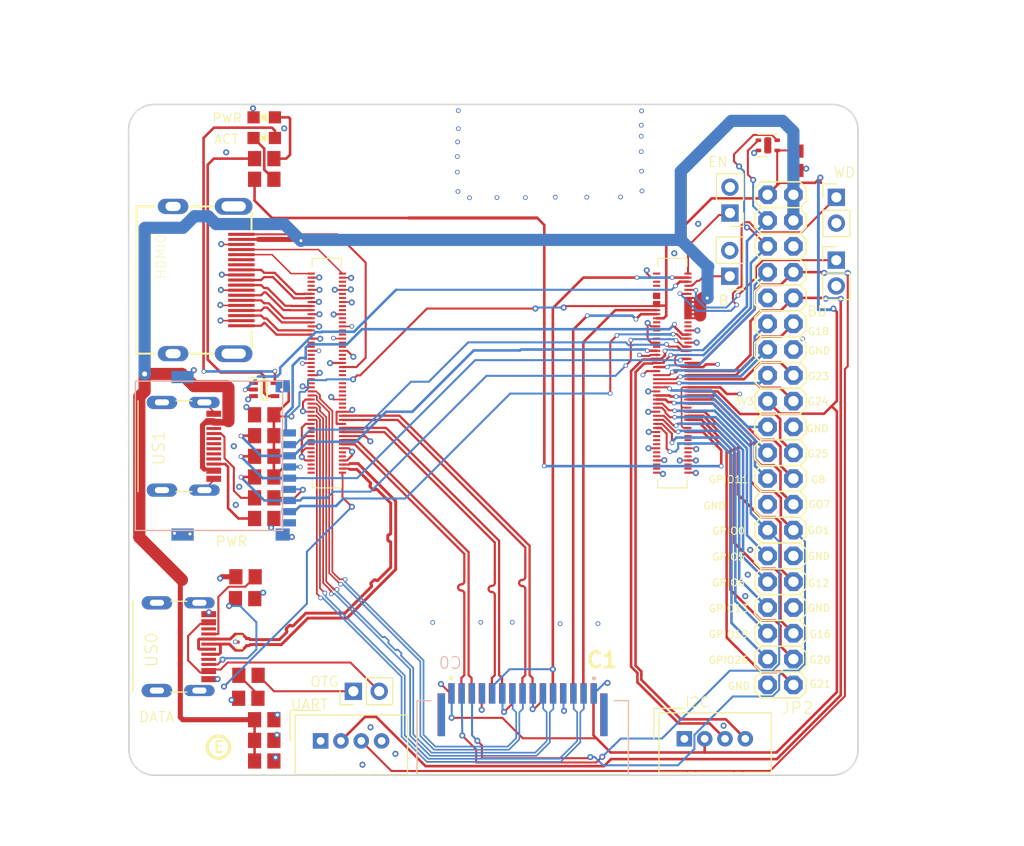
<source format=kicad_pcb>
(kicad_pcb (version 20221018) (generator pcbnew)
  (layers (0 "F.Cu" signal) (1 "In1.Cu" power) (2 "In2.Cu" power) (31 "B.Cu" signal) (34 "B.Paste" user) (35 "F.Paste" user) (36 "B.SilkS" user "B.Silkscreen") (37 "F.SilkS" user "F.Silkscreen") (38 "B.Mask" user) (39 "F.Mask" user) (44 "Edge.Cuts" user))
  (net 0 "")
  (net 1 "GND")
  (net 2 "1.8V")
  (net 3 "3.3V")
  (net 4 "5.0V")
  (net 5 "Net-(ACT0-PadC)")
  (net 6 "/N_RPIBOOT")
  (net 9 "/SDA0")
  (net 10 "/SCL0")
  (net 12 "/CAM_GPIO")
  (net 13 "/CAM1_C_P")
  (net 14 "/CAM1_C_N")
  (net 15 "/CAM1_D1_P")
  (net 16 "/CAM1_D1_N")
  (net 17 "/CAM1_D0_P")
  (net 18 "/CAM1_D0_N")
  (net 19 "/HDMI0_HOTPLUG")
  (net 20 "/HDMI0_SDA")
  (net 21 "/HDMI0_SCL")
  (net 24 "/HDMI0_CK_N")
  (net 25 "/HDMI0_CK_P")
  (net 26 "/HDMI0_D0_N")
  (net 27 "/HDMI0_D0_P")
  (net 28 "/HDMI0_D1_N")
  (net 29 "/HDMI0_D1_P")
  (net 30 "/HDMI0_D2_N")
  (net 31 "/HDMI0_D2_P")
  (net 32 "Net-(IC0-OUT_~{Y})")
  (net 33 "/N_PWR_LED")
  (net 35 "/N_EXTRST")
  (net 36 "/GLOBAL_EN")
  (net 37 "/AIN0")
  (net 38 "/AIN1")
  (net 39 "/RUN_PG")
  (net 40 "/BT_NDISABLE")
  (net 41 "/WL_NDISABLE")
  (net 42 "/SD_DET")
  (net 43 "/SD_PWR_ON")
  (net 47 "/SD_DAT2")
  (net 49 "/SD_DAT1")
  (net 51 "/SD_DAT0")
  (net 52 "/SD_CMD")
  (net 53 "/SD_DAT3")
  (net 54 "/GPIO2")
  (net 55 "/SD_CLK")
  (net 56 "/GPIO3")
  (net 57 "/GPIO14")
  (net 58 "/GPIO4")
  (net 59 "/GPIO15")
  (net 60 "/GPIO17")
  (net 61 "/GPIO18")
  (net 62 "/GPIO27")
  (net 63 "/GPIO23")
  (net 64 "/GPIO22")
  (net 65 "/GPIO24")
  (net 66 "/GPIO10")
  (net 67 "/GPIO25")
  (net 68 "/GPIO9")
  (net 69 "/GPIO8")
  (net 70 "/GPIO11")
  (net 71 "/GPIO7")
  (net 72 "/ID_SD")
  (net 73 "/ID_SC")
  (net 74 "/GPIO5")
  (net 75 "/GPIO12")
  (net 76 "/GPIO6")
  (net 77 "/GPIO16")
  (net 78 "/GPIO13")
  (net 79 "/GPIO20")
  (net 80 "/GPIO19")
  (net 81 "/GPIO21")
  (net 82 "/GPIO26")
  (net 83 "/PI_NLED_ACTVITY")
  (net 84 "/EEPROM_NWP")
  (net 86 "/ETH_SYNC_OUT")
  (net 87 "/ETH_LEDY")
  (net 88 "/ETH_SYNC_IN")
  (net 89 "/ETH_LEDG")
  (net 90 "/TRD0_P")
  (net 91 "/TRD2_P")
  (net 92 "/TRD0_N")
  (net 93 "/TRD2_N")
  (net 94 "/TRD1_N")
  (net 95 "/TRD3_N")
  (net 96 "/TRD1_P")
  (net 97 "/TRD3_P")
  (net 98 "/DSI1_D3_P")
  (net 99 "/DSI1_D2_P")
  (net 100 "/DSI1_D3_N")
  (net 101 "/DSI1_D2_N")
  (net 102 "/DSI1_C_P")
  (net 103 "/DSI1_C_N")
  (net 104 "/DSI1_D1_P")
  (net 105 "/DSI1_D1_N")
  (net 106 "/DSI1_D0_P")
  (net 107 "/DSI1_D0_N")
  (net 108 "/DSI0_C_P")
  (net 109 "/DSI0_C_N")
  (net 110 "/HDMI1_CK_N")
  (net 111 "/DSI0_D1_P")
  (net 112 "/HDMI1_CK_P")
  (net 113 "/DSI0_D1_N")
  (net 114 "/HDMI1_D0_N")
  (net 115 "/DSI0_D0_P")
  (net 116 "/HDMI1_D0_P")
  (net 117 "/DSI0_D0_N")
  (net 118 "/HDMI1_D1_N")
  (net 119 "/HDMI1_D1_P")
  (net 120 "/HDMI0_CEC")
  (net 121 "/HDMI1_CEC")
  (net 122 "/HDMI1_D2_N")
  (net 123 "/HDMI1_SCL")
  (net 124 "/HDMI1_D2_P")
  (net 125 "/HDMI1_SDA")
  (net 126 "/HDMI1_HOPLUG")
  (net 127 "/CAM0_C_P")
  (net 128 "/CAM1_D3_P")
  (net 129 "/CAM0_C_N")
  (net 130 "/CAM1_D3_N")
  (net 131 "/CAM0_D1_P")
  (net 132 "/CAM1_D2_P")
  (net 133 "/CAM0_D1_N")
  (net 134 "/CAM1_D2_N")
  (net 135 "/CAM0_D0_P")
  (net 136 "/CAM0_D0_N")
  (net 137 "/PCIE_TX_N")
  (net 138 "/PCIE_TX_P")
  (net 139 "/PCIE__RX_N")
  (net 140 "/PCIE_RX_P")
  (net 141 "/PCIE_CLK_N")
  (net 142 "/TV_OUT")
  (net 143 "/PCIE_CLK_P")
  (net 144 "/PCIE_NRST")
  (net 146 "/USB2_P")
  (net 148 "/USB2_N")
  (net 149 "/PCIE_CLK_NREQ")
  (net 150 "/USBOTG_ID")
  (net 151 "Net-(PWR0-PadA)")
  (net 152 "Net-(USB-C0-CC1)")
  (net 153 "Net-(USB-C0-CC2)")
  (net 166 "Net-(JP4-A)")
  (net 167 "Net-(JP4-B)")
  (net 168 "Net-(USB-C1-CC1)")
  (net 169 "Net-(USB-C1-CC2)")
  (footprint "Minimal_carrier_board_for_CM4_rev_E:R0805" (layer "F.Cu") (at 123.76 120.64)
    (fp_text reference "R9" hide)
    (fp_text value "5.1k" hide)
  )
  (footprint "" (layer "F.Cu") (at 115.9411 135.0236)
    (fp_text reference "@HOLE4" hide)
    (fp_text value "")
  )
  (footprint "Connector_PinHeader_2.54mm:PinHeader_1x02_P2.54mm_Vertical" (layer "F.Cu") (at 171.45 88.9 180)
    (fp_text reference "JP1" hide)
    (fp_text value "Jumper_2_Open" hide)
  )
  (footprint "Minimal_carrier_board_for_CM4_rev_E:R0805" (layer "F.Cu") (at 125.6411 108.6612)
    (fp_text reference "R5" hide)
    (fp_text value "10K")
  )
  (footprint "Minimal_carrier_board_for_CM4_rev_E:R0805" (layer "F.Cu") (at 124.07 130.4504)
    (fp_text reference "R11" hide)
    (fp_text value "2.2k")
  )
  (footprint "Minimal_carrier_board_for_CM4_rev_E:R0805" (layer "F.Cu") (at 125.6411 79.3496)
    (fp_text reference "R2" hide)
    (fp_text value "1k" hide)
  )
  (footprint "Connector_PinHeader_2.54mm:PinHeader_1x02_P2.54mm_Vertical" (layer "F.Cu") (at 181.94 81.13)
    (fp_text reference "JP5" hide)
    (fp_text value "Jumper_2_Open" hide)
  )
  (footprint "Minimal_carrier_board_for_CM4_rev_E:C0805" (layer "F.Cu") (at 125.6411 136.6266)
    (fp_text reference "C4" hide)
    (fp_text value "10uF")
  )
  (footprint "Minimal_carrier_board_for_CM4_rev_E:C0805" (layer "F.Cu") (at 177.96 77.53 -90)
    (fp_text reference "C5" hide)
    (fp_text value "100nF" hide)
  )
  (footprint "Minimal_carrier_board_for_CM4_rev_E:C0805" (layer "F.Cu") (at 125.6411 134.5946)
    (fp_text reference "C3" hide)
    (fp_text value "10uF" hide)
  )
  (footprint "" (layer "F.Cu") (at 115.9411 74.9836)
    (fp_text reference "@HOLE5" hide)
    (fp_text value "")
  )
  (footprint "Minimal_carrier_board_for_CM4_rev_E:HDMI_MOLEX_47151-0001" (layer "F.Cu") (at 123.3909 89.2718 -90)
    (fp_text reference "HDMI0")
    (fp_text value "HDMI_MOLEX_47151-0001")
  )
  (footprint "Minimal_carrier_board_for_CM4_rev_E:HRO_31_M_12_USB_C" (layer "F.Cu") (at 116.13 125.37 -90)
    (fp_text reference "US0")
    (fp_text value "HRO_31_M_12_USB_C")
  )
  (footprint "" (layer "F.Cu") (at 132.2971 124.9366)
    (fp_text reference "@HOLE2" hide)
    (fp_text value "")
  )
  (footprint "Minimal_carrier_board_for_CM4_rev_E:DF40C100DS04V51" (layer "F.Cu") (at 165.7971 98.4366 90)
    (fp_text reference "J1" hide)
    (fp_text value "DF40C-100DS-0.4V_51_" hide)
  )
  (footprint "Minimal_carrier_board_for_CM4_rev_E:R0805" (layer "F.Cu") (at 125.6411 77.3176)
    (fp_text reference "R1" hide)
    (fp_text value "1k" hide)
  )
  (footprint "Connector_PinHeader_2.54mm:PinHeader_1x02_P2.54mm_Vertical" (layer "F.Cu") (at 171.47 82.67 180)
    (fp_text reference "JP3" hide)
    (fp_text value "Jumper_2_Open" hide)
  )
  (footprint "Minimal_carrier_board_for_CM4_rev_E:HRO_31_M_12_USB_C" (layer "F.Cu") (at 116.6241 105.6386 -90)
    (fp_text reference "US1")
    (fp_text value "HRO_31_M_12_USB_C")
  )
  (footprint "Connector:NS-Tech_Grove_1x04_P2mm_Vertical" (layer "F.Cu") (at 166.98 134.44 90)
    (fp_text reference "U1" hide)
    (fp_text value "~")
  )
  (footprint "Minimal_carrier_board_for_CM4_rev_E:C0805" (layer "F.Cu") (at 125.6411 102.5398 180)
    (fp_text reference "C1" hide)
    (fp_text value "10uF")
  )
  (footprint "Minimal_carrier_board_for_CM4_rev_E:R0805" (layer "F.Cu") (at 125.6411 104.5972)
    (fp_text reference "R3" hide)
    (fp_text value "10K")
  )
  (footprint "Connector:NS-Tech_Grove_1x04_P2mm_Vertical" (layer "F.Cu") (at 131.19 134.65 90)
    (fp_text reference "U2" hide)
    (fp_text value "~")
  )
  (footprint "Minimal_carrier_board_for_CM4_rev_E:CHIPLED_0805_NOOUTLINE" (layer "F.Cu") (at 125.6411 75.2856 90)
    (fp_text reference "ACT0" hide)
    (fp_text value "GREEN")
  )
  (footprint "" (layer "F.Cu") (at 181.0611 135.0236)
    (fp_text reference "@HOLE7" hide)
    (fp_text value "")
  )
  (footprint "Minimal_carrier_board_for_CM4_rev_E:R0805" (layer "F.Cu") (at 123.8 118.49)
    (fp_text reference "R8" hide)
    (fp_text value "5.1k" hide)
  )
  (footprint "Minimal_carrier_board_for_CM4_rev_E:R0805" (layer "F.Cu") (at 125.6411 112.7506)
    (fp_text reference "R7" hide)
    (fp_text value "5.1k" hide)
  )
  (footprint "Minimal_carrier_board_for_CM4_rev_E:R0805" (layer "F.Cu") (at 125.6411 106.6292)
    (fp_text reference "R4" hide)
    (fp_text value "10K")
  )
  (footprint "" (layer "F.Cu") (at 165.2971 76.9366)
    (fp_text reference "@HOLE1" hide)
    (fp_text value "")
  )
  (footprint "" (layer "F.Cu") (at 181.0611 74.9836)
    (fp_text reference "@HOLE6" hide)
    (fp_text value "")
  )
  (footprint "Minimal_carrier_board_for_CM4_rev_E:R0805" (layer "F.Cu") (at 125.6411 110.7186 180)
    (fp_text reference "R6" hide)
    (fp_text value "5.1k")
  )
  (footprint "Minimal_carrier_board_for_CM4_rev_E:R0805" (layer "F.Cu") (at 124.09 128.19)
    (fp_text reference "R10" hide)
    (fp_text value "2.2k" hide)
  )
  (footprint "Minimal_carrier_board_for_CM4_rev_E:CHIPLED_0805_NOOUTLINE" (layer "F.Cu") (at 125.6411 73.2536 90)
    (fp_text reference "PWR0" hide)
    (fp_text value "RED/ORANGE")
  )
  (footprint "Package_TO_SOT_SMD:Texas_DRT-3" (layer "F.Cu") (at 123.495 124.92 90)
    (fp_text reference "U3" hide)
    (fp_text value "TPD2EUSB30A" hide)
  )
  (footprint "Minimal_carrier_board_for_CM4_rev_E:2X20" (layer "F.Cu") (at 176.4411 105.0036 -90)
    (fp_text reference "JP2")
    (fp_text value "PINHD-2X20" hide)
  )
  (footprint "Sensor_Humidity:Sensirion_DFN-4-1EP_2x2mm_P1mm_EP0.7x1.6mm" (layer "F.Cu") (at 175.19 76.01 180)
    (fp_text reference "U4" hide)
    (fp_text value "SHTC3")
  )
  (footprint "" (layer "F.Cu") (at 165.2971 124.9366)
    (fp_text reference "@HOLE3" hide)
    (fp_text value "")
  )
  (footprint "Minimal_carrier_board_for_CM4_rev_E:SFW15R2STE1LF" (layer "F.Cu") (at 151.0411 133.9596)
    (fp_text reference "CAMERA0" hide)
    (fp_text value "SFW15R-2STE1LF" hide)
  )
  (footprint "" (layer "F.Cu") (at 132.2971 76.9366)
    (fp_text reference "@HOLE0" hide)
    (fp_text value "")
  )
  (footprint "Minimal_carrier_board_for_CM4_rev_E:DF40C100DS04V51" (layer "F.Cu") (at 131.7971 98.4366 90)
    (fp_text reference "J2" hide)
    (fp_text value "DF40C-100DS-0.4V_51_" hide)
  )
  (footprint "Connector_PinHeader_2.54mm:PinHeader_1x02_P2.54mm_Vertical" (layer "F.Cu") (at 134.415 129.76 90)
    (fp_text reference "JP4" hide)
    (fp_text value "Jumper_2_Open" hide)
  )
  (footprint "Minimal_carrier_board_for_CM4_rev_E:SOT65P210X110-5N" (layer "F.Cu") (at 125.6411 100.0506)
    (fp_text reference "IC0" hide)
    (fp_text value "MC74VHC1G14DFT1G" hide)
  )
  (footprint "Connector_PinHeader_2.54mm:PinHeader_1x02_P2.54mm_Vertical" (layer "F.Cu") (at 181.93 87.32)
    (fp_text reference "JP6" hide)
    (fp_text value "Jumper_2_Open" hide)
  )
  (footprint "Minimal_carrier_board_for_CM4_rev_E:C0805" (layer "F.Cu") (at 125.6411 132.5626)
    (fp_text reference "C2" hide)
    (fp_text value "10uF" hide)
  )
  (footprint "Minimal_carrier_board_for_CM4_rev_E:TFP09-2--12B" (layer "B.Cu") (at 120.2055 106.5784 90)
    (fp_text reference "SD_CARD0" hide)
    (fp_text value "MICRO_SD_CARD_" hide)
  )
  (footprint "Minimal_carrier_board_for_CM4_rev_E:SFW15R2STE1LF" (layer "B.Cu") (at 151.09 133.99 180)
    (fp_text reference "C0")
    (fp_text value "SFW15R-2STE1LF")
  )
  (gr_circle (center 121.1326 135.26135) (end 122.2326 135.26135) (stroke (width 0.3048)) (fill none) (layer "F.SilkS"))
  (gr_arc (start 112.29338 74.497767) (mid 113.041651 72.708081) (end 114.8411 71.983601) (stroke (width 0.1524)) (layer "Edge.Cuts"))
  (gr_line (start 181.5611 71.9836) (end 114.8411 71.9836) (stroke (width 0.1524)) (layer "Edge.Cuts"))
  (gr_arc (start 181.5611 71.9836) (mid 183.328867 72.715833) (end 184.0611 74.4836) (stroke (width 0.1524)) (layer "Edge.Cuts"))
  (gr_arc (start 114.8411 138.023599) (mid 113.064696 137.296099) (end 112.327732 135.5236) (stroke (width 0.1524)) (layer "Edge.Cuts"))
  (gr_line (start 112.29338 74.497767) (end 112.327767 135.5236) (stroke (width 0.1524)) (layer "Edge.Cuts"))
  (gr_line (start 184.0611 135.5236) (end 184.0611 74.4836) (stroke (width 0.1524)) (layer "Edge.Cuts"))
  (gr_arc (start 184.0611 135.5236) (mid 183.328867 137.291367) (end 181.5611 138.0236) (stroke (width 0.1524)) (layer "Edge.Cuts"))
  (gr_line (start 114.8411 138.0236) (end 181.5611 138.0236) (stroke (width 0.1524)) (layer "Edge.Cuts"))
  (gr_text "GPIO6" (at 171.32935 119.06885) (layer "F.SilkS") (effects (font (size 0.715264 0.715264) (thickness 0.097536))))
  (gr_text "GND" (at 180.22 116.47) (layer "F.SilkS") (effects (font (size 0.715264 0.715264) (thickness 0.097536))))
  (gr_text "GPIO19" (at 171.32935 124.14885) (layer "F.SilkS") (effects (font (size 0.715264 0.715264) (thickness 0.097536))))
  (gr_text "G16" (at 180.35 124.14) (layer "F.SilkS") (effects (font (size 0.715264 0.715264) (thickness 0.097536))))
  (gr_text "G23" (at 180.18 98.74885) (layer "F.SilkS") (effects (font (size 0.715264 0.715264) (thickness 0.097536))))
  (gr_text "GND" (at 169.94 111.51) (layer "F.SilkS") (effects (font (size 0.715264 0.715264) (thickness 0.097536))))
  (gr_text "GPIO5" (at 171.32935 116.52885) (layer "F.SilkS") (effects (font (size 0.715264 0.715264) (thickness 0.097536))))
  (gr_text "GO7" (at 180.27 111.36) (layer "F.SilkS") (effects (font (size 0.715264 0.715264) (thickness 0.097536))))
  (gr_text "G18" (at 180.18 94.33) (layer "F.SilkS") (effects (font (size 0.715264 0.715264) (thickness 0.097536))))
  (gr_text "G24" (at 180.15 101.23) (layer "F.SilkS") (effects (font (size 0.715264 0.715264) (thickness 0.097536))))
  (gr_text "B" (at 170.27 91.87) (layer "F.SilkS") (effects (font (size 1 1) (thickness 0.1)) (justify left bottom)))
  (gr_text "I2C" (at 166.98 131.44) (layer "F.SilkS") (effects (font (size 1 1) (thickness 0.1)) (justify left bottom)))
  (gr_text "GND" (at 172.34 129.26) (layer "F.SilkS") (effects (font (size 0.715264 0.715264) (thickness 0.097536))))
  (gr_text "GND" (at 180.08 103.9) (layer "F.SilkS") (effects (font (size 0.715264 0.715264) (thickness 0.097536))))
  (gr_text "EN" (at 169.24 78.23) (layer "F.SilkS") (effects (font (size 1 1) (thickness 0.1)) (justify left bottom)))
  (gr_text "GO1" (at 180.19 113.92) (layer "F.SilkS") (effects (font (size 0.715264 0.715264) (thickness 0.097536))))
  (gr_text "C1" (at 160.55 127.56) (layer "F.SilkS") (effects (font (size 1.5 1.5) (thickness 0.3) bold) (justify right bottom)))
  (gr_text "G20" (at 180.32 126.66) (layer "F.SilkS") (effects (font (size 0.715264 0.715264) (thickness 0.097536))))
  (gr_text "OTG" (at 130.1 129.41) (layer "F.SilkS") (effects (font (size 1 1) (thickness 0.1)) (justify left bottom)))
  (gr_text "3V3" (at 172.85 101.23) (layer "F.SilkS") (effects (font (size 0.715264 0.715264) (thickness 0.097536))))
  (gr_text "G25" (at 180.12 106.36885) (layer "F.SilkS") (effects (font (size 0.715264 0.715264) (thickness 0.097536))))
  (gr_text "GPIO13" (at 171.32935 121.60885) (layer "F.SilkS") (effects (font (size 0.715264 0.715264) (thickness 0.097536))))
  (gr_text "GPIO26" (at 171.32935 126.68885) (layer "F.SilkS") (effects (font (size 0.715264 0.715264) (thickness 0.097536))))
  (gr_text "GPIO11" (at 171.32935 108.90885) (layer "F.SilkS") (effects (font (size 0.715264 0.715264) (thickness 0.097536))))
  (gr_text "DATA" (at 113.25 132.89) (layer "F.SilkS") (effects (font (size 1 1) (thickness 0.1)) (justify left bottom)))
  (gr_text "GPIO0" (at 171.32935 113.98885) (layer "F.SilkS") (effects (font (size 0.715264 0.715264) (thickness 0.097536))))
  (gr_text "ACT" (at 120.63 75.4) (layer "F.SilkS") (effects (font (size 0.922528 0.922528) (thickness 0.093472)) (justify left)))
  (gr_text "PWR" (at 120.8 115.6) (layer "F.SilkS") (effects (font (size 1 1) (thickness 0.1)) (justify left bottom)))
  (gr_text "G12" (at 180.2 119.13) (layer "F.SilkS") (effects (font (size 0.715264 0.715264) (thickness 0.097536))))
  (gr_text "PWR" (at 120.48 73.34) (layer "F.SilkS") (effects (font (size 0.922528 0.922528) (thickness 0.093472)) (justify left)))
  (gr_text "BD" (at 178.9811 92.9386) (layer "F.SilkS") (effects (font (size 1 1) (thickness 0.1)) (justify left bottom)))
  (gr_text "UART" (at 128.19 131.65) (layer "F.SilkS") (effects (font (size 1 1) (thickness 0.1)) (justify left bottom)))
  (gr_text "WD" (at 181.59 79.27) (layer "F.SilkS") (effects (font (size 1 1) (thickness 0.1)) (justify left bottom)))
  (gr_text "G21" (at 180.35 129.04) (layer "F.SilkS") (effects (font (size 0.715264 0.715264) (thickness 0.097536))))
  (gr_text "GND" (at 180.24 96.24) (layer "F.SilkS") (effects (font (size 0.715264 0.715264) (thickness 0.097536))))
  (gr_text "G8" (at 180.16 108.92) (layer "F.SilkS") (effects (font (size 0.715264 0.715264) (thickness 0.097536))))
  (gr_text "GND" (at 180.22 121.57) (layer "F.SilkS") (effects (font (size 0.715264 0.715264) (thickness 0.097536))))
  (gr_text "E" (at 121.1961 135.26135) (layer "F.SilkS") (effects (font (size 1.0795 1.0795) (thickness 0.1905))))
  (segment (start 133.3371 92.6366) (end 132.4934 92.6366) (width 0.2) (layer "F.Cu") (net 1))
  (segment (start 133.3371 90.2366) (end 134.08335 90.2366) (width 0.1524) (layer "F.Cu") (net 1))
  (segment (start 130.2571 103.4366) (end 129.7071 103.4366) (width 0.2) (layer "F.Cu") (net 1))
  (segment (start 167.3371 96.6366) (end 166.3145 96.6366) (width 0.1524) (layer "F.Cu") (net 1))
  (segment (start 166.586962 97.73285) (end 166.3446 97.73285) (width 0.1524) (layer "F.Cu") (net 1))
  (segment (start 167.3371 101.8366) (end 166.82885 101.8366) (width 0.1524) (layer "F.Cu") (net 1))
  (segment (start 168.1966 95.4366) (end 168.2076 95.4366) (width 0.1524) (layer "F.Cu") (net 1))
  (segment (start 168.2076 95.4366) (end 168.21785 95.44685) (width 0.1524) (layer "F.Cu") (net 1))
  (segment (start 123.3909 90.2718) (end 121.41855 90.2718) (width 0.1524) (layer "F.Cu") (net 1))
  (segment (start 163.4434 102.2366) (end 163.43 102.25) (width 0.2) (layer "F.Cu") (net 1))
  (segment (start 163.7071 89.0366) (end 163.28 88.6095) (width 0.2) (layer "F.Cu") (net 1))
  (segment (start 167.3371 107.0366) (end 168.1166 107.0366) (width 0.2) (layer "F.Cu") (net 1))
  (segment (start 166.709725 103.654225) (end 166.709725 101.717475) (width 0.1524) (layer "F.Cu") (net 1))
  (segment (start 169.10685 97.5741) (end 170.24985 97.5741) (width 0.254) (layer "F.Cu") (net 1))
  (segment (start 166.69385 101.7016) (end 166.69385 99.95535) (width 0.1524) (layer "F.Cu") (net 1))
  (segment (start 119.7541 109.9586) (end 119.7541 109.9036) (width 0.1524) (layer "F.Cu") (net 1))
  (segment (start 132.7871 102.2366) (end 133.3371 102.2366) (width 0.2) (layer "F.Cu") (net 1))
  (segment (start 133.3371 101.0366) (end 132.49735 101.0366) (width 0.1524) (layer "F.Cu") (net 1))
  (segment (start 133.3371 102.2366) (end 134.1334 102.2366) (width 0.2) (layer "F.Cu") (net 1))
  (segment (start 130.2571 97.4366) (end 130.2466 97.4471) (width 0.1524) (layer "F.Cu") (net 1))
  (segment (start 133.3371 105.8366) (end 133.9566 105.8366) (width 0.2) (layer "F.Cu") (net 1))
  (segment (start 129.34 106.69) (end 129.6866 107.0366) (width 0.2) (layer "F.Cu") (net 1))
  (segment (start 133.3371 104.6366) (end 135.5666 104.6366) (width 0.2) (layer "F.Cu") (net 1))
  (segment (start 167.32885 99.82835) (end 167.3371 99.8366) (width 0.1524) (layer "F.Cu") (net 1))
  (segment (start 166.3145 96.6366) (end 166.139 96.8121) (width 0.1524) (layer "F.Cu") (net 1))
  (segment (start 134.16 90.2) (end 134.16 90.31325) (width 0.1524) (layer "F.Cu") (net 1))
  (segment (start 121.45805 91.7718) (end 121.41625 91.73) (width 0.1524) (layer "F.Cu") (net 1))
  (segment (start 163.53844 96.7478) (end 162.6608 96.7478) (width 0.2) (layer "F.Cu") (net 1))
  (segment (start 134.28035 89.0366) (end 134.30885 89.0651) (width 0.1524) (layer "F.Cu") (net 1))
  (segment (start 121.47 88.74) (end 121.47 88.67225) (width 0.1524) (layer "F.Cu") (net 1))
  (segment (start 130.8734 98.6366) (end 131.1 98.41) (width 0.2) (layer "F.Cu") (net 1))
  (segment (start 134.1086 91.4366) (end 134.25 91.48) (width 0.1524) (layer "F.Cu") (net 1))
  (segment (start 149.24 131.8) (end 150.0411 130.9989) (width 0.2) (layer "F.Cu") (net 1))
  (segment (start 163.4534 105.8366) (end 163.45 105.84) (width 0.2) (layer "F.Cu") (net 1))
  (segment (start 121.41 85.73) (end 121.5136 85.73135) (width 0.1524) (layer "F.Cu") (net 1))
  (segment (start 164.2571 104.2366) (end 163.65085 104.2366) (width 0.1524) (layer "F.Cu") (net 1))
  (segment (start 168.15 105.82475) (end 168.15 105.92) (width 0.1524) (layer "F.Cu") (net 1))
  (segment (start 164.2571 98.2366) (end 163.2834 98.2366) (width 0.2) (layer "F.Cu") (net 1))
  (segment (start 132.24 100.79) (end 132.23 100.79) (width 0.2) (layer "F.Cu") (net 1))
  (segment (start 164.9834 107.0366) (end 165.01 107.01) (width 0.2) (layer "F.Cu") (net 1))
  (segment (start 129.52285 99.8366) (end 129.42625 99.74) (width 0.1524) (layer "F.Cu") (net 1))
  (segment (start 121.32 91.63375) (end 121.3866 91.70035) (width 0.1524) (layer "F.Cu") (net 1))
  (segment (start 121.38 90.25) (end 121.38 90.23325) (width 0.1524) (layer "F.Cu") (net 1))
  (segment (start 130.2571 90.2366) (end 131.0666 90.2366) (width 0.2) (layer "F.Cu") (net 1))
  (segment (start 168.24525 105.92) (end 168.21785 105.8926) (width 0.1524) (layer "F.Cu") (net 1))
  (segment (start 121.55405 85.7718) (end 121.41 85.73) (width 0.1524) (layer "F.Cu") (net 1))
  (segment (start 147.0411 131.5889) (end 147.04 131.59) (width 0.2) (layer "F.Cu") (net 1))
  (segment (start 134.19 89.06) (end 134.2134 89.0366) (width 0.1524) (layer "F.Cu") (net 1))
  (segment (start 130.2571 104.6366) (end 129.7071 104.6366) (width 0.2) (layer "F.Cu") (net 1))
  (segment (start 164.2571 100.2366) (end 163.45985 100.2366) (width 0.1524) (layer "F.Cu") (net 1))
  (segment (start 168.84435 97.8366) (end 169.10685 97.5741) (width 0.254) (layer "F.Cu") (net 1))
  (segment (start 121.32 91.73) (end 121.32 91.63375) (width 0.1524) (layer "F.Cu") (net 1))
  (segment (start 130.2571 96.2366) (end 131.0166 96.2366) (width 0.2) (layer "F.Cu") (net 1))
  (segment (start 164.2571 96.6366) (end 164.24035 96.65335) (width 0.254) (layer "F.Cu") (net 1))
  (segment (start 167.3371 108.2366) (end 168.0766 108.2366) (width 0.2) (layer "F.Cu") (net 1))
  (segment (start 132.5866 90.2366) (end 132.58 90.23) (width 0.2) (layer "F.Cu") (net 1))
  (segment (start 163.7071 95.4366) (end 163.37 95.0995) (width 0.2) (layer "F.Cu") (net 1))
  (segment (start 132.1334 97.4366) (end 132.12 97.45) (width 0.2) (layer "F.Cu") (net 1))
  (segment (start 132.7601 103.4096) (end 132.7601 102.2636) (width 0.2) (layer "F.Cu") (net 1))
  (segment (start 129.57335 102.2366) (end 129.45 102.19) (width 0.1524) (layer "F.Cu") (net 1))
  (segment (start 123.3909 91.7718) (end 121.45805 91.7718) (width 0.1524) (layer "F.Cu") (net 1))
  (segment (start 168.1834 95.4366) (end 168.19 95.43) (width 0.2) (layer "F.Cu") (net 1))
  (segment (start 164.2571 95.4366) (end 163.7071 95.4366) (width 0.2) (layer "F.Cu") (net 1))
  (segment (start 129.34 106.2037) (end 129.34 106.69) (width 0.2) (layer "F.Cu") (net 1))
  (segment (start 121.39675 90.25) (end 121.38 90.25) (width 0.1524) (layer "F.Cu") (net 1))
  (segment (start 133.3371 90.2366) (end 132.5866 90.2366) (width 0.2) (layer "F.Cu") (net 1))
  (segment (start 129.42625 99.74) (end 129.42 99.74) (width 0.1524) (layer "F.Cu") (net 1))
  (segment (start 130.2466 97.4471) (end 129.35585 97.4471) (width 0.1524) (layer "F.Cu") (net 1))
  (segment (start 121.34 93.26) (end 121.41835 93.2561) (width 0.1524) (layer "F.Cu") (net 1))
  (segment (start 166.690712 97.8366) (end 166.586962 97.73285) (width 0.1524) (layer "F.Cu") (net 1))
  (segment (start 133.787301 107.0366) (end 134.29 106.533901) (width 0.2) (layer "F.Cu") (net 1))
  (segment (start 131.0666 90.2366) (end 131.07 90.24) (width 0.2) (layer "F.Cu") (net 1))
  (segment (start 132.5651 95.0366) (end 132.53085 95.00235) (width 0.1524) (layer "F.Cu") (net 1))
  (segment (start 147.0411 129.9596) (end 147.0411 131.5889) (width 0.2) (layer "F.Cu") (net 1))
  (segment (start 168.19 95.43) (end 168.1966 95.4366) (width 0.1524) (layer "F.Cu") (net 1))
  (segment (start 134.2134 89.0366) (end 134.28035 89.0366) (width 0.1524) (layer "F.Cu") (net 1))
  (segment (start 131.1366 95.0366) (end 131.15 95.05) (width 0.2) (layer "F.Cu") (net 1))
  (segment (start 134.1666 89.0366) (end 134.19 89.06) (width 0.1524) (layer "F.Cu") (net 1))
  (segment (start 130.2571 92.6366) (end 131.0666 92.6366) (width 0.2) (layer "F.Cu") (net 1))
  (segment (start 167.3371 94.2366) (end 168.2566 94.2366) (width 0.2) (layer "F.Cu") (net 1))
  (segment (start 121.56955 88.7718) (end 121.53775 88.74) (width 0.1524) (layer "F.Cu") (net 1))
  (segment (start 168.15 105.92) (end 168.24525 105.92) (width 0.1524) (layer "F.Cu") (net 1))
  (segment (start 121.53775 88.74) (end 121.47 88.74) (width 0.1524) (layer "F.Cu") (net 1))
  (segment (start 166.139 96.8121) (end 166.139 96.859019) (width 0.1524) (layer "F.Cu") (net 1))
  (segment (start 129.6866 107.0366) (end 130.2571 107.0366) (width 0.2) (layer "F.Cu") (net 1))
  (segment (start 121.43405 93.2718) (end 121.34 93.26) (width 0.1524) (layer "F.Cu") (net 1))
  (segment (start 129.45 102.19) (end 129.54635 102.2096) (width 0.1524) (layer "F.Cu") (net 1))
  (segment (start 134.1334 102.2366) (end 134.31 102.06) (width 0.2) (layer "F.Cu") (net 1))
  (segment (start 174.1 76.51) (end 173.85 76.76) (width 0.2) (layer "F.Cu") (net 1))
  (segment (start 144.0411 129.9596) (end 143.9396 129.9596) (width 0.2) (layer "F.Cu") (net 1))
  (segment (start 172.43 100.49) (end 171.1655 100.49) (width 0.254) (layer "F.Cu") (net 1))
  (segment (start 164.2571 102.2366) (end 163.4434 102.2366) (width 0.2) (layer "F.Cu") (net 1))
  (segment (start 131.0034 91.4366) (end 131.02 91.42) (width 0.2) (layer "F.Cu") (net 1))
  (segment (start 163.65085 104.2366) (end 163.48 104.23) (width 0.1524) (layer "F.Cu") (net 1))
  (segment (start 163.2834 98.2366) (end 162.9 98.62) (width 0.2) (layer "F.Cu") (net 1))
  (segment (start 162.6608 96.7478) (end 162.56635 96.65335) (width 0.2) (layer "F.Cu") (net 1))
  (segment (start 153.0411 130.6596) (end 152.1807 131.52) (width 0.2) (layer "F.Cu") (net 1))
  (segment (start 163.45645 100.24) (end 163.42 100.24) (width 0.1524) (layer "F.Cu") (net 1))
  (segment (start 119.7541 101.3186) (end 120.6691 102.2336) (width 0.1524) (layer "F.Cu") (net 1))
  (segment (start 163.42 100.27645) (end 163.4236 100.27285) (width 0.1524) (layer "F.Cu") (net 1))
  (segment (start 166.82885 101.8366) (end 166.709725 101.717475) (width 0.1524) (layer "F.Cu") (net 1))
  (segment (start 163.45985 100.2366) (end 163.45645 100.24) (width 0.1524) (layer "F.Cu") (net 1))
  (segment (start 163.64964 96.6366) (end 163.53844 96.7478) (width 0.2) (layer "F.Cu") (net 1))
  (segment (start 166.8921 103.8366) (end 166.709725 103.654225) (width 0.1524) (layer "F.Cu") (net 1))
  (segment (start 123.3909 88.7718) (end 121.56955 88.7718) (width 0.1524) (layer "F.Cu") (net 1))
  (segment (start 129.7071 104.6366) (end 129.34 105.0037) (width 0.2) (layer "F.Cu") (net 1))
  (segment (start 167.3371 105.8366) (end 168.16185 105.8366) (width 0.1524) (layer "F.Cu") (net 1))
  (segment (start 133.3371 96.2366) (end 133.8166 96.2366) (width 0.2) (layer "F.Cu") (net 1))
  (segment (start 133.9566 105.8366) (end 134.29 106.17) (width 0.2) (layer "F.Cu") (net 1))
  (segment (start 166.53 107.04) (end 166.53 106.93525) (width 0.1524) (layer "F.Cu") (net 1))
  (segment (start 168.26 94.24) (end 168.26 94.25075) (width 0.1524) (layer "F.Cu") (net 1))
  (segment (start 166.63475 107.04) (end 166.53 107.04) (width 0.1524) (layer "F.Cu") (net 1))
  (segment (start 132.7871 103.4366) (end 132.7601 103.4096) (width 0.2) (layer "F.Cu") (net 1))
  (segment (start 133.3371 91.4366) (end 134.1086 91.4366) (width 0.1524) (layer "F.Cu") (net 1))
  (segment (start 175.1711 91.0336) (end 175.90135 91.0336) (width 0.254) (layer "F.Cu") (net 1))
  (segment (start 129.45 101.2937) (end 129.45 102.19) (width 0.2) (layer "F.Cu") (net 1))
  (segment (start 129.7071 101.0366) (end 129.45 101.2937) (width 0.2) (layer "F.Cu") (net 1))
  (segment (start 166.05885 96.939169) (end 166.05885 97.4471) (width 0.1524) (layer "F.Cu") (net 1))
  (segment (start 164.2571 96.6366) (end 163.64964 96.6366) (width 0.2) (layer "F.Cu") (net 1))
  (segment (start 130.2571 91.4366) (end 131.0034 91.4366) (width 0.2) (layer "F.Cu") (net 1))
  (segment (start 168.26 94.25075) (end 168.3131 94.30385) (width 0.1524) (layer "F.Cu") (net 1))
  (segment (start 134.08335 90.2366) (end 134.04675 90.2) (width 0.1524) (layer "F.Cu") (net 1))
  (segment (start 129.7071 105.8366) (end 129.34 106.2037) (width 0.2) (layer "F.Cu") (net 1))
  (segment (start 134.26 93.8366) (end 133.3371 93.8366) (width 0.1524) (layer "F.Cu") (net 1))
  (segment (start 121.47 88.67225) (end 121.5136 88.71585) (width 0.1524) (layer "F.Cu") (net 1))
  (segment (start 129.42 99.73375) (end 129.4511 99.76485) (width 0.1524) (layer "F.Cu") (net 1))
  (segment (start 167.3371 103.8366) (end 166.8921 103.8366) (width 0.1524) (layer "F.Cu") (net 1))
  (segment (start 164.2571 105.8366) (end 163.4534 105.8366) (width 0.2) (layer "F.Cu") (net 1))
  (segment (start 130.2571 89.0366) (end 131.0334 89.0366) (width 0.2) (layer "F.Cu") (net 1))
  (segment (start 131.0166 96.2366) (end 131.02 96.24) (width 0.2) (layer "F.Cu") (net 1))
  (segment (start 134.25 91.48) (end 134.1501 91.4781) (width 0.1524) (layer "F.Cu") (net 1))
  (segment (start 134.04675 90.2) (end 134.16 90.2) (width 0.1524) (layer "F.Cu") (net 1))
  (segment (start 174.265 76.51) (end 174.1 76.51) (width 0.2) (layer "F.Cu") (net 1))
  (segment (start 123.3909 85.7718) (end 121.55405 85.7718) (width 0.1524) (layer "F.Cu") (net 1))
  (segment (start 166.82085 99.82835) (end 167.32885 99.82835) (width 0.1524) (layer "F.Cu") (net 1))
  (segment (start 166.63135 107.0366) (end 166.63475 107.04) (width 0.1524) (layer "F.Cu") (net 1))
  (segment (start 166.69385 99.95535) (end 166.82085 99.82835) (width 0.1524) (layer "F.Cu") (net 1))
  (segment (start 132.23 100.79) (end 132.23 100.78) (width 0.2) (layer "F.Cu") (net 1))
  (segment (start 132.7601 102.2636) (end 132.7871 102.2366) (width 0.2) (layer "F.Cu") (net 1))
  (segment (start 170.5121 99.8366) (end 167.3371 99.8366) (width 0.254) (layer "F.Cu") (net 1))
  (segment (start 168.0766 108.2366) (end 168.11 108.27) (width 0.2) (layer "F.Cu") (net 1))
  (segment (start 129.34 105.0037) (end 129.34 105.94) (width 0.2) (layer "F.Cu") (net 1))
  (segment (start 163.42 100.24) (end 163.42 100.27645) (width 0.1524) (layer "F.Cu") (net 1))
  (segment (start 129.34 105.94) (end 129.34 106.69) (width 0.2) (layer "F.Cu") (net 1))
  (segment (start 171.1655 100.49) (end 170.5121 99.8366) (width 0.254) (layer "F.Cu") (net 1))
  (segment (start 132.23 100.78) (end 132.31 100.86) (width 0.2) (layer "F.Cu") (net 1))
  (segment (start 163.7066 93.8366) (end 163.37 93.5) (width 0.2) (layer "F.Cu") (net 1))
  (segment (start 131.0334 89.0366) (end 131.05 89.02) (width 0.2) (layer "F.Cu") (net 1))
  (segment (start 131.0266 93.8366) (end 131.04 93.85) (width 0.2) (layer "F.Cu") (net 1))
  (segment (start 120.6691 102.2336) (end 120.6691 102.2886) (width 0.1524) (layer "F.Cu") (net 1))
  (segment (start 131.0666 92.6366) (end 131.07 92.64) (width 0.2) (layer "F.Cu") (net 1))
  (segment (start 135.5666 104.6366) (end 136.08 105.15) (width 0.2) (layer "F.Cu") (net 1))
  (segment (start 143.9396 129.9596) (end 143.03 129.05) (width 0.2) (layer "F.Cu") (net 1))
  (segment (start 152.1807 131.52) (end 152.05 131.52) (width 0.2) (layer "F.Cu") (net 1))
  (segment (start 167.3371 97.8366) (end 166.690712 97.8366) (width 0.1524) (layer "F.Cu") (net 1))
  (segment (start 133.3371 97.4366) (end 132.1334 97.4366) (width 0.2) (layer "F.Cu") (net 1))
  (segment (start 121.38 90.23325) (end 121.3866 90.23985) (width 0.1524) (layer "F.Cu") (net 1))
  (segment (start 129.34 103.8037) (end 129.34 105.94) (width 0.2) (layer "F.Cu") (net 1))
  (segment (start 163.28 88.6095) (end 163.28 88.31) (width 0.2) (layer "F.Cu") (net 1))
  (segment (start 132.4934 92.6366) (end 132.47 92.66) (width 0.2) (layer "F.Cu") (net 1))
  (segment (start 164.2571 93.8366) (end 163.7066 93.8366) (width 0.2) (layer "F.Cu") (net 1))
  (segment (start 130.2571 105.8366) (end 129.7071 105.8366) (width 0.2) (layer "F.Cu") (net 1))
  (segment (start 167.3371 97.8366) (end 168.84435 97.8366) (width 0.254) (layer "F.Cu") (net 1))
  (segment (start 167.3371 107.0366) (end 166.63135 107.0366) (width 0.1524) (layer "F.Cu") (net 1))
  (segment (start 133.8166 96.2366) (end 134.41 96.83) (width 0.2) (layer "F.Cu") (net 1))
  (segment (start 130.2571 99.8366) (end 129.52285 99.8366) (width 0.1524) (layer "F.Cu") (net 1))
  (segment (start 129.42 99.74) (end 129.42 99.73375) (width 0.1524) (layer "F.Cu") (net 1))
  (segment (start 166.709725 101.717475) (end 166.69385 101.7016) (width 0.1524) (layer "F.Cu") (net 1))
  (segment (start 121.41625 91.73) (end 121.32 91.73) (width 0.1524) (layer "F.Cu") (net 1))
  (segment (start 166.139 96.859019) (end 166.05885 96.939169) (width 0.1524) (layer "F.Cu") (net 1))
  (segment (start 168.2566 94.2366) (end 168.26 94.24) (width 0.2) (layer "F.Cu") (net 1))
  (segment (start 153.0411 129.9596) (end 153.0411 130.6596) (width 0.2) (layer "F.Cu") (net 1))
  (segment (start 150.0411 130.9989) (end 150.0411 129.9596) (width 0.2) (layer "F.Cu") (net 1))
  (segment (start 167.3371 95.4366) (end 168.1834 95.4366) (width 0.2) (layer "F.Cu") (net 1))
  (segment (start 133.3371 107.0366) (end 133.787301 107.0366) (width 0.2) (layer "F.Cu") (net 1))
  (segment (start 168.1166 107.0366) (end 168.12 107.04) (width 0.2) (layer "F.Cu") (net 1))
  (segment (start 134.29 106.533901) (end 134.29 106.17) (width 0.2) (layer "F.Cu") (net 1))
  (segment (start 121.41855 90.2718) (end 121.39675 90.25) (width 0.1524) (layer "F.Cu") (net 1))
  (segment (start 134.16 90.31325) (end 134.0866 90.23985) (width 0.1524) (layer "F.Cu") (net 1))
  (segment (start 164.2571 107.0366) (end 164.9834 107.0366) (width 0.2) (layer "F.Cu") (net 1))
  (segment (start 166.05885 97.4471) (end 166.3446 97.73285) (width 0.1524) (layer "F.Cu") (net 1))
  (segment (start 163.48 104.23) (end 163.64585 104.2416) (width 0.1524) (layer "F.Cu") (net 1))
  (segment (start 133.3371 95.0366) (end 132.5651 95.0366) (width 0.1524) (layer "F.Cu") (net 1))
  (segment (start 133.3371 89.0366) (end 134.1666 89.0366) (width 0.1524) (layer "F.Cu") (net 1))
  (segment (start 122.85 118.49) (end 121.46 118.49) (width 0.5) (layer "F.Cu") (net 1))
  (segment (start 132.49735 101.0366) (end 132.4866 101.0366) (width 0.2) (layer "F.Cu") (net 1))
  (segment (start 130.2571 93.8366) (end 131.0266 93.8366) (width 0.2) (layer "F.Cu") (net 1))
  (segment (start 163.37 95.0995) (end 163.37 93.5) (width 0.2) (layer "F.Cu") (net 1))
  (segment (start 128.6414 110.7186) (end 129.44 109.92) (width 0.2) (layer "F.Cu") (net 1))
  (segment (start 132.4866 101.0366) (end 132.24 100.79) (width 0.2) (layer "F.Cu") (net 1))
  (segment (start 119.7541 109.9036) (end 120.6691 108.9886) (width 0.1524) (layer "F.Cu") (net 1))
  (segment (start 132.12 97.45) (end 132.18 97.45) (width 0.2) (layer "F.Cu") (net 1))
  (segment (start 168.16185 105.8366) (end 168.15 105.82475) (width 0.1524) (layer "F.Cu") (net 1))
  (segment (start 130.2571 101.0366) (end 129.7071 101.0366) (width 0.2) (layer "F.Cu") (net 1))
  (segment (start 130.2571 95.0366) (end 131.1366 95.0366) (width 0.2) (layer "F.Cu") (net 1))
  (segment (start 123.3909 93.2718) (end 121.43405 93.2718) (width 0.1524) (layer "F.Cu") (net 1))
  (segment (start 130.2571 102.2366) (end 129.57335 102.2366) (width 0.1524) (layer "F.Cu") (net 1))
  (segment (start 126.5911 110.7186) (end 128.6414 110.7186) (width 0.2) (layer "F.Cu") (net 1))
  (segment (start 133.3371 103.4366) (end 132.7871 103.4366) (width 0.2) (layer "F.Cu") (net 1))
  (segment (start 166.53 106.93525) (end 166.56685 106.9721) (width 0.1524) (layer "F.Cu") (net 1))
  (segment (start 129.7071 103.4366) (end 129.34 103.8037) (width 0.2) (layer "F.Cu") (net 1))
  (segment (start 121.46 118.49) (end 121.3 118.65) (width 0.5) (layer "F.Cu") (net 1))
  (segment (start 130.2571 98.6366) (end 130.8734 98.6366) (width 0.2) (layer "F.Cu") (net 1))
  (segment (start 164.2571 89.0366) (end 163.7071 89.0366) (width 0.2) (layer "F.Cu") (net 1))
  (via (at 131.1 98.41) (size 0.6) (drill 0.3) (layers "F.Cu" "B.Cu") (net 1))
  (via (at 170.84 133.15) (size 0.6) (drill 0.3) (layers "F.Cu" "B.Cu") (net 1))
  (via (at 131.07 90.24) (size 0.6) (drill 0.3) (layers "F.Cu" "B.Cu") (net 1))
  (via (at 122.84 111.41) (size 0.6) (drill 0.3) (layers "F.Cu" "B.Cu") (net 1))
  (via (at 136.1 133.31) (size 0.6) (drill 0.3) (layers "F.Cu" "B.Cu") (net 1))
  (via (at 134.25 91.48) (size 0.6) (drill 0.3) (layers "F.Cu" "B.Cu") (net 1))
  (via (at 142.22 122.99) (size 0.4524) (drill 0.3) (layers "F.Cu" "B.Cu") (net 1))
  (via (at 121.47 88.74) (size 0.6) (drill 0.3) (layers "F.Cu" "B.Cu") (net 1))
  (via (at 132.47 92.66) (size 0.6) (drill 0.3) (layers "F.Cu" "B.Cu") (net 1))
  (via (at 131.05 89.02) (size 0.6) (drill 0.3) (layers "F.Cu" "B.Cu") (net 1))
  (via (at 127.36 100.07) (size 0.6) (drill 0.3) (layers "F.Cu" "B.Cu") (net 1))
  (via (at 163.48 104.23) (size 0.6) (drill 0.3) (layers "F.Cu" "B.Cu") (net 1))
  (via (at 168.11 108.27) (size 0.6) (drill 0.3) (layers "F.Cu" "B.Cu") (net 1))
  (via (at 122.65 105.63) (size 0.6) (drill 0.3) (layers "F.Cu" "B.Cu") (net 1))
  (via (at 144.64 78.65) (size 0.4524) (drill 0.3) (layers "F.Cu" "B.Cu") (net 1))
  (via (at 124.54 72.37) (size 0.6) (drill 0.3) (layers "F.Cu" "B.Cu") (net 1))
  (via (at 172.43 100.49) (size 0.4524) (drill 0.3) (layers "F.Cu" "B.Cu") (net 1))
  (via (at 134.41 96.83) (size 0.6) (drill 0.3) (layers "F.Cu" "B.Cu") (net 1))
  (via (at 132.58 90.23) (size 0.6) (drill 0.3) (layers "F.Cu" "B.Cu") (net 1))
  (via (at 138.55 135.92) (size 0.6) (drill 0.3) (layers "F.Cu" "B.Cu") (net 1))
  (via (at 121.05 128.56) (size 0.6) (drill 0.3) (layers "F.Cu" "B.Cu") (net 1))
  (via (at 173.22 118.28) (size 0.6) (drill 0.3) (layers "F.Cu" "B.Cu") (net 1))
  (via (at 146.95 122.97) (size 0.4524) (drill 0.3) (layers "F.Cu" "B.Cu") (net 1))
  (via (at 168.15 105.92) (size 0.6) (drill 0.3) (layers "F.Cu" "B.Cu") (net 1))
  (via (at 178.63185 95.06585) (size 0.4524) (drill 0.3) (layers "F.Cu" "B.Cu") (net 1))
  (via (at 134.19 89.06) (size 0.6) (drill 0.3) (layers "F.Cu" "B.Cu") (net 1))
  (via (at 162.9 98.62) (size 0.4524) (drill 0.3) (layers "F.Cu" "B.Cu") (net 1))
  (via (at 162.77 78.55) (size 0.4524) (drill 0.3) (layers "F.Cu" "B.Cu") (net 1))
  (via (at 129.34 106.69) (size 0.6) (drill 0.3) (layers "F.Cu" "B.Cu") (net 1))
  (via (at 147.04 131.59) (size 0.6) (drill 0.3) (layers "F.Cu" "B.Cu") (net 1))
  (via (at 131.07 92.64) (size 0.6) (drill 0.3) (layers "F.Cu" "B.Cu") (net 1))
  (via (at 121.34 93.26) (size 0.6) (drill 0.3) (layers "F.Cu" "B.Cu") (net 1))
  (via (at 134.29 106.17) (size 0.6) (drill 0.3) (layers "F.Cu" "B.Cu") (net 1))
  (via (at 162.74 76.63) (size 0.4524) (drill 0.3) (layers "F.Cu" "B.Cu") (net 1))
  (via (at 126.94 132.08) (size 0.6) (drill 0.3) (layers "F.Cu" "B.Cu") (net 1))
  (via (at 163.45 105.84) (size 0.6) (drill 0.3) (layers "F.Cu" "B.Cu") (net 1))
  (via (at 148.54 81.15) (size 0.4524) (drill 0.3) (layers "F.Cu" "B.Cu") (net 1))
  (via (at 120.2 121.99) (size 0.6) (drill 0.3) (layers "F.Cu" "B.Cu") (net 1))
  (via (at 163.37 93.5) (size 0.6) (drill 0.3) (layers "F.Cu" "B.Cu") (net 1))
  (via (at 144.64 77.11) (size 0.4524) (drill 0.3) (layers "F.Cu" "B.Cu") (net 1))
  (via (at 121.9 76.7) (size 0.6) (drill 0.3) (layers "F.Cu" "B.Cu") (net 1))
  (via (at 164.87 108.36) (size 0.6) (drill 0.3) (layers "F.Cu" "B.Cu") (net 1))
  (via (at 159.42 128.94) (size 0.6) (drill 0.3) (layers "F.Cu" "B.Cu") (net 1))
  (via (at 135.31 136.99) (size 0.6) (drill 0.3) (layers "F.Cu" "B.Cu") (net 1))
  (via (at 158.48 123.1) (size 0.4524) (drill 0.3) (layers "F.Cu" "B.Cu") (net 1))
  (via (at 168.12 107.04) (size 0.6) (drill 0.3) (layers "F.Cu" "B.Cu") (net 1))
  (via (at 126.76 136.28) (size 0.6) (drill 0.3) (layers "F.Cu" "B.Cu") (net 1))
  (via (at 125.53 120.05) (size 0.6) (drill 0.3) (layers "F.Cu" "B.Cu") (net 1))
  (via (at 145.84 81.17) (size 0.4524) (drill 0.3) (layers "F.Cu" "B.Cu") (net 1))
  (via (at 123.18 109.63) (size 0.6) (drill 0.3) (layers "F.Cu" "B.Cu") (net 1))
  (via (at 168.26 94.24) (size 0.6) (drill 0.3) (layers "F.Cu" "B.Cu") (net 1))
  (via (at 143.03 129.05) (size 0.6) (drill 0.3) (layers "F.Cu" "B.Cu") (net 1))
  (via (at 152.05 131.52) (size 0.6) (drill 0.3) (layers "F.Cu" "B.Cu") (net 1))
  (via (at 132.45 94.99) (size 0.4524) (drill 0.3) (layers "F.Cu" "B.Cu") (net 1))
  (via (at 122.8 124.89) (size 0.46) (drill 0.3) (layers "F.Cu" "B.Cu") (net 1))
  (via (at 132.23 100.79) (size 0.6) (drill 0.3) (layers "F.Cu" "B.Cu") (net 1))
  (via (at 170.24985 97.5741) (size 0.4524) (drill 0.3) (layers "F.Cu" "B.Cu") (net 1))
  (via (at 121.3 118.65) (size 0.6) (drill 0.3) (layers "F.Cu" "B.Cu") (net 1))
  (via (at 121.38 90.25) (size 0.6) (drill 0.3) (layers "F.Cu" "B.Cu") (net 1))
  (via (at 131.15 95.05) (size 0.6) (drill 0.3) (layers "F.Cu" "B.Cu") (net 1))
  (via (at 118.33 114.27) (size 0.6) (drill 0.3) (layers "F.Cu" "B.Cu") (net 1))
  (via (at 144.74 74.37) (size 0.4524) (drill 0.3) (layers "F.Cu" "B.Cu") (net 1))
  (via (at 116.81 114.21) (size 0.6) (drill 0.3) (layers "F.Cu" "B.Cu") (net 1))
  (via (at 150.05 122.97) (size 0.4524) (drill 0.3) (layers "F.Cu" "B.Cu") (net 1))
  (via (at 134.26 93.8366) (size 0.4524) (drill 0.3) (layers "F.Cu" "B.Cu") (net 1))
  (via (at 122.43 130.62) (size 0.6) (drill 0.3) (layers "F.Cu" "B.Cu") (net 1))
  (via (at 121.41 85.73) (size 0.6) (drill 0.3) (layers "F.Cu" "B.Cu") (net 1))
  (via (at 126.32 113.66) (size 0.6) (drill 0.3) (layers "F.Cu" "B.Cu") (net 1))
  (via (at 131.02 96.24) (size 0.4524) (drill 0.3) (layers "F.Cu" "B.Cu") (net 1))
  (via (at 173.85 76.76) (size 0.6) (drill 0.3) (layers "F.Cu" "B.Cu") (net 1))
  (via (at 136.08 105.15) (size 0.6) (drill 0.3) (layers "F.Cu" "B.Cu") (net 1))
  (via (at 144.7 80.55) (size 0.4524) (drill 0.3) (layers "F.Cu" "B.Cu") (net 1))
  (via (at 173.46 115.84) (size 0.6) (drill 0.3) (layers "F.Cu" "B.Cu") (net 1))
  (via (at 154.76 123.1) (size 0.4524) (drill 0.3) (layers "F.Cu" "B.Cu") (net 1))
  (via (at 127.61 74.34) (size 0.6) (drill 0.3) (layers "F.Cu" "B.Cu") (net 1))
  (via (at 157.38 81.12) (size 0.4524) (drill 0.3) (layers "F.Cu" "B.Cu") (net 1))
  (via (at 149.24 131.8) (size 0.6) (drill 0.3) (layers "F.Cu" "B.Cu") (net 1))
  (via (at 172.98 120.4) (size 0.6) (drill 0.3) (layers "F.Cu" "B.Cu") (net 1))
  (via (at 132.12 97.45) (size 0.6) (drill 0.3) (layers "F.Cu" "B.Cu") (net 1))
  (via (at 144.67 75.67) (size 0.4524) (drill 0.3) (layers "F.Cu" "B.Cu") (net 1))
  (via (at 163.28 88.31) (size 0.6) (drill 0.3) (layers "F.Cu" "B.Cu") (net 1))
  (via (at 162.74 75.12) (size 0.4524) (drill 0.3) (layers "F.Cu" "B.Cu") (net 1))
  (via (at 154.28 81.12) (size 0.4524) (drill 0.3) (layers "F.Cu" "B.Cu") (net 1))
  (via (at 128.36 114.57) (size 0.6) (drill 0.3) (layers "F.Cu" "B.Cu") (net 1))
  (via (at 162.74 74.03) (size 0.4524) (drill 0.3) (layers "F.Cu" "B.Cu") (net 1))
  (via (at 134.31 102.06) (size 0.6) (drill 0.3) (layers "F.Cu" "B.Cu") (net 1))
  (via (at 168.34 83.74) (size 0.6) (drill 0.3) (layers "F.Cu" "B.Cu") (net 1))
  (via (at 129.44 109.92) (size 0.6) (drill 0.3) (layers "F.Cu" "B.Cu") (net 1))
  (via (at 144.74 72.59) (size 0.4524) (drill 0.3) (layers "F.Cu" "B.Cu") (net 1))
  (via (at 162.81 80.5) (size 0.4524) (drill 0.3) (layers "F.Cu" "B.Cu") (net 1))
  (via (at 162.77 72.62) (size 0.4524) (drill 0.3) (layers "F.Cu" "B.Cu") (net 1))
  (via (at 134.16 90.2) (size 0.6) (drill 0.3) (layers "F.Cu" "B.Cu") (net 1))
  (via (at 129.45 102.19) (size 0.6) (drill 0.3) (layers "F.Cu" "B.Cu") (net 1))
  (via (at 165.99 86.64) (size 0.6) (drill 0.3) (layers "F.Cu" "B.Cu") (net 1))
  (via (at 166.53 107.04) (size 0.6) (drill 0.3) (layers "F.Cu" "B.Cu") (net 1))
  (via (at 131.04 93.85) (size 0.6) (drill 0.3) (layers "F.Cu" "B.Cu") (net 1))
  (via (at 123.89 101.78) (size 0.6) (drill 0.3) (layers "F.Cu" "B.Cu") (net 1))
  (via (at 155.14 131.69) (size 0.6) (drill 0.3) (layers "F.Cu" "B.Cu") (net 1))
  (via (at 124.06 101.02) (size 0.6) (drill 0.3) (layers "F.Cu" "B.Cu") (net 1))
  (via (at 151.34 81.15) (size 0.4524) (drill 0.3) (layers "F.Cu" "B.Cu") (net 1))
  (via (at 168.19 95.43) (size 0.6) (drill 0.3) (layers "F.Cu" "B.Cu") (net 1))
  (via (at 160.7 81.1) (size 0.4524) (drill 0.3) (layers "F.Cu" "B.Cu") (net 1))
  (via (at 118.71 98.15) (size 0.6) (drill 0.3) (layers "F.Cu" "B.Cu") (net 1))
  (via (at 121.32 91.73) (size 0.6) (drill 0.3) (layers "F.Cu" "B.Cu") (net 1))
  (via (at 131.02 91.42) (size 0.6) (drill 0.3) (layers "F.Cu" "B.Cu") (net 1))
  (via (at 163.42 100.24) (size 0.6) (drill 0.3) (layers "F.Cu" "B.Cu") (net 1))
  (via (at 129.4 97.47) (size 0.4524) (drill 0.3) (layers "F.Cu" "B.Cu") (net 1))
  (via (at 163.43 102.25) (size 0.6) (drill 0.3) (layers "F.Cu" "B.Cu") (net 1))
  (via (at 129.42 99.74) (size 0.6) (drill 0.3) (layers "F.Cu" "B.Cu") (net 1))
  (via (at 126.89 134.05) (size 0.6) (drill 0.3) (layers "F.Cu" "B.Cu") (net 1))
  (via (at 165.01 107.01) (size 0.6) (drill 0.3) (layers "F.Cu" "B.Cu") (net 1))
  (via (at 162.56635 96.65335) (size 0.4524) (drill 0.3) (layers "F.Cu" "B.Cu") (net 1))
  (via (at 178.97 78.3) (size 0.6) (drill 0.3) (layers "F.Cu" "B.Cu") (net 1))
  (segment (start 155.16 131.69) (end 155.13 131.66) (width 0.2) (layer "B.Cu") (net 1))
  (segment (start 155.14 131.69) (end 155.16 131.69) (width 0.2) (layer "B.Cu") (net 1))
  (segment (start 152.09 131.48) (end 152.05 131.52) (width 0.2) (layer "B.Cu") (net 1))
  (segment (start 159.42 128.94) (end 159.14 128.94) (width 0.2) (layer "B.Cu") (net 1))
  (segment (start 155.09 131.62) (end 155.14 131.67) (width 0.2) (layer "B.Cu") (net 1))
  (segment (start 128.0555 109.8784) (end 129.3984 109.8784) (width 0.2) (layer "B.Cu") (net 1))
  (segment (start 129.3984 109.8784) (end 129.44 109.92) (width 0.2) (layer "B.Cu") (net 1))
  (segment (start 155.14 131.67) (end 155.14 131.69) (width 0.2) (layer "B.Cu") (net 1))
  (segment (start 159.14 128.94) (end 158.09 129.99) (width 0.2) (layer "B.Cu") (net 1))
  (segment (start 158.09 130.744) (end 158.09 129.99) (width 0.2) (layer "B.Cu") (net 1))
  (segment (start 149.09 131.65) (end 149.09 129.99) (width 0.2) (layer "B.Cu") (net 1))
  (segment (start 149.24 131.8) (end 149.09 131.65) (width 0.2) (layer "B.Cu") (net 1))
  (segment (start 152.09 129.99) (end 152.09 131.48) (width 0.2) (layer "B.Cu") (net 1))
  (segment (start 155.09 129.99) (end 155.09 131.62) (width 0.2) (layer "B.Cu") (net 1))
  (segment (start 126.6911 99.4006) (end 127.7851 99.4006) (width 0.254) (layer "F.Cu") (net 3))
  (segment (start 120.6881 74.2696) (end 119.6721 75.2856) (width 0.254) (layer "F.Cu") (net 3))
  (segment (start 126.7513 102.7) (end 126.5911 102.5398) (width 0.2) (layer "F.Cu") (net 3))
  (segment (start 164.2981 91.7956) (end 165.2016 91.7956) (width 0.254) (layer "F.Cu") (net 3))
  (segment (start 165.2016 91.7956) (end 165.2016 85.6984) (width 0.254) (layer "F.Cu") (net 3))
  (segment (start 180.36 79.64) (end 180.36 79.19) (width 0.254) (layer "F.Cu") (net 3))
  (segment (start 177.89 76.51) (end 177.96 76.58) (width 0.2) (layer "F.Cu") (net 3))
  (segment (start 168.97 135.79) (end 159.7295 135.79) (width 0.254) (layer "F.Cu") (net 3))
  (segment (start 126.5911 102.5398) (end 126.5911 104.5972) (width 0.254) (layer "F.Cu") (net 3))
  (segment (start 158.0411 129.9596) (end 158.0411 134.1016) (width 0.254) (layer "F.Cu") (net 3))
  (segment (start 176.03945 135.79) (end 181.989 129.84045) (width 0.254) (layer "F.Cu") (net 3))
  (segment (start 129.1971 107.6706) (end 127.5817 107.6706) (width 0.254) (layer "F.Cu") (net 3))
  (segment (start 181.989 92.429) (end 181.65 92.09) (width 0.254) (layer "F.Cu") (net 3))
  (segment (start 128.32 102.7) (end 126.7513 102.7) (width 0.2) (layer "F.Cu") (net 3))
  (segment (start 181.989 129.84045) (end 181.989 102.20125) (width 0.254) (layer "F.Cu") (net 3))
  (segment (start 168.97 135.79) (end 168.98 135.78) (width 0.254) (layer "F.Cu") (net 3))
  (segment (start 181.473475 101.685725) (end 181.989 101.1702) (width 0.254) (layer "F.Cu") (net 3))
  (segment (start 158.32975 134.39025) (end 151.084959 134.39025) (width 0.2) (layer "F.Cu") (net 3))
  (segment (start 128.0541 99.6696) (end 128.0541 101.1936) (width 0.254) (layer "F.Cu") (net 3))
  (segment (start 119.6721 98.24085) (end 119.70385 98.2726) (width 0.254) (layer "F.Cu") (net 3))
  (segment (start 158.0411 134.1016) (end 158.32975 134.39025) (width 0.254) (layer "F.Cu") (net 3))
  (segment (start 180.36 79.19) (end 179.85115 79.69885) (width 0.254) (layer "F.Cu") (net 3))
  (segment (start 175.1711 80.8736) (end 176.115 79.9297) (width 0.2) (layer "F.Cu") (net 3))
  (segment (start 135.08 98.66) (end 134.78 98.66) (width 0.2) (layer "F.Cu") (net 3))
  (segment (start 159.7295 135.79) (end 158.81985 134.88035) (width 0.254) (layer "F.Cu") (net 3))
  (segment (start 126.5911 108.6612) (end 126.5911 106.6292) (width 0.254) (layer "F.Cu") (net 3))
  (segment (start 168.97 135.79) (end 176.03945 135.79) (width 0.254) (layer "F.Cu") (net 3))
  (segment (start 126.6911 74.5576) (end 126.4031 74.2696) (width 0.254) (layer "F.Cu") (net 3))
  (segment (start 164.2571 91.8366) (end 155.2534 91.8366) (width 0.2) (layer "F.Cu") (net 3))
  (segment (start 126.7079 102.5398) (end 126.5911 102.5398) (width 0.254) (layer "F.Cu") (net 3))
  (segment (start 176.115 76.51) (end 177.89 76.51) (width 0.2) (layer "F.Cu") (net 3))
  (segment (start 179.85115 79.69885) (end 176.34585 79.69885) (width 0.254) (layer "F.Cu") (net 3))
  (segment (start 144.07 132.38) (end 144.06 132.38) (width 0.2) (layer "F.Cu") (net 3))
  (segment (start 165.2016 92.77985) (end 165.2016 91.7956) (width 0.254) (layer "F.Cu") (net 3))
  (segment (start 144.09 132.38) (end 144.08 132.37) (width 0.2) (layer "F.Cu") (net 3))
  (segment (start 158.32975 134.39025) (end 158.81985 134.88035) (width 0.254) (layer "F.Cu") (net 3))
  (segment (start 176.115 79.9297) (end 176.115 76.51) (width 0.2) (layer "F.Cu") (net 3))
  (segment (start 164.2571 93.0366) (end 164.94485 93.0366) (width 0.254) (layer "F.Cu") (net 3))
  (segment (start 141.66 92.08) (end 135.08 98.66) (width 0.2) (layer "F.Cu") (net 3))
  (segment (start 164.94485 93.0366) (end 165.2016 92.77985) (width 0.254) (layer "F.Cu") (net 3))
  (segment (start 180.41885 79.69885) (end 180.36 79.64) (width 0.254) (layer "F.Cu") (net 3))
  (segment (start 181.989 101.1702) (end 181.989 92.429) (width 0.254) (layer "F.Cu") (net 3))
  (segment (start 175.1711 101.1936) (end 176.40935 102.43185) (width 0.254) (layer "F.Cu") (net 3))
  (segment (start 165.2016 85.6984) (end 169.666 81.234) (width 0.254) (layer "F.Cu") (net 3))
  (segment (start 181.989 102.20125) (end 181.473475 101.685725) (width 0.254) (layer "F.Cu") (net 3))
  (segment (start 126.6911 98.2431) (end 126.68885 98.24085) (width 0.254) (layer "F.Cu") (net 3))
  (segment (start 155.2534 91.8366) (end 155.11 91.98) (width 0.2) (layer "F.Cu") (net 3))
  (segment (start 144.08 132.37) (end 144.07 132.38) (width 0.2) (layer "F.Cu") (net 3))
  (segment (start 164.2571 91.8366) (end 164.2981 91.7956) (width 0.1524) (layer "F.Cu") (net 3))
  (segment (start 149.074709 132.38) (end 144.09 132.38) (width 0.2) (layer "F.Cu") (net 3))
  (segment (start 127.7851 99.4006) (end 128.0541 99.6696) (width 0.254) (layer "F.Cu") (net 3))
  (segment (start 126.6911 75.2856) (end 126.6911 74.5576) (width 0.254) (layer "F.Cu") (net 3))
  (segment (start 128.0541 101.1936) (end 126.7079 102.5398) (width 0.254) (layer "F.Cu") (net 3))
  (segment (start 168.98 135.78) (end 168.98 134.44) (width 0.254) (layer "F.Cu") (net 3))
  (segment (start 126.5911 106.6292) (end 126.5911 104.5972) (width 0.254) (layer "F.Cu") (net 3))
  (segment (start 180.72735 102.43185) (end 181.473475 101.685725) (width 0.254) (layer "F.Cu") (net 3))
  (segment (start 134.78 98.66) (end 134.39 99.05) (width 0.2) (layer "F.Cu") (net 3))
  (segment (start 127.5817 107.6706) (end 126.5911 108.6612) (width 0.254) (layer "F.Cu") (net 3))
  (segment (start 176.40935 102.43185) (end 180.72735 102.43185) (width 0.254) (layer "F.Cu") (net 3))
  (segment (start 126.4031 74.2696) (end 120.6881 74.2696) (width 0.254) (layer "F.Cu") (net 3))
  (segment (start 174.8107 81.234) (end 175.1711 80.8736) (width 0.254) (layer "F.Cu") (net 3))
  (segment (start 152.32 92.08) (end 141.66 92.08) (width 0.2) (layer "F.Cu") (net 3))
  (segment (start 119.6721 75.2856) (end 119.6721 98.24085) (width 0.254) (layer "F.Cu") (net 3))
  (segment (start 151.084959 134.39025) (end 149.074709 132.38) (width 0.2) (layer "F.Cu") (net 3))
  (segment (start 126.6911 99.4006) (end 126.6911 98.2431) (width 0.254) (layer "F.Cu") (net 3))
  (segment (start 176.34585 79.69885) (end 175.1711 80.8736) (width 0.254) (layer "F.Cu") (net 3))
  (segment (start 169.666 81.234) (end 174.8107 81.234) (width 0.254) (layer "F.Cu") (net 3))
  (via (at 152.32 92.08) (size 0.6) (drill 0.3) (layers "F.Cu" "B.Cu") (net 3))
  (via (at 126.68885 98.24085) (size 0.4524) (drill 0.3) (layers "F.Cu" "B.Cu") (net 3))
  (via (at 128.32 102.7) (size 0.6) (drill 0.3) (layers "F.Cu" "B.Cu") (net 3))
  (via (at 181.65 92.09) (size 0.6) (drill 0.3) (layers "F.Cu" "B.Cu") (net 3))
  (via (at 129.1971 107.6706) (size 0.4572) (drill 0.3048) (layers "F.Cu" "B.Cu") (net 3))
  (via (at 144.08 132.37) (size 0.6) (drill 0.3) (layers "F.Cu" "B.Cu") (net 3))
  (via (at 119.70385 98.2726) (size 0.4524) (drill 0.3) (layers "F.Cu" "B.Cu") (net 3))
  (via (at 155.11 91.98) (size 0.6) (drill 0.3) (layers "F.Cu" "B.Cu") (net 3))
  (via (at 180.36 79.19) (size 0.6) (drill 0.3) (layers "F.Cu" "B.Cu") (net 3))
  (via (at 134.39 99.05) (size 0.6) (drill 0.3) (layers "F.Cu" "B.Cu") (net 3))
  (segment (start 119.70385 98.2726) (end 126.6571 98.2726) (width 0.254) (layer "B.Cu") (net 3))
  (segment (start 129.947 99.13) (end 129.947 99.958291) (width 0.2) (layer "B.Cu") (net 3))
  (segment (start 129.104 101.633157) (end 129.104 100.364709) (width 0.2) (layer "B.Cu") (net 3))
  (segment (start 181.55 92.19) (end 181.65 92.09) (width 0.286) (layer "B.Cu") (net 3))
  (segment (start 129.104 101.633157) (end 128.32 102.417157) (width 0.2) (layer "B.Cu") (net 3))
  (segment (start 131.8131 99.05) (end 131.7331 99.13) (width 0.2) (layer "B.Cu") (net 3))
  (segment (start 126.6571 98.2726) (end 126.68885 98.24085) (width 0.254) (layer "B.Cu") (net 3))
  (segment (start 144.09 129.99) (end 144.09 129.11) (width 0.2) (layer "B.Cu") (net 3))
  (segment (start 128.32 102.417157) (end 128.32 102.7) (width 0.2) (layer "B.Cu") (net 3))
  (segment (start 180.36 79.19) (end 180.17 79.38) (width 0.286) (layer "B.Cu") (net 3))
  (segment (start 144.09 129.99) (end 144.09 132.36) (width 0.2) (layer "B.Cu") (net 3))
  (segment (start 128.0555 107.6784) (end 128.0633 107.6706) (width 0.254) (layer "B.Cu") (net 3))
  (segment (start 180.17 92.19) (end 181.55 92.19) (width 0.286) (layer "B.Cu") (net 3))
  (segment (start 152.42 91.98) (end 152.32 92.08) (width 0.2) (layer "B.Cu") (net 3))
  (segment (start 134.39 99.05) (end 131.8131 99.05) (width 0.2) (layer "B.Cu") (net 3))
  (segment (start 180.17 79.38) (end 180.17 92.19) (width 0.286) (layer "B.Cu") (net 3))
  (segment (start 129.104 100.364709) (end 129.201709 100.267) (width 0.2) (layer "B.Cu") (net 3))
  (segment (start 131.7331 99.13) (end 129.947 99.13) (width 0.2) (layer "B.Cu") (net 3))
  (segment (start 144.09 129.11) (end 144.03 129.05) (width 0.2) (layer "B.Cu") (net 3))
  (segment (start 144.09 132.36) (end 144.08 132.37) (width 0.2) (layer "B.Cu") (net 3))
  (segment (start 128.0633 107.6706) (end 129.1971 107.6706) (width 0.254) (layer "B.Cu") (net 3))
  (segment (start 129.638291 100.267) (end 129.201709 100.267) (width 0.2) (layer "B.Cu") (net 3))
  (segment (start 128.32 102.7) (end 128.31 102.7) (width 0.2) (layer "B.Cu") (net 3))
  (segment (start 129.947 99.958291) (end 129.638291 100.267) (width 0.2) (layer "B.Cu") (net 3))
  (segment (start 155.11 91.98) (end 152.42 91.98) (width 0.2) (layer "B.Cu") (net 3))
  (segment (start 118.74 99.72) (end 121.96 99.72) (width 1.2) (layer "F.Cu") (net 4))
  (segment (start 117.6226 132.5626) (end 124.6911 132.5626) (width 0.5) (layer "F.Cu") (net 4))
  (segment (start 168.54 91.31) (end 168.54 92.76) (width 1.2) (layer "F.Cu") (net 4))
  (segment (start 120.6691 103.3886) (end 120.6691 103.0886) (width 0.1524) (layer "F.Cu") (net 4))
  (segment (start 168.2666 91.0366) (end 168.53 91.3) (width 0.2) (layer "F.Cu") (net 4))
  (segment (start 113.3471 114.599) (end 113.3471 100.748228) (width 1.2) (layer "F.Cu") (net 4))
  (segment (start 168.0166 92.2366) (end 168.54 92.76) (width 0.2) (layer "F.Cu") (net 4))
  (segment (start 113.87 98.52) (end 117.54 98.52) (width 1.2) (layer "F.Cu") (net 4))
  (segment (start 124.6911 134.5946) (end 124.6911 132.5626) (width 0.254) (layer "F.Cu") (net 4))
  (segment (start 117.54405 118.79595) (end 113.3471 114.599) (width 1.2) (layer "F.Cu") (net 4))
  (segment (start 117.54405 118.79595) (end 117.383 118.957) (width 0.5) (layer "F.Cu") (net 4))
  (segment (start 119.565826 103.5736) (end 120.023826 103.1156) (width 0.5) (layer "F.Cu") (net 4))
  (segment (start 117.383 118.957) (end 117.383 132.323) (width 0.5) (layer "F.Cu") (net 4))
  (segment (start 167.3371 92.2366) (end 168.0166 92.2366) (width 0.2) (layer "F.Cu") (net 4))
  (segment (start 121.11 103.0886) (end 121.41 103.3886) (width 0.2) (layer "F.Cu") (net 4))
  (segment (start 117.54 98.52) (end 118.74 99.72) (width 1.2) (layer "F.Cu") (net 4))
  (segment (start 167.3371 91.8366) (end 167.9934 91.8366) (width 0.2) (layer "F.Cu") (net 4))
  (segment (start 120.6691 103.0886) (end 121.47 103.0886) (width 0.2) (layer "F.Cu") (net 4))
  (segment (start 119.7631 107.8886) (end 119.750826 107.8886) (width 0.5) (layer "F.Cu") (net 4))
  (segment (start 120.6691 108.1886) (end 120.6691 107.8886) (width 0.1524) (layer "F.Cu") (net 4))
  (segment (start 122.1211 103.17) (end 121.9295 103.3616) (width 0.5) (layer "F.Cu") (net 4))
  (segment (start 168.4166 92.6366) (end 168.54 92.76) (width 0.2) (layer "F.Cu") (net 4))
  (segment (start 129.25 85.4) (end 129.1218 85.2718) (width 0.5) (layer "F.Cu") (net 4))
  (segment (start 121.17 103.3886) (end 121.47 103.0886) (width 0.2) (layer "F.Cu") (net 4))
  (segment (start 125.0679 85.2718) (end 123.3909 85.2718) (width 0.286) (layer "F.Cu") (net 4))
  (segment (start 168.2634 93.0366) (end 168.54 92.76) (width 0.2) (layer "F.Cu") (net 4))
  (segment (start 122.1211 99.8811) (end 122.1211 103.17) (width 1.2) (layer "F.Cu") (net 4))
  (segment (start 121.9025 103.3886) (end 122.1211 103.17) (width 0.2) (layer "F.Cu") (net 4))
  (segment (start 169.23 91.05) (end 168.78 91.05) (width 1.2) (layer "F.Cu") (net 4))
  (segment (start 117.383 132.323) (end 117.6226 132.5626) (width 0.5) (layer "F.Cu") (net 4))
  (segment (start 121.9295 103.3616) (end 120.6691 103.3616) (width 0.5) (layer "F.Cu") (net 4))
  (segment (start 121.47 103.0886) (end 122.0397 103.0886) (width 0.2) (layer "F.Cu") (net 4))
  (segment (start 121.96 99.72) (end 122.1211 99.8811) (width 1.2) (layer "F.Cu") (net 4))
  (segment (start 168.3934 91.4366) (end 168.53 91.3) (width 0.2) (layer "F.Cu") (net 4))
  (segment (start 120.6691 103.0886) (end 121.11 103.0886) (width 0.2) (layer "F.Cu") (net 4))
  (segment (start 129.1218 85.2718) (end 125.0679 85.2718) (width 0.5) (layer "F.Cu") (net 4))
  (segment (start 167.3371 91.4366) (end 168.3934 91.4366) (width 0.2) (layer "F.Cu") (net 4))
  (segment (start 120.6691 103.3886) (end 121.17 103.3886) (width 0.2) (layer "F.Cu") (net 4))
  (segment (start 167.9934 91.8366) (end 168.53 91.3) (width 0.2) (layer "F.Cu") (net 4))
  (segment (start 167.3371 92.6366) (end 168.4166 92.6366) (width 0.2) (layer "F.Cu") (net 4))
  (segment (start 121.41 103.3886) (end 121.9025 103.3886) (width 0.2) (layer "F.Cu") (net 4))
  (segment (start 120.6691 103.3886) (end 121.41 103.3886) (width 0.2) (layer "F.Cu") (net 4))
  (segment (start 113.87 100.225328) (end 113.87 98.52) (width 1.2) (layer "F.Cu") (net 4))
  (segment (start 167.3371 93.0366) (end 168.2634 93.0366) (width 0.2) (layer "F.Cu") (net 4))
  (segment (start 120.023826 103.1156) (end 120.6691 103.1156) (width 0.5) (layer "F.Cu") (net 4))
  (segment (start 168.53 91.3) (end 168.54 91.31) (width 1.2) (layer "F.Cu") (net 4))
  (segment (start 113.3471 100.748228) (end 113.87 100.225328) (width 1.2) (layer "F.Cu") (net 4))
  (segment (start 120.6691 107.8886) (end 119.7631 107.8886) (width 0.254) (layer "F.Cu") (net 4))
  (segment (start 124.6911 136.6266) (end 124.6911 134.5946) (width 0.254) (layer "F.Cu") (net 4))
  (segment (start 122.0397 103.0886) (end 122.1211 103.17) (width 0.2) (layer "F.Cu") (net 4))
  (segment (start 119.750826 107.8886) (end 119.565826 107.7036) (width 0.5) (layer "F.Cu") (net 4))
  (segment (start 167.3371 91.0366) (end 168.2666 91.0366) (width 0.2) (layer "F.Cu") (net 4))
  (segment (start 168.78 91.05) (end 168.53 91.3) (width 1.2) (layer "F.Cu") (net 4))
  (segment (start 119.565826 107.7036) (end 119.565826 103.5736) (width 0.5) (layer "F.Cu") (net 4))
  (via (at 129.25 85.4) (size 0.6) (drill 0.3) (layers "F.Cu" "B.Cu") (net 4))
  (via (at 169.23 91.05) (size 0.4572) (drill 0.3048) (layers "F.Cu" "B.Cu") (net 4))
  (via (at 113.87 98.52) (size 0.8) (drill 0.5) (layers "F.Cu" "B.Cu") (net 4))
  (segment (start 113.87 84.17) (end 113.87 98.52) (width 1.2) (layer "B.Cu") (net 4))
  (segment (start 129.33 85.32) (end 129.25 85.4) (width 1.2) (layer "B.Cu") (net 4))
  (segment (start 129.25 85.4) (end 127.61 83.76) (width 1.2) (layer "B.Cu") (net 4))
  (segment (start 177.7111 83.4136) (end 177.7111 80.8736) (width 1.2) (layer "B.Cu") (net 4))
  (segment (start 127.61 83.76) (end 120.892398 83.76) (width 1.2) (layer "B.Cu") (net 4))
  (segment (start 177.7111 80.8736) (end 177.7111 74.6611) (width 1.2) (layer "B.Cu") (net 4))
  (segment (start 166.63035 85.32) (end 129.33 85.32) (width 1.2) (layer "B.Cu") (net 4))
  (segment (start 177.7111 74.6611) (end 176.65 73.6) (width 1.2) (layer "B.Cu") (net 4))
  (segment (start 166.63035 85.32) (end 166.63035 85.0011) (width 0.254) (layer "B.Cu") (net 4))
  (segment (start 169.26035 87.95) (end 166.63035 85.32) (width 1.2) (layer "B.Cu") (net 4))
  (segment (start 113.87 98.54) (end 113.89 98.56) (width 1.2) (layer "B.Cu") (net 4))
  (segment (start 169.34 87.95) (end 169.26035 87.95) (width 1.2) (layer "B.Cu") (net 4))
  (segment (start 120.122398 82.99) (end 118.78 82.99) (width 1.2) (layer "B.Cu") (net 4))
  (segment (start 169.26035 91.03035) (end 169.27 91.04) (width 1.2) (layer "B.Cu") (net 4))
  (segment (start 166.63035 85.32) (end 166.63035 85.15) (width 1.2) (layer "B.Cu") (net 4))
  (segment (start 169.26035 87.95) (end 169.26035 91.03035) (width 1.2) (layer "B.Cu") (net 4))
  (segment (start 118.78 82.99) (end 117.64 84.13) (width 1.2) (layer "B.Cu") (net 4))
  (segment (start 120.892398 83.76) (end 120.122398 82.99) (width 1.2) (layer "B.Cu") (net 4))
  (segment (start 113.87 98.52) (end 113.87 98.54) (width 1.2) (layer "B.Cu") (net 4))
  (segment (start 113.91 84.13) (end 113.87 84.17) (width 1.2) (layer "B.Cu") (net 4))
  (segment (start 176.65 73.6) (end 171.61 73.6) (width 1.2) (layer "B.Cu") (net 4))
  (segment (start 171.61 73.6) (end 166.63035 78.57965) (width 1.2) (layer "B.Cu") (net 4))
  (segment (start 166.63035 78.57965) (end 166.63035 85.32) (width 1.2) (layer "B.Cu") (net 4))
  (segment (start 166.37635 85.2551) (end 166.63035 85.0011) (width 0.254) (layer "B.Cu") (net 4))
  (segment (start 117.64 84.13) (end 113.91 84.13) (width 1.2) (layer "B.Cu") (net 4))
  (segment (start 125.6411 76.3356) (end 124.5911 75.2856) (width 0.254) (layer "F.Cu") (net 5))
  (segment (start 126.5911 79.3496) (end 125.6411 78.3996) (width 0.254) (layer "F.Cu") (net 5))
  (segment (start 125.6411 78.3996) (end 125.6411 76.3356) (width 0.254) (layer "F.Cu") (net 5))
  (segment (start 168.23 89.35) (end 168.44 89.35) (width 0.2) (layer "F.Cu") (net 6))
  (segment (start 168.89 88.9) (end 171.45 88.9) (width 0.2) (layer "F.Cu") (net 6))
  (segment (start 167.76 89.7636) (end 167.8164 89.7636) (width 0.2) (layer "F.Cu") (net 6))
  (segment (start 167.687 89.8366) (end 167.76 89.7636) (width 0.2) (layer "F.Cu") (net 6))
  (segment (start 167.3371 89.8366) (end 167.687 89.8366) (width 0.2) (layer "F.Cu") (net 6))
  (segment (start 168.44 89.35) (end 168.89 88.9) (width 0.2) (layer "F.Cu") (net 6))
  (segment (start 167.8164 89.7636) (end 168.23 89.35) (width 0.2) (layer "F.Cu") (net 6))
  (segment (start 157.0411 95.3841) (end 160.1886 92.2366) (width 0.254) (layer "F.Cu") (net 9))
  (segment (start 160.1886 92.2366) (end 164.2571 92.2366) (width 0.254) (layer "F.Cu") (net 9))
  (segment (start 157.0411 129.9596) (end 157.0411 95.3841) (width 0.254) (layer "F.Cu") (net 9))
  (segment (start 162.21 93.13) (end 162.7034 92.6366) (width 0.254) (layer "F.Cu") (net 10))
  (segment (start 156.0411 94.1616) (end 157.42285 92.77985) (width 0.254) (layer "F.Cu") (net 10))
  (segment (start 162.7034 92.6366) (end 164.2571 92.6366) (width 0.254) (layer "F.Cu") (net 10))
  (segment (start 156.0411 129.9596) (end 156.0411 94.1616) (width 0.254) (layer "F.Cu") (net 10))
  (via (at 162.21 93.13) (size 0.4524) (drill 0.3) (layers "F.Cu" "B.Cu") (net 10))
  (via (at 157.42285 92.77985) (size 0.4524) (drill 0.3) (layers "F.Cu" "B.Cu") (net 10))
  (segment (start 161.85985 92.77985) (end 157.42285 92.77985) (width 0.254) (layer "B.Cu") (net 10))
  (segment (start 162.21 93.13) (end 161.85985 92.77985) (width 0.254) (layer "B.Cu") (net 10))
  (segment (start 154.04 127.59) (end 154.0411 127.5889) (width 0.254) (layer "F.Cu") (net 12))
  (segment (start 154.0411 129.9596) (end 154.0411 127.5911) (width 0.254) (layer "F.Cu") (net 12))
  (segment (start 154.0411 127.5911) (end 154.04 127.59) (width 0.254) (layer "F.Cu") (net 12))
  (segment (start 154.0411 127.5889) (end 154.0411 92.0341) (width 0.254) (layer "F.Cu") (net 12))
  (segment (start 154.0411 92.0341) (end 157.04185 89.03335) (width 0.254) (layer "F.Cu") (net 12))
  (segment (start 167.33385 89.03335) (end 167.3371 89.0366) (width 0.254) (layer "F.Cu") (net 12))
  (segment (start 165.7731 89.03335) (end 167.33385 89.03335) (width 0.254) (layer "F.Cu") (net 12))
  (segment (start 157.04185 89.03335) (end 162.31235 89.03335) (width 0.254) (layer "F.Cu") (net 12))
  (via (at 165.7731 89.03335) (size 0.4524) (drill 0.3) (layers "F.Cu" "B.Cu") (net 12))
  (via (at 162.31235 89.03335) (size 0.4524) (drill 0.3) (layers "F.Cu" "B.Cu") (net 12))
  (via (at 154.04 127.59) (size 0.6) (drill 0.3) (layers "F.Cu" "B.Cu") (net 12))
  (segment (start 162.31235 89.03335) (end 165.7731 89.03335) (width 0.254) (layer "B.Cu") (net 12))
  (segment (start 149.79 127.59) (end 148.09 129.29) (width 0.2) (layer "B.Cu") (net 12))
  (segment (start 154.04 127.59) (end 149.79 127.59) (width 0.2) (layer "B.Cu") (net 12))
  (segment (start 148.09 129.29) (end 148.09 129.99) (width 0.2) (layer "B.Cu") (net 12))
  (segment (start 152.0411 129.9596) (end 152.0411 128.459599) (width 0.2205) (layer "F.Cu") (net 13))
  (segment (start 152.0411 128.459599) (end 151.75295 128.171449) (width 0.2205) (layer "F.Cu") (net 13))
  (segment (start 151.75295 128.171449) (end 151.75295 115.433348) (width 0.2205) (layer "F.Cu") (net 13))
  (segment (start 151.75295 115.433348) (end 138.944351 102.624749) (width 0.2205) (layer "F.Cu") (net 13))
  (segment (start 133.348951 102.624749) (end 133.3371 102.6366) (width 0.2205) (layer "F.Cu") (net 13))
  (segment (start 138.944351 102.624749) (end 133.348951 102.624749) (width 0.2205) (layer "F.Cu") (net 13))
  (segment (start 151.020714 118.8) (end 151.02925 118.8) (width 0.2205) (layer "F.Cu") (net 14))
  (segment (start 151.32925 128.171449) (end 151.32925 119.7) (width 0.2205) (layer "F.Cu") (net 14))
  (segment (start 138.768849 103.048451) (end 133.348951 103.048451) (width 0.2205) (layer "F.Cu") (net 14))
  (segment (start 151.32925 117.85) (end 151.32925 115.608852) (width 0.2205) (layer "F.Cu") (net 14))
  (segment (start 151.32925 115.608852) (end 138.768849 103.048451) (width 0.2205) (layer "F.Cu") (net 14))
  (segment (start 151.02925 119.4) (end 151.020714 119.4) (width 0.2205) (layer "F.Cu") (net 14))
  (segment (start 151.0411 129.9596) (end 151.0411 128.459599) (width 0.2205) (layer "F.Cu") (net 14))
  (segment (start 151.0411 128.459599) (end 151.32925 128.171449) (width 0.2205) (layer "F.Cu") (net 14))
  (segment (start 151.32925 118.5) (end 151.32925 117.85) (width 0.2205) (layer "F.Cu") (net 14))
  (segment (start 133.348951 103.048451) (end 133.3371 103.0366) (width 0.2205) (layer "F.Cu") (net 14))
  (arc (start 151.02925 118.8) (mid 151.241382 118.712132) (end 151.32925 118.5) (width 0.2205) (layer "F.Cu") (net 14))
  (arc (start 150.720714 119.1) (mid 150.808582 118.887868) (end 151.020714 118.8) (width 0.2205) (layer "F.Cu") (net 14))
  (arc (start 151.32925 119.7) (mid 151.241382 119.487868) (end 151.02925 119.4) (width 0.2205) (layer "F.Cu") (net 14))
  (arc (start 151.020714 119.4) (mid 150.808582 119.312132) (end 150.720714 119.1) (width 0.2205) (layer "F.Cu") (net 14))
  (segment (start 149.0411 128.459599) (end 148.75295 128.171449) (width 0.2205) (layer "F.Cu") (net 15))
  (segment (start 148.75295 114.943348) (end 137.634351 103.824749) (width 0.2205) (layer "F.Cu") (net 15))
  (segment (start 133.348951 103.824749) (end 133.3371 103.8366) (width 0.2205) (layer "F.Cu") (net 15))
  (segment (start 148.75295 128.171449) (end 148.75295 114.943348) (width 0.2205) (layer "F.Cu") (net 15))
  (segment (start 149.0411 129.9596) (end 149.0411 128.459599) (width 0.2205) (layer "F.Cu") (net 15))
  (segment (start 137.634351 103.824749) (end 133.348951 103.824749) (width 0.2205) (layer "F.Cu") (net 15))
  (segment (start 148.32925 128.171449) (end 148.32925 120.29) (width 0.2205) (layer "F.Cu") (net 16))
  (segment (start 148.32925 115.118852) (end 137.458849 104.248451) (width 0.2205) (layer "F.Cu") (net 16))
  (segment (start 133.348951 104.248451) (end 133.3371 104.2366) (width 0.2205) (layer "F.Cu") (net 16))
  (segment (start 148.0411 129.9596) (end 148.0411 128.459599) (width 0.2205) (layer "F.Cu") (net 16))
  (segment (start 137.458849 104.248451) (end 133.348951 104.248451) (width 0.2205) (layer "F.Cu") (net 16))
  (segment (start 148.32925 119.09) (end 148.32925 118.27) (width 0.2205) (layer "F.Cu") (net 16))
  (segment (start 148.02925 119.99) (end 148.020714 119.99) (width 0.2205) (layer "F.Cu") (net 16))
  (segment (start 148.0411 128.459599) (end 148.32925 128.171449) (width 0.2205) (layer "F.Cu") (net 16))
  (segment (start 148.32925 118.27) (end 148.32925 115.118852) (width 0.2205) (layer "F.Cu") (net 16))
  (segment (start 148.020714 119.39) (end 148.02925 119.39) (width 0.2205) (layer "F.Cu") (net 16))
  (arc (start 148.02925 119.39) (mid 148.241382 119.302132) (end 148.32925 119.09) (width 0.2205) (layer "F.Cu") (net 16))
  (arc (start 148.32925 120.29) (mid 148.241382 120.077868) (end 148.02925 119.99) (width 0.2205) (layer "F.Cu") (net 16))
  (arc (start 148.020714 119.99) (mid 147.808582 119.902132) (end 147.720714 119.69) (width 0.2205) (layer "F.Cu") (net 16))
  (arc (start 147.720714 119.69) (mid 147.808582 119.477868) (end 148.020714 119.39) (width 0.2205) (layer "F.Cu") (net 16))
  (segment (start 145.75295 128.171449) (end 145.75295 116.063348) (width 0.2205) (layer "F.Cu") (net 17))
  (segment (start 133.348951 105.024749) (end 133.3371 105.0366) (width 0.2205) (layer "F.Cu") (net 17))
  (segment (start 146.0411 129.9596) (end 146.0411 128.459599) (width 0.2205) (layer "F.Cu") (net 17))
  (segment (start 145.75295 116.063348) (end 134.714351 105.024749) (width 0.2205) (layer "F.Cu") (net 17))
  (segment (start 134.714351 105.024749) (end 133.348951 105.024749) (width 0.2205) (layer "F.Cu") (net 17))
  (segment (start 146.0411 128.459599) (end 145.75295 128.171449) (width 0.2205) (layer "F.Cu") (net 17))
  (segment (start 145.32925 128.171449) (end 145.32925 120.14) (width 0.2205) (layer "F.Cu") (net 18))
  (segment (start 134.538849 105.448451) (end 133.348951 105.448451) (width 0.2205) (layer "F.Cu") (net 18))
  (segment (start 145.020714 119.24) (end 145.02925 119.24) (width 0.2205) (layer "F.Cu") (net 18))
  (segment (start 145.32925 118.94) (end 145.32925 118.29) (width 0.2205) (layer "F.Cu") (net 18))
  (segment (start 145.32925 118.29) (end 145.32925 116.238852) (width 0.2205) (layer "F.Cu") (net 18))
  (segment (start 145.0411 128.459599) (end 145.32925 128.171449) (width 0.2205) (layer "F.Cu") (net 18))
  (segment (start 145.02925 119.84) (end 145.020714 119.84) (width 0.2205) (layer "F.Cu") (net 18))
  (segment (start 145.0411 129.9596) (end 145.0411 128.459599) (width 0.2205) (layer "F.Cu") (net 18))
  (segment (start 145.32925 116.238852) (end 134.538849 105.448451) (width 0.2205) (layer "F.Cu") (net 18))
  (segment (start 133.348951 105.448451) (end 133.3371 105.4366) (width 0.2205) (layer "F.Cu") (net 18))
  (arc (start 145.02925 119.24) (mid 145.241382 119.152132) (end 145.32925 118.94) (width 0.2205) (layer "F.Cu") (net 18))
  (arc (start 145.020714 119.84) (mid 144.808582 119.752132) (end 144.720714 119.54) (width 0.2205) (layer "F.Cu") (net 18))
  (arc (start 145.32925 120.14) (mid 145.241382 119.927868) (end 145.02925 119.84) (width 0.2205) (layer "F.Cu") (net 18))
  (arc (start 144.720714 119.54) (mid 144.808582 119.327868) (end 145.020714 119.24) (width 0.2205) (layer "F.Cu") (net 18))
  (segment (start 133.3371 97.8366) (end 134.7131 97.8366) (width 0.2032) (layer "F.Cu") (net 19))
  (segment (start 134.7131 97.8366) (end 135.6233 96.9264) (width 0.2032) (layer "F.Cu") (net 19))
  (segment (start 135.6233 96.9264) (end 135.6233 87.5538) (width 0.2032) (layer "F.Cu") (net 19))
  (segment (start 135.6233 87.5538) (end 132.8413 84.7718) (width 0.2032) (layer "F.Cu") (net 19))
  (segment (start 123.3909 84.7718) (end 132.8413 84.7718) (width 0.2032) (layer "F.Cu") (net 19))
  (segment (start 123.3909 86.2718) (end 130.9723 86.2718) (width 0.1524) (layer "F.Cu") (net 20))
  (segment (start 130.9723 86.2718) (end 133.3371 88.6366) (width 0.1524) (layer "F.Cu") (net 20))
  (segment (start 128.2733 88.6366) (end 130.2571 88.6366) (width 0.1524) (layer "F.Cu") (net 21))
  (segment (start 126.4085 86.7718) (end 128.2733 88.6366) (width 0.1524) (layer "F.Cu") (net 21))
  (segment (start 123.3909 86.7718) (end 126.4085 86.7718) (width 0.1524) (layer "F.Cu") (net 21))
  (segment (start 126.669552 88.55995) (end 128.755508 90.645906) (width 0.2205) (layer "F.Cu") (net 24))
  (segment (start 128.755508 90.645906) (end 129.576703 90.645906) (width 0.2205) (layer "F.Cu") (net 24))
  (segment (start 130.245249 90.624749) (end 130.2571 90.6366) (width 0.2205) (layer "F.Cu") (net 24))
  (segment (start 129.59786 90.624749) (end 130.245249 90.624749) (width 0.2205) (layer "F.Cu") (net 24))
  (segment (start 125.629051 88.55995) (end 126.669552 88.55995) (width 0.2205) (layer "F.Cu") (net 24))
  (segment (start 125.340901 88.2718) (end 125.629051 88.55995) (width 0.2205) (layer "F.Cu") (net 24))
  (segment (start 129.576703 90.645906) (end 129.59786 90.624749) (width 0.2205) (layer "F.Cu") (net 24))
  (segment (start 123.3909 88.2718) (end 125.340901 88.2718) (width 0.2205) (layer "F.Cu") (net 24))
  (segment (start 126.494048 88.98365) (end 128.580004 91.069606) (width 0.2205) (layer "F.Cu") (net 25))
  (segment (start 125.340901 89.2718) (end 125.629051 88.98365) (width 0.2205) (layer "F.Cu") (net 25))
  (segment (start 130.245249 91.048451) (end 130.2571 91.0366) (width 0.2205) (layer "F.Cu") (net 25))
  (segment (start 123.3909 89.2718) (end 125.340901 89.2718) (width 0.2205) (layer "F.Cu") (net 25))
  (segment (start 128.580004 91.069606) (end 129.738845 91.069606) (width 0.2205) (layer "F.Cu") (net 25))
  (segment (start 125.629051 88.98365) (end 126.494048 88.98365) (width 0.2205) (layer "F.Cu") (net 25))
  (segment (start 129.738845 91.069606) (end 129.76 91.048451) (width 0.2205) (layer "F.Cu") (net 25))
  (segment (start 129.76 91.048451) (end 130.245249 91.048451) (width 0.2205) (layer "F.Cu") (net 25))
  (segment (start 128.332142 91.80815) (end 128.348741 91.824749) (width 0.2205) (layer "F.Cu") (net 26))
  (segment (start 125.629051 90.05995) (end 125.959552 90.05995) (width 0.2205) (layer "F.Cu") (net 26))
  (segment (start 128.348741 91.824749) (end 130.245249 91.824749) (width 0.2205) (layer "F.Cu") (net 26))
  (segment (start 125.340901 89.7718) (end 125.629051 90.05995) (width 0.2205) (layer "F.Cu") (net 26))
  (segment (start 130.245249 91.824749) (end 130.2571 91.8366) (width 0.2205) (layer "F.Cu") (net 26))
  (segment (start 127.707752 91.80815) (end 128.332142 91.80815) (width 0.2205) (layer "F.Cu") (net 26))
  (segment (start 123.3909 89.7718) (end 125.340901 89.7718) (width 0.2205) (layer "F.Cu") (net 26))
  (segment (start 125.959552 90.05995) (end 127.707752 91.80815) (width 0.2205) (layer "F.Cu") (net 26))
  (segment (start 128.17 92.23185) (end 127.532248 92.23185) (width 0.2205) (layer "F.Cu") (net 27))
  (segment (start 125.340901 90.7718) (end 123.3909 90.7718) (width 0.2205) (layer "F.Cu") (net 27))
  (segment (start 127.532248 92.23185) (end 125.784048 90.48365) (width 0.2205) (layer "F.Cu") (net 27))
  (segment (start 125.629051 90.48365) (end 125.340901 90.7718) (width 0.2205) (layer "F.Cu") (net 27))
  (segment (start 130.245249 92.248451) (end 128.186601 92.248451) (width 0.2205) (layer "F.Cu") (net 27))
  (segment (start 125.784048 90.48365) (end 125.629051 90.48365) (width 0.2205) (layer "F.Cu") (net 27))
  (segment (start 130.2571 92.2366) (end 130.245249 92.248451) (width 0.2205) (layer "F.Cu") (net 27))
  (segment (start 128.186601 92.248451) (end 128.17 92.23185) (width 0.2205) (layer "F.Cu") (net 27))
  (segment (start 125.340901 91.2718) (end 123.3909 91.2718) (width 0.2205) (layer "F.Cu") (net 28))
  (segment (start 130.2571 93.0366) (end 130.245249 93.024749) (width 0.2205) (layer "F.Cu") (net 28))
  (segment (start 126.089552 91.55995) (end 125.629051 91.55995) (width 0.2205) (layer "F.Cu") (net 28))
  (segment (start 127.554351 93.024749) (end 126.089552 91.55995) (width 0.2205) (layer "F.Cu") (net 28))
  (segment (start 125.629051 91.55995) (end 125.340901 91.2718) (width 0.2205) (layer "F.Cu") (net 28))
  (segment (start 130.245249 93.024749) (end 127.554351 93.024749) (width 0.2205) (layer "F.Cu") (net 28))
  (segment (start 123.3909 92.2718) (end 125.340901 92.2718) (width 0.2205) (layer "F.Cu") (net 29))
  (segment (start 125.340901 92.2718) (end 125.629051 91.98365) (width 0.2205) (layer "F.Cu") (net 29))
  (segment (start 127.378849 93.448451) (end 130.245249 93.448451) (width 0.2205) (layer "F.Cu") (net 29))
  (segment (start 125.629051 91.98365) (end 125.914048 91.98365) (width 0.2205) (layer "F.Cu") (net 29))
  (segment (start 125.914048 91.98365) (end 127.378849 93.448451) (width 0.2205) (layer "F.Cu") (net 29))
  (segment (start 130.245249 93.448451) (end 130.2571 93.4366) (width 0.2205) (layer "F.Cu") (net 29))
  (segment (start 125.340901 92.7718) (end 123.3909 92.7718) (width 0.2205) (layer "F.Cu") (net 30))
  (segment (start 127.024351 94.224749) (end 125.859552 93.05995) (width 0.2205) (layer "F.Cu") (net 30))
  (segment (start 130.245249 94.224749) (end 127.024351 94.224749) (width 0.2205) (layer "F.Cu") (net 30))
  (segment (start 125.629051 93.05995) (end 125.340901 92.7718) (width 0.2205) (layer "F.Cu") (net 30))
  (segment (start 130.2571 94.2366) (end 130.245249 94.224749) (width 0.2205) (layer "F.Cu") (net 30))
  (segment (start 125.859552 93.05995) (end 125.629051 93.05995) (width 0.2205) (layer "F.Cu") (net 30))
  (segment (start 126.848849 94.648451) (end 125.684048 93.48365) (width 0.2205) (layer "F.Cu") (net 31))
  (segment (start 130.2571 94.6366) (end 130.245249 94.648451) (width 0.2205) (layer "F.Cu") (net 31))
  (segment (start 125.684048 93.48365) (end 125.629051 93.48365) (width 0.2205) (layer "F.Cu") (net 31))
  (segment (start 125.340901 93.7718) (end 123.3909 93.7718) (width 0.2205) (layer "F.Cu") (net 31))
  (segment (start 130.245249 94.648451) (end 126.848849 94.648451) (width 0.2205) (layer "F.Cu") (net 31))
  (segment (start 125.629051 93.48365) (end 125.340901 93.7718) (width 0.2205) (layer "F.Cu") (net 31))
  (segment (start 126.6911 100.7006) (end 125.94185 100.7006) (width 0.254) (layer "F.Cu") (net 32))
  (segment (start 120.0785 97.09785) (end 120.0785 77.92085) (width 0.254) (layer "F.Cu") (net 32))
  (segment (start 125.6411 98.74885) (end 125.2601 98.36785) (width 0.254) (layer "F.Cu") (net 32))
  (segment (start 124.6911 77.3176) (end 120.68175 77.3176) (width 0.254) (layer "F.Cu") (net 32))
  (segment (start 121.3485 98.36785) (end 120.0785 97.09785) (width 0.254) (layer "F.Cu") (net 32))
  (segment (start 120.0785 77.92085) (end 120.68175 77.3176) (width 0.254) (layer "F.Cu") (net 32))
  (segment (start 125.2601 98.36785) (end 121.3485 98.36785) (width 0.254) (layer "F.Cu") (net 32))
  (segment (start 125.94185 100.7006) (end 125.6411 100.39985) (width 0.254) (layer "F.Cu") (net 32))
  (segment (start 125.6411 100.39985) (end 125.6411 98.74885) (width 0.254) (layer "F.Cu") (net 32))
  (segment (start 166.11 89.85) (end 166.5234 89.4366) (width 0.254) (layer "F.Cu") (net 33))
  (segment (start 123.7996 100.0506) (end 123.76785 100.08235) (width 0.254) (layer "F.Cu") (net 33))
  (segment (start 166.5234 89.4366) (end 167.3371 89.4366) (width 0.254) (layer "F.Cu") (net 33))
  (segment (start 124.5911 100.0506) (end 123.7996 100.0506) (width 0.254) (layer "F.Cu") (net 33))
  (via (at 166.11 89.85) (size 0.4524) (drill 0.3) (layers "F.Cu" "B.Cu") (net 33))
  (via (at 123.76785 100.08235) (size 0.4524) (drill 0.3) (layers "F.Cu" "B.Cu") (net 33))
  (segment (start 131.309875 94.3636) (end 131.269475 94.404) (width 0.254) (layer "B.Cu") (net 33))
  (segment (start 127.21585 97.88415) (end 127.21585 98.459141) (width 0.254) (layer "B.Cu") (net 33))
  (segment (start 138.61515 90.226741) (end 134.478291 94.3636) (width 0.254) (layer "B.Cu") (net 33))
  (segment (start 125.08235 98.76785) (end 123.76785 100.08235) (width 0.254) (layer "B.Cu") (net 33))
  (segment (start 131.269475 94.404) (end 130.696 94.404) (width 0.254) (layer "B.Cu") (net 33))
  (segment (start 165.733259 90.226741) (end 166.11 89.85) (width 0.2) (layer "B.Cu") (net 33))
  (segment (start 127.21585 98.459141) (end 126.907141 98.76785) (width 0.254) (layer "B.Cu") (net 33))
  (segment (start 138.61515 90.226741) (end 165.733259 90.226741) (width 0.2) (layer "B.Cu") (net 33))
  (segment (start 134.478291 94.3636) (end 131.309875 94.3636) (width 0.254) (layer "B.Cu") (net 33))
  (segment (start 126.907141 98.76785) (end 125.08235 98.76785) (width 0.254) (layer "B.Cu") (net 33))
  (segment (start 130.696 94.404) (end 127.21585 97.88415) (width 0.254) (layer "B.Cu") (net 33))
  (segment (start 170.4 82.87) (end 167.3371 85.9329) (width 0.2) (layer "F.Cu") (net 36))
  (segment (start 167.3371 85.9329) (end 167.3371 88.6366) (width 0.2) (layer "F.Cu") (net 36))
  (segment (start 171.47 82.67) (end 171.27 82.87) (width 0.2) (layer "F.Cu") (net 36))
  (segment (start 171.27 82.87) (end 170.4 82.87) (width 0.2) (layer "F.Cu") (net 36))
  (segment (start 168.0766 90.2366) (end 168.12 90.28) (width 0.2) (layer "F.Cu") (net 40))
  (segment (start 174.730516 87.32) (end 181.93 87.32) (width 0.2) (layer "F.Cu") (net 40))
  (segment (start 167.3371 90.2366) (end 168.0766 90.2366) (width 0.2) (layer "F.Cu") (net 40))
  (segment (start 174.0297 89.0203) (end 174.0297 88.020816) (width 0.2) (layer "F.Cu") (net 40))
  (segment (start 174.0297 88.020816) (end 174.730516 87.32) (width 0.2) (layer "F.Cu") (net 40))
  (segment (start 172.26 90.79) (end 174.0297 89.0203) (width 0.2) (layer "F.Cu") (net 40))
  (via (at 172.26 90.79) (size 0.4524) (drill 0.3) (layers "F.Cu" "B.Cu") (net 40))
  (via (at 168.12 90.28) (size 0.4524) (drill 0.3) (layers "F.Cu" "B.Cu") (net 40))
  (segment (start 168.12 90.28) (end 168.12 91.059554) (width 0.2) (layer "B.Cu") (net 40))
  (segment (start 168.12 91.059554) (end 169.040446 91.98) (width 0.2) (layer "B.Cu") (net 40))
  (segment (start 171.12 91.98) (end 172.21 90.89) (width 0.2) (layer "B.Cu") (net 40))
  (segment (start 169.040446 91.98) (end 171.12 91.98) (width 0.2) (layer "B.Cu") (net 40))
  (segment (start 173.358291 83.573) (end 174.365291 84.58) (width 0.2) (layer "F.Cu") (net 41))
  (segment (start 172.613 83.881709) (end 172.921709 83.573) (width 0.2) (layer "F.Cu") (net 41))
  (segment (start 174.365291 84.58) (end 178.49 84.58) (width 0.2) (layer "F.Cu") (net 41))
  (segment (start 172.14 91.72) (end 171.76 91.34) (width 0.2) (layer "F.Cu") (net 41))
  (segment (start 167.3371 90.6366) (end 166.5666 90.6366) (width 0.2) (layer "F.Cu") (net 41))
  (segment (start 172.921709 83.573) (end 173.358291 83.573) (width 0.2) (layer "F.Cu") (net 41))
  (segment (start 172.613 89.891) (end 172.613 83.881709) (width 0.2) (layer "F.Cu") (net 41))
  (segment (start 171.76 91.34) (end 171.76 90.582893) (width 0.2) (layer "F.Cu") (net 41))
  (segment (start 172.515224 89.988776) (end 172.613 89.891) (width 0.2) (layer "F.Cu") (net 41))
  (segment (start 166.5666 90.6366) (end 166.53 90.6) (width 0.2) (layer "F.Cu") (net 41))
  (segment (start 178.49 84.58) (end 181.94 81.13) (width 0.2) (layer "F.Cu") (net 41))
  (segment (start 172.354117 89.988776) (end 172.515224 89.988776) (width 0.2) (layer "F.Cu") (net 41))
  (segment (start 171.76 90.582893) (end 172.354117 89.988776) (width 0.2) (layer "F.Cu") (net 41))
  (via (at 166.53 90.6) (size 0.4524) (drill 0.3) (layers "F.Cu" "B.Cu") (net 41))
  (via (at 172.14 91.72) (size 0.4524) (drill 0.3) (layers "F.Cu" "B.Cu") (net 41))
  (segment (start 166.53 90.6) (end 168.237 92.307) (width 0.2) (layer "B.Cu") (net 41))
  (segment (start 171.553 92.307) (end 172.14 91.72) (width 0.2) (layer "B.Cu") (net 41))
  (segment (start 168.237 92.307) (end 171.553 92.307) (width 0.2) (layer "B.Cu") (net 41))
  (segment (start 166.7956 94.6531) (end 167.3206 94.6531) (width 0.254) (layer "F.Cu") (net 47))
  (segment (start 166.01 93.8675) (end 166.7956 94.6531) (width 0.254) (layer "F.Cu") (net 47))
  (segment (start 166.01 93.62) (end 166.01 93.8675) (width 0.254) (layer "F.Cu") (net 47))
  (segment (start 167.3206 94.6531) (end 167.3371 94.6366) (width 0.254) (layer "F.Cu") (net 47))
  (via (at 166.01 93.62) (size 0.4524) (drill 0.3) (layers "F.Cu" "B.Cu") (net 47))
  (segment (start 166.01 93.62) (end 165.51665 94.11335) (width 0.254) (layer "B.Cu") (net 47))
  (segment (start 133.776707 95.604) (end 130.034816 95.604) (width 0.254) (layer "B.Cu") (net 47))
  (segment (start 135.267357 94.11335) (end 133.776707 95.604) (width 0.254) (layer "B.Cu") (net 47))
  (segment (start 165.51665 94.11335) (end 135.267357 94.11335) (width 0.254) (layer "B.Cu") (net 47))
  (segment (start 129.723475 97.048184) (end 129.618291 96.943) (width 0.254) (layer "B.Cu") (net 47))
  (segment (start 129.181709 96.943) (end 128.44 97.684709) (width 0.254) (layer "B.Cu") (net 47))
  (segment (start 130.034816 95.604) (end 129.723475 95.915341) (width 0.254) (layer "B.Cu") (net 47))
  (segment (start 128.44 97.684709) (end 128.44 101.796525) (width 0.254) (layer "B.Cu") (net 47))
  (segment (start 128.44 101.796525) (end 127.766 102.470525) (width 0.254) (layer "B.Cu") (net 47))
  (segment (start 127.766 104.0389) (end 128.0555 104.3284) (width 0.254) (layer "B.Cu") (net 47))
  (segment (start 129.618291 96.943) (end 129.181709 96.943) (width 0.254) (layer "B.Cu") (net 47))
  (segment (start 127.766 102.470525) (end 127.766 104.0389) (width 0.254) (layer "B.Cu") (net 47))
  (segment (start 129.723475 95.915341) (end 129.723475 97.048184) (width 0.254) (layer "B.Cu") (net 47))
  (segment (start 166.241868 94.6) (end 165.89 94.6) (width 0.2) (layer "F.Cu") (net 49))
  (segment (start 166.678468 95.0366) (end 166.241868 94.6) (width 0.2) (layer "F.Cu") (net 49))
  (segment (start 159.69 100.44) (end 159.69 95.38) (width 0.2) (layer "F.Cu") (net 49))
  (segment (start 167.3371 95.0366) (end 166.678468 95.0366) (width 0.2) (layer "F.Cu") (net 49))
  (segment (start 159.69 95.38) (end 160.34 94.73) (width 0.2) (layer "F.Cu") (net 49))
  (via (at 159.69 100.44) (size 0.4524) (drill 0.3) (layers "F.Cu" "B.Cu") (net 49))
  (via (at 160.34 94.73) (size 0.4524) (drill 0.3) (layers "F.Cu" "B.Cu") (net 49))
  (via (at 165.89 94.6) (size 0.4524) (drill 0.3) (layers "F.Cu" "B.Cu") (net 49))
  (segment (start 165.664391 94.6) (end 165.642141 94.62225) (width 0.254) (layer "B.Cu") (net 49))
  (segment (start 159.69 100.44) (end 156.79 100.44) (width 0.2) (layer "B.Cu") (net 49))
  (segment (start 149.85 100.45) (end 139.52 110.78) (width 0.2) (layer "B.Cu") (net 49))
  (segment (start 165.642141 94.62225) (end 163.20775 94.62225) (width 0.254) (layer "B.Cu") (net 49))
  (segment (start 163.20775 94.62225) (end 160.44775 94.62225) (width 0.2) (layer "B.Cu") (net 49))
  (segment (start 160.44775 94.62225) (end 160.34 94.73) (width 0.2) (layer "B.Cu") (net 49))
  (segment (start 165.89 94.6) (end 165.664391 94.6) (width 0.254) (layer "B.Cu") (net 49))
  (segment (start 128.603891 112.0784) (end 128.0555 112.0784) (width 0.254) (layer "B.Cu") (net 49))
  (segment (start 156.78 100.45) (end 149.85 100.45) (width 0.2) (layer "B.Cu") (net 49))
  (segment (start 156.79 100.44) (end 156.78 100.45) (width 0.2) (layer "B.Cu") (net 49))
  (segment (start 129.162291 111.52) (end 128.603891 112.0784) (width 0.254) (layer "B.Cu") (net 49))
  (segment (start 132.694928 111.52) (end 129.162291 111.52) (width 0.254) (layer "B.Cu") (net 49))
  (segment (start 139.52 110.78) (end 133.434928 110.78) (width 0.2) (layer "B.Cu") (net 49))
  (segment (start 133.434928 110.78) (end 132.694928 111.52) (width 0.254) (layer "B.Cu") (net 49))
  (segment (start 123.3805 108.6612) (end 124.6911 108.6612) (width 0.254) (layer "F.Cu") (net 51))
  (segment (start 166.41535 95.3906) (end 166.86135 95.8366) (width 0.2) (layer "F.Cu") (net 51))
  (segment (start 166.3206 95.3906) (end 166.41535 95.3906) (width 0.2) (layer "F.Cu") (net 51))
  (segment (start 123.3551 108.6866) (end 123.3805 108.6612) (width 0.254) (layer "F.Cu") (net 51))
  (segment (start 161.22 97.69) (end 161.71 97.2) (width 0.2) (layer "F.Cu") (net 51))
  (segment (start 161.71 97.2) (end 161.71 95.19) (width 0.2) (layer "F.Cu") (net 51))
  (segment (start 166.86135 95.8366) (end 167.3371 95.8366) (width 0.254) (layer "F.Cu") (net 51))
  (segment (start 166.16 95.23) (end 166.3206 95.3906) (width 0.2) (layer "F.Cu") (net 51))
  (via (at 161.22 97.69) (size 0.4524) (drill 0.3) (layers "F.Cu" "B.Cu") (net 51))
  (via (at 123.3551 108.6866) (size 0.4572) (drill 0.3048) (layers "F.Cu" "B.Cu") (net 51))
  (via (at 161.71 95.19) (size 0.4524) (drill 0.3) (layers "F.Cu" "B.Cu") (net 51))
  (via (at 166.16 95.23) (size 0.4524) (drill 0.3) (layers "F.Cu" "B.Cu") (net 51))
  (segment (start 161.75075 95.14925) (end 161.71 95.19) (width 0.254) (layer "B.Cu") (net 51))
  (segment (start 125.6469 110.9784) (end 123.3551 108.6866) (width 0.254) (layer "B.Cu") (net 51))
  (segment (start 159.23 98.7) (end 159.24 98.71) (width 0.2) (layer "B.Cu") (net 51))
  (segment (start 147.51 98.7) (end 159.23 98.7) (width 0.2) (layer "B.Cu") (net 51))
  (segment (start 129.165075 110.9784) (end 128.0555 110.9784) (width 0.254) (layer "B.Cu") (net 51))
  (segment (start 166.16 95.23) (end 166.03 95.1) (width 0.2) (layer "B.Cu") (net 51))
  (segment (start 136.104837 110.105163) (end 147.51 98.7) (width 0.2) (layer "B.Cu") (net 51))
  (segment (start 132.454837 110.105163) (end 136.104837 110.105163) (width 0.2) (layer "B.Cu") (net 51))
  (segment (start 131.84 110.72) (end 132.454837 110.105163) (width 0.2) (layer "B.Cu") (net 51))
  (segment (start 159.24 98.71) (end 160.2 98.71) (width 0.2) (layer "B.Cu") (net 51))
  (segment (start 161.8 95.1) (end 161.71 95.19) (width 0.2) (layer "B.Cu") (net 51))
  (segment (start 160.2 98.71) (end 161.22 97.69) (width 0.2) (layer "B.Cu") (net 51))
  (segment (start 128.0555 110.9784) (end 125.6469 110.9784) (width 0.254) (layer "B.Cu") (net 51))
  (segment (start 129.423475 110.72) (end 129.165075 110.9784) (width 0.254) (layer "B.Cu") (net 51))
  (segment (start 166.03 95.1) (end 161.8 95.1) (width 0.2) (layer "B.Cu") (net 51))
  (segment (start 131.84 110.72) (end 129.423475 110.72) (width 0.254) (layer "B.Cu") (net 51))
  (segment (start 123.3551 104.6226) (end 123.3805 104.5972) (width 0.254) (layer "F.Cu") (net 52))
  (segment (start 123.3805 104.5972) (end 124.6911 104.5972) (width 0.254) (layer "F.Cu") (net 52))
  (segment (start 163.32835 96.2406) (end 163.33235 96.2366) (width 0.254) (layer "F.Cu") (net 52))
  (segment (start 163.33235 96.2366) (end 164.2571 96.2366) (width 0.254) (layer "F.Cu") (net 52))
  (via (at 123.3551 104.6226) (size 0.4572) (drill 0.3048) (layers "F.Cu" "B.Cu") (net 52))
  (via (at 163.32835 96.2406) (size 0.4524) (drill 0.3) (layers "F.Cu" "B.Cu") (net 52))
  (segment (start 128.0555 106.5784) (end 125.3109 106.5784) (width 0.254) (layer "B.Cu") (net 52))
  (segment (start 134.67369 105.194) (end 129.9147 105.194) (width 0.254) (layer "B.Cu") (net 52))
  (segment (start 137.62769 102.24) (end 134.67369 105.194) (width 0.254) (layer "B.Cu") (net 52))
  (segment (start 163.20215 96.1144) (end 150.901269 96.1144) (width 0.254) (layer "B.Cu") (net 52))
  (segment (start 140.22 102.24) (end 137.62769 102.24) (width 0.254) (layer "B.Cu") (net 52))
  (segment (start 150.901269 96.1144) (end 150.814764 96.200905) (width 0.254) (layer "B.Cu") (net 52))
  (segment (start 150.814764 96.200905) (end 146.259095 96.200905) (width 0.254) (layer "B.Cu") (net 52))
  (segment (start 146.259095 96.200905) (end 140.22 102.24) (width 0.254) (layer "B.Cu") (net 52))
  (segment (start 125.3109 106.5784) (end 123.3551 104.6226) (width 0.254) (layer "B.Cu") (net 52))
  (segment (start 128.5303 106.5784) (end 128.0555 106.5784) (width 0.254) (layer "B.Cu") (net 52))
  (segment (start 129.9147 105.194) (end 128.5303 106.5784) (width 0.254) (layer "B.Cu") (net 52))
  (segment (start 163.32835 96.2406) (end 163.20215 96.1144) (width 0.254) (layer "B.Cu") (net 52))
  (segment (start 167.3371 96.2366) (end 166.722531 96.2366) (width 0.254) (layer "F.Cu") (net 53))
  (segment (start 166.722531 96.2366) (end 166.313781 95.82785) (width 0.254) (layer "F.Cu") (net 53))
  (segment (start 165.45785 95.82785) (end 165.23 95.6) (width 0.2) (layer "F.Cu") (net 53))
  (segment (start 166.313781 95.82785) (end 165.45785 95.82785) (width 0.2) (layer "F.Cu") (net 53))
  (via (at 165.23 95.6) (size 0.4524) (drill 0.3) (layers "F.Cu" "B.Cu") (net 53))
  (segment (start 165.19 95.64) (end 161.967107 95.64) (width 0.2) (layer "B.Cu") (net 53))
  (segment (start 130.185291 104) (end 128.706891 105.4784) (width 0.2) (layer "B.Cu") (net 53))
  (segment (start 165.23 95.6) (end 165.19 95.64) (width 0.2) (layer "B.Cu") (net 53))
  (segment (start 161.502893 95.69) (end 161.222893 95.41) (width 0.2) (layer "B.Cu") (net 53))
  (segment (start 161.967107 95.64) (end 161.917107 95.69) (width 0.2) (layer "B.Cu") (net 53))
  (segment (start 141.840525 99.279475) (end 140.087583 99.279475) (width 0.2) (layer "B.Cu") (net 53))
  (segment (start 161.222893 95.41) (end 145.71 95.41) (width 0.2) (layer "B.Cu") (net 53))
  (segment (start 161.917107 95.69) (end 161.502893 95.69) (width 0.2) (layer "B.Cu") (net 53))
  (segment (start 145.71 95.41) (end 141.840525 99.279475) (width 0.2) (layer "B.Cu") (net 53))
  (segment (start 135.367058 104) (end 130.185291 104) (width 0.2) (layer "B.Cu") (net 53))
  (segment (start 140.087583 99.279475) (end 135.367058 104) (width 0.2) (layer "B.Cu") (net 53))
  (segment (start 128.706891 105.4784) (end 128.0555 105.4784) (width 0.2) (layer "B.Cu") (net 53))
  (segment (start 174.265 75.51) (end 173.23 76.545) (width 0.2) (layer "F.Cu") (net 54))
  (segment (start 173.23 76.545) (end 173.23 78.89) (width 0.2) (layer "F.Cu") (net 54))
  (segment (start 164.2571 97.0366) (end 163.750272 97.0366) (width 0.254) (layer "F.Cu") (net 54))
  (segment (start 162.3631 127.9631) (end 162.3631 128.8669) (width 0.254) (layer "F.Cu") (net 54))
  (segment (start 165.07 96.26) (end 165.07 96.705143) (width 0.254) (layer "F.Cu") (net 54))
  (segment (start 164.738543 97.0366) (end 164.2571 97.0366) (width 0.254) (layer "F.Cu") (net 54))
  (segment (start 163.750272 97.0366) (end 163.685071 97.1018) (width 0.254) (layer "F.Cu") (net 54))
  (segment (start 161.74 98.24) (end 161.74 127.34) (width 0.254) (layer "F.Cu") (net 54))
  (segment (start 169.47 132.93) (end 170.98 134.44) (width 0.254) (layer "F.Cu") (net 54))
  (segment (start 162.3631 128.8669) (end 162.36 128.87) (width 0.254) (layer "F.Cu") (net 54))
  (segment (start 161.74 127.34) (end 162.3631 127.9631) (width 0.254) (layer "F.Cu") (net 54))
  (segment (start 163.685071 97.1018) (end 162.8782 97.1018) (width 0.254) (layer "F.Cu") (net 54))
  (segment (start 173.23 78.89) (end 173.75 79.41) (width 0.2) (layer "F.Cu") (net 54))
  (segment (start 165.07 96.705143) (end 164.738543 97.0366) (width 0.254) (layer "F.Cu") (net 54))
  (segment (start 162.3631 127.9631) (end 162.37 127.97) (width 0.254) (layer "F.Cu") (net 54))
  (segment (start 166.42 132.93) (end 169.47 132.93) (width 0.254) (layer "F.Cu") (net 54))
  (segment (start 162.8782 97.1018) (end 161.74 98.24) (width 0.254) (layer "F.Cu") (net 54))
  (segment (start 162.36 128.87) (end 166.42 132.93) (width 0.254) (layer "F.Cu") (net 54))
  (via (at 165.07 96.26) (size 0.4524) (drill 0.3) (layers "F.Cu" "B.Cu") (net 54))
  (via (at 173.75 79.41) (size 0.6) (drill 0.3) (layers "F.Cu" "B.Cu") (net 54))
  (segment (start 165.83 96.13) (end 165.2 96.13) (width 0.2) (layer "B.Cu") (net 54))
  (segment (start 173.75 79.41) (end 173.75 81.9925) (width 0.2) (layer "B.Cu") (net 54))
  (segment (start 168.822962 96.1771) (end 165.8771 96.1771) (width 0.2) (layer "B.Cu") (net 54))
  (segment (start 173.75 81.9925) (end 175.1711 83.4136) (width 0.2) (layer "B.Cu") (net 54))
  (segment (start 168.822962 96.1771) (end 173.1391 91.860963) (width 0.254) (layer "B.Cu") (net 54))
  (segment (start 165.8771 96.1771) (end 165.83 96.13) (width 0.2) (layer "B.Cu") (net 54))
  (segment (start 173.1391 85.4456) (end 175.1711 83.4136) (width 0.254) (layer "B.Cu") (net 54))
  (segment (start 165.2 96.13) (end 165.07 96.26) (width 0.2) (layer "B.Cu") (net 54))
  (segment (start 173.1391 91.860963) (end 173.1391 85.4456) (width 0.254) (layer "B.Cu") (net 54))
  (segment (start 123.3551 106.6546) (end 123.3805 106.6292) (width 0.254) (layer "F.Cu") (net 55))
  (segment (start 123.3805 106.6292) (end 124.6911 106.6292) (width 0.254) (layer "F.Cu") (net 55))
  (segment (start 167.3371 97.0366) (end 166.72335 97.0366) (width 0.254) (layer "F.Cu") (net 55))
  (segment (start 166.72335 97.0366) (end 166.5986 97.16135) (width 0.254) (layer "F.Cu") (net 55))
  (via (at 123.3551 106.6546) (size 0.4572) (drill 0.3048) (layers "F.Cu" "B.Cu") (net 55))
  (via (at 166.5986 97.16135) (size 0.4524) (drill 0.3) (layers "F.Cu" "B.Cu") (net 55))
  (segment (start 128.837985 108.7784) (end 128.0555 108.7784) (width 0.254) (layer "B.Cu") (net 55))
  (segment (start 134.775521 108.7784) (end 128.0555 108.7784) (width 0.2) (layer "B.Cu") (net 55))
  (segment (start 166.5986 97.16135) (end 166.48995 97.27) (width 0.254) (layer "B.Cu") (net 55))
  (segment (start 166.5986 97.16135) (end 146.392571 97.16135) (width 0.2) (layer "B.Cu") (net 55))
  (segment (start 125.4789 108.7784) (end 123.3551 106.6546) (width 0.254) (layer "B.Cu") (net 55))
  (segment (start 128.0555 108.7784) (end 125.4789 108.7784) (width 0.254) (layer "B.Cu") (net 55))
  (segment (start 146.392571 97.16135) (end 134.775521 108.7784) (width 0.2) (layer "B.Cu") (net 55))
  (segment (start 163.889086 97.4366) (end 163.842886 97.4828) (width 0.254) (layer "F.Cu") (net 56))
  (segment (start 173.3175 84.1) (end 175.1711 85.9536) (width 0.2) (layer "F.Cu") (net 56))
  (segment (start 171.86 76.9) (end 173.777 74.983) (width 0.2) (layer "F.Cu") (net 56))
  (segment (start 171.061184 132.521184) (end 172.98 134.44) (width 0.254) (layer "F.Cu") (net 56))
  (segment (start 164.2571 97.4366) (end 164.95415 97.4366) (width 0.2) (layer "F.Cu") (net 56))
  (segment (start 164.95415 97.4366) (end 164.95415 97.34585) (width 0.2) (layer "F.Cu") (net 56))
  (segment (start 162.751 128.127816) (end 162.7441 128.134716) (width 0.254) (layer "F.Cu") (net 56))
  (segment (start 162.7441 128.6231) (end 166.55 132.429) (width 0.254) (layer "F.Cu") (net 56))
  (segment (start 163.036016 97.4828) (end 162.18 98.338816) (width 0.254) (layer "F.Cu") (net 56))
  (segment (start 162.7441 128.134716) (end 162.7441 128.6231) (width 0.254) (layer "F.Cu") (net 56))
  (segment (start 172.37 78.09) (end 171.86 77.58) (width 0.2) (layer "F.Cu") (net 56))
  (segment (start 164.95415 97.34585) (end 165.64 96.66) (width 0.2) (layer "F.Cu") (net 56))
  (segment (start 163.842886 97.4828) (end 163.036016 97.4828) (width 0.254) (layer "F.Cu") (net 56))
  (segment (start 164.2571 97.4366) (end 163.889086 97.4366) (width 0.254) (layer "F.Cu") (net 56))
  (segment (start 166.55 132.521184) (end 171.061184 132.521184) (width 0.254) (layer "F.Cu") (net 56))
  (segment (start 175.588 74.983) (end 176.115 75.51) (width 0.2) (layer "F.Cu") (net 56))
  (segment (start 162.18 98.338816) (end 162.18 127.241184) (width 0.254) (layer "F.Cu") (net 56))
  (segment (start 173.777 74.983) (end 175.588 74.983) (width 0.2) (layer "F.Cu") (net 56))
  (segment (start 162.751 127.812184) (end 162.751 128.127816) (width 0.254) (layer "F.Cu") (net 56))
  (segment (start 162.18 127.241184) (end 162.751 127.812184) (width 0.254) (layer "F.Cu") (net 56))
  (segment (start 173.14 84.1) (end 173.3175 84.1) (width 0.2) (layer "F.Cu") (net 56))
  (segment (start 171.86 77.58) (end 171.86 76.9) (width 0.2) (layer "F.Cu") (net 56))
  (segment (start 166.55 132.429) (end 166.55 132.521184) (width 0.254) (layer "F.Cu") (net 56))
  (via (at 172.37 78.09) (size 0.6) (drill 0.3) (layers "F.Cu" "B.Cu") (net 56))
  (via (at 165.64 96.66) (size 0.4524) (drill 0.3) (layers "F.Cu" "B.Cu") (net 56))
  (via (at 173.14 84.1) (size 0.6) (drill 0.3) (layers "F.Cu" "B.Cu") (net 56))
  (segment (start 173.5201 87.6046) (end 175.1711 85.9536) (width 0.254) (layer "B.Cu") (net 56))
  (segment (start 172.86 78.58) (end 172.86 83.79) (width 0.2) (layer "B.Cu") (net 56))
  (segment (start 173.5201 92.018782) (end 173.5201 87.6046) (width 0.254) (layer "B.Cu") (net 56))
  (segment (start 173.14 84.07) (end 173.14 84.1) (width 0.2) (layer "B.Cu") (net 56))
  (segment (start 172.37 78.09) (end 172.86 78.58) (width 0.2) (layer "B.Cu") (net 56))
  (segment (start 168.857731 96.68115) (end 173.5201 92.018782) (width 0.254) (layer "B.Cu") (net 56))
  (segment (start 173.17 84.1) (end 173.1 84.03) (width 0.2) (layer "B.Cu") (net 56))
  (segment (start 172.86 83.79) (end 173.14 84.07) (width 0.2) (layer "B.Cu") (net 56))
  (segment (start 168.857731 96.68115) (end 168.837931 96.66135) (width 0.2) (layer "B.Cu") (net 56))
  (segment (start 173.14 84.1) (end 173.17 84.1) (width 0.2) (layer "B.Cu") (net 56))
  (segment (start 165.64135 96.66135) (end 165.64 96.66) (width 0.2) (layer "B.Cu") (net 56))
  (segment (start 168.837931 96.66135) (end 165.64135 96.66135) (width 0.2) (layer "B.Cu") (net 56))
  (segment (start 183.06 88.59) (end 183.06 97.76) (width 0.2) (layer "F.Cu") (net 57))
  (segment (start 180.663834 88.4936) (end 177.7111 88.4936) (width 0.254) (layer "F.Cu") (net 57))
  (segment (start 173.9011 90.36685) (end 174.5361 89.73185) (width 0.254) (layer "F.Cu") (net 57))
  (segment (start 138.15 137.61) (end 135.19 134.65) (width 0.2) (layer "F.Cu") (net 57))
  (segment (start 180.7395 88.569266) (end 180.663834 88.4936) (width 0.254) (layer "F.Cu") (net 57))
  (segment (start 182.78 130.240632) (end 175.410632 137.61) (width 0.2) (layer "F.Cu") (net 57))
  (segment (start 176.47285 89.73185) (end 177.7111 88.4936) (width 0.254) (layer "F.Cu") (net 57))
  (segment (start 167.3371 97.4366) (end 168.60935 97.4366) (width 0.254) (layer "F.Cu") (net 57))
  (segment (start 175.410632 137.61) (end 138.15 137.61) (width 0.2) (layer "F.Cu") (net 57))
  (segment (start 183.06 97.76) (end 182.78 98.04) (width 0.2) (layer "F.Cu") (net 57))
  (segment (start 174.5361 89.73185) (end 176.47285 89.73185) (width 0.254) (layer "F.Cu") (net 57))
  (segment (start 168.60935 97.4366) (end 173.9011 92.14485) (width 0.254) (layer "F.Cu") (net 57))
  (segment (start 173.9011 92.14485) (end 173.9011 90.36685) (width 0.254) (layer "F.Cu") (net 57))
  (segment (start 182.78 98.04) (end 182.78 130.240632) (width 0.2) (layer "F.Cu") (net 57))
  (via (at 183.06 88.59) (size 0.6) (drill 0.3) (layers "F.Cu" "B.Cu") (net 57))
  (via (at 180.7395 88.569266) (size 0.6) (drill 0.3) (layers "F.Cu" "B.Cu") (net 57))
  (segment (start 180.7395 88.569266) (end 180.760234 88.59) (width 0.2) (layer "B.Cu") (net 57))
  (segment (start 180.760234 88.59) (end 183.06 88.59) (width 0.2) (layer "B.Cu") (net 57))
  (segment (start 165.30535 97.8366) (end 164.2571 97.8366) (width 0.254) (layer "F.Cu") (net 58))
  (via (at 165.30535 97.8366) (size 0.4524) (drill 0.3) (layers "F.Cu" "B.Cu") (net 58))
  (segment (start 168.40835 97.66935) (end 166.0271 97.66935) (width 0.2) (layer "B.Cu") (net 58))
  (segment (start 166.0271 97.66935) (end 165.4726 97.66935) (width 0.2) (layer "B.Cu") (net 58))
  (segment (start 165.4726 97.66935) (end 165.30535 97.8366) (width 0.2) (layer "B.Cu") (net 58))
  (segment (start 168.40835 97.66935) (end 173.9011 92.1766) (width 0.254) (layer "B.Cu") (net 58))
  (segment (start 173.9011 89.7636) (end 175.1711 88.4936) (width 0.254) (layer "B.Cu") (net 58))
  (segment (start 173.9011 92.1766) (end 173.9011 89.7636) (width 0.254) (layer "B.Cu") (net 58))
  (segment (start 176.47285 92.27185) (end 177.7111 91.0336) (width 0.254) (layer "F.Cu") (net 59))
  (segment (start 173.48835 93.3196) (end 174.5361 92.27185) (width 0.254) (layer "F.Cu") (net 59))
  (segment (start 141.51 137.13) (end 136.67 132.29) (width 0.254) (layer "F.Cu") (net 59))
  (segment (start 159.08 137.13) (end 141.51 137.13) (width 0.254) (layer "F.Cu") (net 59))
  (segment (start 182.37 130.15) (end 176.08 136.44) (width 0.254) (layer "F.Cu") (net 59))
  (segment (start 135.55 132.29) (end 133.19 134.65) (width 0.254) (layer "F.Cu") (net 59))
  (segment (start 171.906031 98.2366) (end 173.48835 96.654282) (width 0.254) (layer "F.Cu") (net 59))
  (segment (start 136.67 132.29) (end 135.55 132.29) (width 0.254) (layer "F.Cu") (net 59))
  (segment (start 173.48835 96.654282) (end 173.48835 93.3196) (width 0.254) (layer "F.Cu") (net 59))
  (segment (start 176.08 136.44) (end 159.77 136.44) (width 0.254) (layer "F.Cu") (net 59))
  (segment (start 182.37 91.12) (end 182.37 130.15) (width 0.254) (layer "F.Cu") (net 59))
  (segment (start 174.5361 92.27185) (end 176.47285 92.27185) (width 0.254) (layer "F.Cu") (net 59))
  (segment (start 167.3371 98.2366) (end 171.906031 98.2366) (width 0.254) (layer "F.Cu") (net 59))
  (segment (start 159.77 136.44) (end 159.08 137.13) (width 0.254) (layer "F.Cu") (net 59))
  (segment (start 177.7111 91.0336) (end 180.8236 91.0336) (width 0.254) (layer "F.Cu") (net 59))
  (segment (start 180.8236 91.0336) (end 180.89 91.1) (width 0.254) (layer "F.Cu") (net 59))
  (via (at 180.89 91.1) (size 0.6) (drill 0.3) (layers "F.Cu" "B.Cu") (net 59))
  (via (at 182.37 91.12) (size 0.6) (drill 0.3) (layers "F.Cu" "B.Cu") (net 59))
  (segment (start 182.35 91.1) (end 182.37 91.12) (width 0.254) (layer "B.Cu") (net 59))
  (segment (start 180.89 91.1) (end 182.35 91.1) (width 0.254) (layer "B.Cu") (net 59))
  (segment (start 165.4934 98.6366) (end 164.2571 98.6366) (width 0.2) (layer "F.Cu") (net 60))
  (segment (start 166.1662 98.34) (end 166.23995 98.26625) (width 0.254) (layer "F.Cu") (net 60))
  (segment (start 165.79 98.34) (end 165.4934 98.6366) (width 0.2) (layer "F.Cu") (net 60))
  (segment (start 165.79 98.34) (end 166.1662 98.34) (width 0.254) (layer "F.Cu") (net 60))
  (via (at 165.79 98.34) (size 0.4572) (drill 0.3048) (layers "F.Cu" "B.Cu") (net 60))
  (segment (start 165.96535 98.16465) (end 172.581231 98.16465) (width 0.254) (layer "B.Cu") (net 60))
  (segment (start 165.79 98.34) (end 165.96535 98.16465) (width 0.254) (layer "B.Cu") (net 60))
  (segment (start 172.581231 98.16465) (end 173.9011 96.844782) (width 0.254) (layer "B.Cu") (net 60))
  (segment (start 173.9011 96.844782) (end 173.9011 94.8436) (width 0.254) (layer "B.Cu") (net 60))
  (segment (start 173.9011 94.8436) (end 175.1711 93.5736) (width 0.254) (layer "B.Cu") (net 60))
  (segment (start 177.7111 93.60535) (end 177.7111 93.5736) (width 0.254) (layer "F.Cu") (net 61))
  (segment (start 174.4726 94.8436) (end 176.47285 94.8436) (width 0.254) (layer "F.Cu") (net 61))
  (segment (start 172.04485 98.6366) (end 173.86935 96.8121) (width 0.254) (layer "F.Cu") (net 61))
  (segment (start 173.86935 95.44685) (end 174.4726 94.8436) (width 0.254) (layer "F.Cu") (net 61))
  (segment (start 173.86935 96.8121) (end 173.86935 95.44685) (width 0.254) (layer "F.Cu") (net 61))
  (segment (start 176.47285 94.8436) (end 177.7111 93.60535) (width 0.254) (layer "F.Cu") (net 61))
  (segment (start 167.3371 98.6366) (end 172.04485 98.6366) (width 0.254) (layer "F.Cu") (net 61))
  (segment (start 166.587182 98.798224) (end 166.381869 98.798224) (width 0.2) (layer "F.Cu") (net 62))
  (segment (start 166.143493 99.0366) (end 164.2571 99.0366) (width 0.2) (layer "F.Cu") (net 62))
  (segment (start 166.381869 98.798224) (end 166.143493 99.0366) (width 0.2) (layer "F.Cu") (net 62))
  (via (at 166.587182 98.798224) (size 0.4572) (drill 0.3048) (layers "F.Cu" "B.Cu") (net 62))
  (segment (start 166.636556 98.74885) (end 172.53585 98.74885) (width 0.254) (layer "B.Cu") (net 62))
  (segment (start 166.587182 98.798224) (end 166.636556 98.74885) (width 0.254) (layer "B.Cu") (net 62))
  (segment (start 172.53585 98.74885) (end 175.1711 96.1136) (width 0.254) (layer "B.Cu") (net 62))
  (segment (start 167.3371 99.0366) (end 172.85135 99.0366) (width 0.254) (layer "F.Cu") (net 63))
  (segment (start 174.50435 97.3836) (end 176.4411 97.3836) (width 0.254) (layer "F.Cu") (net 63))
  (segment (start 176.4411 97.3836) (end 177.7111 98.6536) (width 0.254) (layer "F.Cu") (net 63))
  (segment (start 172.85135 99.0366) (end 174.50435 97.3836) (width 0.254) (layer "F.Cu") (net 63))
  (segment (start 166.4506 99.4366) (end 166.4716 99.4156) (width 0.2) (layer "F.Cu") (net 64))
  (segment (start 164.2571 99.4366) (end 166.4506 99.4366) (width 0.2) (layer "F.Cu") (net 64))
  (via (at 166.4716 99.4156) (size 0.4524) (drill 0.3) (layers "F.Cu" "B.Cu") (net 64))
  (segment (start 174.4091 99.4156) (end 175.1711 98.6536) (width 0.254) (layer "B.Cu") (net 64))
  (segment (start 166.4716 99.4156) (end 174.4091 99.4156) (width 0.254) (layer "B.Cu") (net 64))
  (segment (start 176.40935 99.89185) (end 177.7111 101.1936) (width 0.254) (layer "F.Cu") (net 65))
  (segment (start 174.0491 99.4366) (end 174.50435 99.89185) (width 0.254) (layer "F.Cu") (net 65))
  (segment (start 167.3371 99.4366) (end 174.0491 99.4366) (width 0.254) (layer "F.Cu") (net 65))
  (segment (start 174.50435 99.89185) (end 176.40935 99.89185) (width 0.254) (layer "F.Cu") (net 65))
  (segment (start 165.40035 99.8366) (end 165.526875 99.963125) (width 0.2) (layer "F.Cu") (net 66))
  (segment (start 164.2571 99.8366) (end 165.40035 99.8366) (width 0.2) (layer "F.Cu") (net 66))
  (via (at 165.526875 99.963125) (size 0.4524) (drill 0.3) (layers "F.Cu" "B.Cu") (net 66))
  (segment (start 173.2026 103.7336) (end 175.1711 103.7336) (width 0.254) (layer "B.Cu") (net 66))
  (segment (start 165.526875 99.963125) (end 165.7096 100.14585) (width 0.254) (layer "B.Cu") (net 66))
  (segment (start 165.7096 100.14585) (end 169.61485 100.14585) (width 0.254) (layer "B.Cu") (net 66))
  (segment (start 169.61485 100.14585) (end 173.2026 103.7336) (width 0.254) (layer "B.Cu") (net 66))
  (segment (start 176.40935 104.97185) (end 177.7111 106.2736) (width 0.254) (layer "F.Cu") (net 67))
  (segment (start 175.902281 102.4636) (end 176.40935 102.970669) (width 0.254) (layer "F.Cu") (net 67))
  (segment (start 172.47235 102.4636) (end 175.902281 102.4636) (width 0.254) (layer "F.Cu") (net 67))
  (segment (start 167.3371 100.2366) (end 170.24535 100.2366) (width 0.254) (layer "F.Cu") (net 67))
  (segment (start 170.24535 100.2366) (end 172.47235 102.4636) (width 0.254) (layer "F.Cu") (net 67))
  (segment (start 176.40935 102.970669) (end 176.40935 104.97185) (width 0.254) (layer "F.Cu") (net 67))
  (segment (start 165.631059 100.7491) (end 165.518559 100.6366) (width 0.254) (layer "F.Cu") (net 68))
  (segment (start 166.17 100.7491) (end 165.631059 100.7491) (width 0.254) (layer "F.Cu") (net 68))
  (segment (start 165.518559 100.6366) (end 164.2571 100.6366) (width 0.254) (layer "F.Cu") (net 68))
  (via (at 166.17 100.7491) (size 0.4524) (drill 0.3) (layers "F.Cu" "B.Cu") (net 68))
  (segment (start 166.17 100.7491) (end 169.6466 100.7491) (width 0.254) (layer "B.Cu") (net 68))
  (segment (start 169.6466 100.7491) (end 175.1711 106.2736) (width 0.254) (layer "B.Cu") (net 68))
  (segment (start 167.3371 100.6366) (end 170.1056 100.6366) (width 0.254) (layer "F.Cu") (net 69))
  (segment (start 174.4726 105.0036) (end 175.7736 105.0036) (width 0.254) (layer "F.Cu") (net 69))
  (segment (start 176.4411 105.6711) (end 176.4411 107.5436) (width 0.254) (layer "F.Cu") (net 69))
  (segment (start 175.7736 105.0036) (end 176.4411 105.6711) (width 0.254) (layer "F.Cu") (net 69))
  (segment (start 176.4411 107.5436) (end 177.7111 108.8136) (width 0.254) (layer "F.Cu") (net 69))
  (segment (start 170.1056 100.6366) (end 174.4726 105.0036) (width 0.254) (layer "F.Cu") (net 69))
  (segment (start 165.383693 101.2928) (end 165.127493 101.0366) (width 0.254) (layer "F.Cu") (net 70))
  (segment (start 165.96 101.3841) (end 165.8687 101.2928) (width 0.254) (layer "F.Cu") (net 70))
  (segment (start 165.8687 101.2928) (end 165.383693 101.2928) (width 0.254) (layer "F.Cu") (net 70))
  (segment (start 165.127493 101.0366) (end 164.2571 101.0366) (width 0.254) (layer "F.Cu") (net 70))
  (via (at 165.96 101.3841) (size 0.4524) (drill 0.3) (layers "F.Cu" "B.Cu") (net 70))
  (segment (start 173.93285 107.57535) (end 175.1711 108.8136) (width 0.254) (layer "B.Cu") (net 70))
  (segment (start 169.742781 101.3841) (end 173.93285 105.574169) (width 0.254) (layer "B.Cu") (net 70))
  (segment (start 173.93285 105.574169) (end 173.93285 107.57535) (width 0.254) (layer "B.Cu") (net 70))
  (segment (start 165.96 101.3841) (end 169.742781 101.3841) (width 0.254) (layer "B.Cu") (net 70))
  (segment (start 176.4411 110.0836) (end 177.7111 111.3536) (width 0.254) (layer "F.Cu") (net 71))
  (segment (start 174.5361 107.51185) (end 175.8061 107.51185) (width 0.254) (layer "F.Cu") (net 71))
  (segment (start 173.9011 106.87685) (end 174.5361 107.51185) (width 0.254) (layer "F.Cu") (net 71))
  (segment (start 173.9011 104.970919) (end 173.9011 106.87685) (width 0.254) (layer "F.Cu") (net 71))
  (segment (start 167.3371 101.0366) (end 169.966781 101.0366) (width 0.254) (layer "F.Cu") (net 71))
  (segment (start 169.966781 101.0366) (end 173.9011 104.970919) (width 0.254) (layer "F.Cu") (net 71))
  (segment (start 176.4411 108.14685) (end 176.4411 110.0836) (width 0.254) (layer "F.Cu") (net 71))
  (segment (start 175.8061 107.51185) (end 176.4411 108.14685) (width 0.254) (layer "F.Cu") (net 71))
  (segment (start 146.5 135.49) (end 146.5 136.77) (width 0.2) (layer "F.Cu") (net 72))
  (segment (start 145.13 134.12) (end 146.5 135.49) (width 0.2) (layer "F.Cu") (net 72))
  (segment (start 158.9 136.19) (end 158.85 136.24) (width 0.2) (layer "F.Cu") (net 72))
  (segment (start 165.443224 102.056276) (end 165.443224 102.1) (width 0.2) (layer "F.Cu") (net 72))
  (segment (start 158.9 136.22) (end 158.9 136.19) (width 0.2) (layer "F.Cu") (net 72))
  (segment (start 164.2571 101.4366) (end 164.823548 101.4366) (width 0.2) (layer "F.Cu") (net 72))
  (segment (start 158.32 136.77) (end 158.87 136.22) (width 0.2) (layer "F.Cu") (net 72))
  (segment (start 164.823548 101.4366) (end 165.443224 102.056276) (width 0.2) (layer "F.Cu") (net 72))
  (segment (start 158.87 136.22) (end 158.9 136.22) (width 0.2) (layer "F.Cu") (net 72))
  (segment (start 165.443224 102.1) (end 165.981 102.1) (width 0.2) (layer "F.Cu") (net 72))
  (segment (start 165.981 102.1) (end 166.0271 102.1461) (width 0.2) (layer "F.Cu") (net 72))
  (segment (start 146.5 136.77) (end 158.32 136.77) (width 0.2) (layer "F.Cu") (net 72))
  (via (at 158.9 136.22) (size 0.6) (drill 0.3) (layers "F.Cu" "B.Cu") (net 72))
  (via (at 166.0271 102.1461) (size 0.4524) (drill 0.3) (layers "F.Cu" "B.Cu") (net 72))
  (via (at 145.13 134.12) (size 0.6) (drill 0.3) (layers "F.Cu" "B.Cu") (net 72))
  (segment (start 145.09 129.99) (end 145.09 131.595291) (width 0.2) (layer "B.Cu") (net 72))
  (segment (start 171.455 127.735) (end 175.643884 127.735) (width 0.2) (layer "B.Cu") (net 72))
  (segment (start 173.5201 105.700238) (end 173.5201 112.2426) (width 0.254) (layer "B.Cu") (net 72))
  (segment (start 160.03 135.13) (end 160.01 135.13) (width 0.2) (layer "B.Cu") (net 72))
  (segment (start 145.13 134.12) (end 145.09 134.04) (width 0.2) (layer "B.Cu") (net 72))
  (segment (start 164.773 134.417) (end 160.723 134.417) (width 0.2) (layer "B.Cu") (net 72))
  (segment (start 160.723 134.417) (end 160.03 135.11) (width 0.2) (layer "B.Cu") (net 72))
  (segment (start 160.03 135.13) (end 159.99 135.13) (width 0.2) (layer "B.Cu") (net 72))
  (segment (start 159.99 135.13) (end 158.9 136.22) (width 0.2) (layer "B.Cu") (net 72))
  (segment (start 160.01 135.13) (end 159.99 135.15) (width 0.2) (layer "B.Cu") (net 72))
  (segment (start 164.773 134.417) (end 171.455 127.735) (width 0.2) (layer "B.Cu") (net 72))
  (segment (start 175.643884 127.735) (end 176.3125 127.066384) (width 0.2) (layer "B.Cu") (net 72))
  (segment (start 169.965962 102.1461) (end 173.5201 105.700238) (width 0.254) (layer "B.Cu") (net 72))
  (segment (start 173.5201 112.2426) (end 175.1711 113.8936) (width 0.254) (layer "B.Cu") (net 72))
  (segment (start 160.03 135.11) (end 160.03 135.13) (width 0.2) (layer "B.Cu") (net 72))
  (segment (start 145.09 131.595291) (end 145.13 134.12) (width 0.2) (layer "B.Cu") (net 72))
  (segment (start 176.3125 127.066384) (end 176.3125 115.035) (width 0.2) (layer "B.Cu") (net 72))
  (segment (start 166.0271 102.1461) (end 169.965962 102.1461) (width 0.254) (layer "B.Cu") (net 72))
  (segment (start 176.3125 115.035) (end 175.1711 113.8936) (width 0.2) (layer "B.Cu") (net 72))
  (segment (start 176.47285 112.65535) (end 177.7111 113.8936) (width 0.254) (layer "F.Cu") (net 73))
  (segment (start 157.6235 136.35) (end 147.06 136.35) (width 0.2) (layer "F.Cu") (net 73))
  (segment (start 169.827962 101.4366) (end 173.5201 105.128738) (width 0.254) (layer "F.Cu") (net 73))
  (segment (start 174.50435 110.0836) (end 175.83785 110.0836) (width 0.254) (layer "F.Cu") (net 73))
  (segment (start 147.06 136.35) (end 147.06 135.09) (width 0.2) (layer "F.Cu") (net 73))
  (segment (start 147.06 135.09) (end 146.61 134.64) (width 0.2) (layer "F.Cu") (net 73))
  (segment (start 175.83785 110.0836) (end 176.47285 110.7186) (width 0.254) (layer "F.Cu") (net 73))
  (segment (start 176.47285 110.7186) (end 176.47285 112.65535) (width 0.254) (layer "F.Cu") (net 73))
  (segment (start 173.5201 109.09935) (end 174.50435 110.0836) (width 0.254) (layer "F.Cu") (net 73))
  (segment (start 157.73 136.2435) (end 158.1465 136.2435) (width 0.2) (layer "F.Cu") (net 73))
  (segment (start 167.3371 101.4366) (end 169.827962 101.4366) (width 0.254) (layer "F.Cu") (net 73))
  (segment (start 157.73 136.2435) (end 157.6235 136.35) (width 0.2) (layer "F.Cu") (net 73))
  (segment (start 173.5201 105.128738) (end 173.5201 109.09935) (width 0.254) (layer "F.Cu") (net 73))
  (via (at 157.73 136.2435) (size 0.6) (drill 0.3) (layers "F.Cu" "B.Cu") (net 73))
  (via (at 146.61 134.64) (size 0.6) (drill 0.3) (layers "F.Cu" "B.Cu") (net 73))
  (segment (start 176.3125 128.212064) (end 176.789564 127.735) (width 0.2) (layer "B.Cu") (net 73))
  (segment (start 166.348 137.05) (end 167.969 135.429) (width 0.2) (layer "B.Cu") (net 73))
  (segment (start 176.3125 129.606384) (end 176.3125 128.212064) (width 0.2) (layer "B.Cu") (net 73))
  (segment (start 167.969 135.429) (end 167.969 134.052342) (width 0.2) (layer "B.Cu") (net 73))
  (segment (start 157.73 136.2435) (end 158.178209 136.2435) (width 0.2) (layer "B.Cu") (net 73))
  (segment (start 178.183884 127.735) (end 178.8525 127.066384) (width 0.2) (layer "B.Cu") (net 73))
  (segment (start 176.789564 127.735) (end 178.183884 127.735) (width 0.2) (layer "B.Cu") (net 73))
  (segment (start 171.746342 130.275) (end 175.643884 130.275) (width 0.2) (layer "B.Cu") (net 73))
  (segment (start 167.969 134.052342) (end 171.746342 130.275) (width 0.2) (layer "B.Cu") (net 73))
  (segment (start 146.09 129.99) (end 146.09 134.1) (width 0.2) (layer "B.Cu") (net 73))
  (segment (start 158.178209 136.2435) (end 158.984709 137.05) (width 0.2) (layer "B.Cu") (net 73))
  (segment (start 158.984709 137.05) (end 166.348 137.05) (width 0.2) (layer "B.Cu") (net 73))
  (segment (start 178.8525 115.035) (end 177.7111 113.8936) (width 0.2) (layer "B.Cu") (net 73))
  (segment (start 175.643884 130.275) (end 176.3125 129.606384) (width 0.2) (layer "B.Cu") (net 73))
  (segment (start 146.61 134.64) (end 146.63 134.64) (width 0.2) (layer "B.Cu") (net 73))
  (segment (start 146.61 134.62) (end 146.61 134.64) (width 0.2) (layer "B.Cu") (net 73))
  (segment (start 146.63 134.64) (end 146.62 134.63) (width 0.2) (layer "B.Cu") (net 73))
  (segment (start 178.8525 127.066384) (end 178.8525 115.035) (width 0.2) (layer "B.Cu") (net 73))
  (segment (start 146.09 129.99) (end 146.09 129.236) (width 0.2) (layer "B.Cu") (net 73))
  (segment (start 146.09 134.1) (end 146.61 134.62) (width 0.2) (layer "B.Cu") (net 73))
  (segment (start 164.7611 101.8366) (end 164.2571 101.8366) (width 0.2) (layer "F.Cu") (net 74))
  (segment (start 165.116224 102.333776) (end 165.116224 102.191724) (width 0.2) (layer "F.Cu") (net 74))
  (segment (start 165.563548 102.7811) (end 165.116224 102.333776) (width 0.2) (layer "F.Cu") (net 74))
  (segment (start 165.116224 102.191724) (end 164.7611 101.8366) (width 0.2) (layer "F.Cu") (net 74))
  (segment (start 166.0271 102.7811) (end 165.563548 102.7811) (width 0.2) (layer "F.Cu") (net 74))
  (via (at 166.0271 102.7811) (size 0.4524) (drill 0.3) (layers "F.Cu" "B.Cu") (net 74))
  (segment (start 173.1391 114.4016) (end 175.1711 116.4336) (width 0.254) (layer "B.Cu") (net 74))
  (segment (start 170.062143 102.7811) (end 173.1391 105.858057) (width 0.254) (layer "B.Cu") (net 74))
  (segment (start 166.0271 102.7811) (end 170.062143 102.7811) (width 0.254) (layer "B.Cu") (net 74))
  (segment (start 173.1391 105.858057) (end 173.1391 114.4016) (width 0.254) (layer "B.Cu") (net 74))
  (segment (start 175.90135 112.6236) (end 176.4411 113.16335) (width 0.254) (layer "F.Cu") (net 75))
  (segment (start 167.3371 102.2366) (end 168.9751 102.2366) (width 0.254) (layer "F.Cu") (net 75))
  (segment (start 174.50435 112.6236) (end 175.90135 112.6236) (width 0.254) (layer "F.Cu") (net 75))
  (segment (start 176.4411 117.7036) (end 177.7111 118.9736) (width 0.254) (layer "F.Cu") (net 75))
  (segment (start 176.4411 113.16335) (end 176.4411 117.7036) (width 0.254) (layer "F.Cu") (net 75))
  (segment (start 168.9751 102.2366) (end 172.28185 105.54335) (width 0.254) (layer "F.Cu") (net 75))
  (segment (start 172.28185 110.4011) (end 174.50435 112.6236) (width 0.254) (layer "F.Cu") (net 75))
  (segment (start 172.28185 105.54335) (end 172.28185 110.4011) (width 0.254) (layer "F.Cu") (net 75))
  (segment (start 164.9566 102.6366) (end 165.93 103.61) (width 0.2) (layer "F.Cu") (net 76))
  (segment (start 165.93 103.61) (end 166.17 103.61) (width 0.2) (layer "F.Cu") (net 76))
  (segment (start 164.2571 102.6366) (end 164.9566 102.6366) (width 0.2) (layer "F.Cu") (net 76))
  (via (at 166.17 103.61) (size 0.4524) (drill 0.3) (layers "F.Cu" "B.Cu") (net 76))
  (segment (start 172.7581 116.5606) (end 175.1711 118.9736) (width 0.254) (layer "B.Cu") (net 76))
  (segment (start 166.3839 103.4161) (end 166.3639 103.4161) (width 0.2) (layer "B.Cu") (net 76))
  (segment (start 172.7581 106.015875) (end 172.7581 116.5606) (width 0.254) (layer "B.Cu") (net 76))
  (segment (start 166.3639 103.4161) (end 166.17 103.61) (width 0.2) (layer "B.Cu") (net 76))
  (segment (start 170.158325 103.4161) (end 172.7581 106.015875) (width 0.254) (layer "B.Cu") (net 76))
  (segment (start 166.3839 103.4161) (end 170.158325 103.4161) (width 0.254) (layer "B.Cu") (net 76))
  (segment (start 166.2 103.6) (end 166.3839 103.4161) (width 0.254) (layer "B.Cu") (net 76))
  (segment (start 168.836281 102.6366) (end 171.90085 105.701169) (width 0.254) (layer "F.Cu") (net 77))
  (segment (start 171.90085 115.1636) (end 174.44085 117.7036) (width 0.254) (layer "F.Cu") (net 77))
  (segment (start 171.90085 105.701169) (end 171.90085 115.1636) (width 0.254) (layer "F.Cu") (net 77))
  (segment (start 175.902281 117.7036) (end 176.4411 118.242419) (width 0.254) (layer "F.Cu") (net 77))
  (segment (start 176.4411 118.242419) (end 176.4411 122.7836) (width 0.254) (layer "F.Cu") (net 77))
  (segment (start 174.44085 117.7036) (end 175.902281 117.7036) (width 0.254) (layer "F.Cu") (net 77))
  (segment (start 167.3371 102.6366) (end 168.836281 102.6366) (width 0.254) (layer "F.Cu") (net 77))
  (segment (start 176.4411 122.7836) (end 177.7111 124.0536) (width 0.254) (layer "F.Cu") (net 77))
  (segment (start 164.892123 103.0366) (end 165.741688 103.886165) (width 0.2) (layer "F.Cu") (net 78))
  (segment (start 165.741688 103.888795) (end 166.062893 104.21) (width 0.2) (layer "F.Cu") (net 78))
  (segment (start 164.2571 103.0366) (end 164.892123 103.0366) (width 0.2) (layer "F.Cu") (net 78))
  (segment (start 166.062893 104.21) (end 166.37 104.21) (width 0.2) (layer "F.Cu") (net 78))
  (segment (start 165.741688 103.886165) (end 165.741688 103.888795) (width 0.2) (layer "F.Cu") (net 78))
  (via (at 166.37 104.21) (size 0.4572) (drill 0.3) (layers "F.Cu" "B.Cu") (net 78))
  (segment (start 166.3762 104.1146) (end 166.37 104.21) (width 0.254) (layer "B.Cu") (net 78))
  (segment (start 166.4716 104.1146) (end 166.3762 104.1146) (width 0.254) (layer "B.Cu") (net 78))
  (segment (start 166.567 104.1146) (end 170.318006 104.1146) (width 0.254) (layer "B.Cu") (net 78))
  (segment (start 170.318006 104.1146) (end 172.3771 106.173694) (width 0.254) (layer "B.Cu") (net 78))
  (segment (start 166.37 104.21) (end 166.567 104.1146) (width 0.254) (layer "B.Cu") (net 78))
  (segment (start 172.3771 118.7196) (end 175.1711 121.5136) (width 0.254) (layer "B.Cu") (net 78))
  (segment (start 172.3771 106.173694) (end 172.3771 118.7196) (width 0.254) (layer "B.Cu") (net 78))
  (segment (start 176.4411 125.3236) (end 177.7111 126.5936) (width 0.254) (layer "F.Cu") (net 79))
  (segment (start 168.697462 103.0366) (end 171.51985 105.858988) (width 0.254) (layer "F.Cu") (net 79))
  (segment (start 167.3371 103.0366) (end 168.697462 103.0366) (width 0.254) (layer "F.Cu") (net 79))
  (segment (start 171.51985 119.76735) (end 174.5361 122.7836) (width 0.254) (layer "F.Cu") (net 79))
  (segment (start 174.5361 122.7836) (end 175.902281 122.7836) (width 0.254) (layer "F.Cu") (net 79))
  (segment (start 175.902281 122.7836) (end 176.4411 123.322419) (width 0.254) (layer "F.Cu") (net 79))
  (segment (start 176.4411 123.322419) (end 176.4411 125.3236) (width 0.254) (layer "F.Cu") (net 79))
  (segment (start 171.51985 105.858988) (end 171.51985 119.76735) (width 0.254) (layer "F.Cu") (net 79))
  (segment (start 164.2571 103.4366) (end 164.791488 103.4366) (width 0.2) (layer "F.Cu") (net 80))
  (segment (start 165.76 104.405112) (end 165.76 105.29) (width 0.2) (layer "F.Cu") (net 80))
  (segment (start 164.791488 103.4366) (end 165.76 104.405112) (width 0.2) (layer "F.Cu") (net 80))
  (via (at 165.76 105.29) (size 0.4572) (drill 0.3048) (layers "F.Cu" "B.Cu") (net 80))
  (segment (start 171.9961 120.8786) (end 175.1711 124.0536) (width 0.254) (layer "B.Cu") (net 80))
  (segment (start 170.445937 104.78135) (end 171.9961 106.331513) (width 0.254) (layer "B.Cu") (net 80))
  (segment (start 165.88 105.09) (end 165.88 105.17) (width 0.2) (layer "B.Cu") (net 80))
  (segment (start 166.18865 104.78135) (end 170.445937 104.78135) (width 0.254) (layer "B.Cu") (net 80))
  (segment (start 165.88 105.17) (end 165.76 105.29) (width 0.2) (layer "B.Cu") (net 80))
  (segment (start 165.88 105.09) (end 166.18865 104.78135) (width 0.254) (layer "B.Cu") (net 80))
  (segment (start 171.9961 106.331513) (end 171.9961 120.8786) (width 0.254) (layer "B.Cu") (net 80))
  (segment (start 168.558643 103.4366) (end 171.13885 106.016807) (width 0.254) (layer "F.Cu") (net 81))
  (segment (start 171.13885 106.016807) (end 171.13885 124.46635) (width 0.254) (layer "F.Cu") (net 81))
  (segment (start 176.40935 127.83185) (end 177.7111 129.1336) (width 0.254) (layer "F.Cu") (net 81))
  (segment (start 176.0601 127.83185) (end 176.40935 127.83185) (width 0.254) (layer "F.Cu") (net 81))
  (segment (start 171.13885 124.46635) (end 174.5361 127.8636) (width 0.254) (layer "F.Cu") (net 81))
  (segment (start 176.02835 127.8636) (end 176.0601 127.83185) (width 0.254) (layer "F.Cu") (net 81))
  (segment (start 174.5361 127.8636) (end 176.02835 127.8636) (width 0.254) (layer "F.Cu") (net 81))
  (segment (start 167.3371 103.4366) (end 168.558643 103.4366) (width 0.254) (layer "F.Cu") (net 81))
  (segment (start 165.56 106.18) (end 165.24 105.86) (width 0.2) (layer "F.Cu") (net 82))
  (segment (start 164.690856 103.8366) (end 164.2571 103.8366) (width 0.254) (layer "F.Cu") (net 82))
  (segment (start 165.24 105.86) (end 165.24 104.4) (width 0.2) (layer "F.Cu") (net 82))
  (segment (start 165.24 104.4) (end 164.6766 103.8366) (width 0.2) (layer "F.Cu") (net 82))
  (segment (start 164.6766 103.8366) (end 164.2571 103.8366) (width 0.2) (layer "F.Cu") (net 82))
  (via (at 165.56 106.18) (size 0.4572) (drill 0.3048) (layers "F.Cu" "B.Cu") (net 82))
  (segment (start 170.491318 105.36555) (end 171.6151 106.489332) (width 0.254) (layer "B.Cu") (net 82))
  (segment (start 171.6151 106.489332) (end 171.6151 123.0376) (width 0.254) (layer "B.Cu") (net 82))
  (segment (start 166.15 106.1) (end 166.15 106.17) (width 0.2) (layer "B.Cu") (net 82))
  (segment (start 166.37445 105.36555) (end 166.37445 105.87555) (width 0.2) (layer "B.Cu") (net 82))
  (segment (start 166.37445 105.87555) (end 166.15 106.1) (width 0.2) (layer "B.Cu") (net 82))
  (segment (start 171.6151 123.0376) (end 175.1711 126.5936) (width 0.254) (layer "B.Cu") (net 82))
  (segment (start 166.15 106.17) (end 165.57 106.17) (width 0.2) (layer "B.Cu") (net 82))
  (segment (start 165.57 106.17) (end 165.56 106.18) (width 0.2) (layer "B.Cu") (net 82))
  (segment (start 166.37445 105.36555) (end 170.491318 105.36555) (width 0.254) (layer "B.Cu") (net 82))
  (segment (start 124.6911 79.3496) (end 124.6911 81.4476) (width 0.254) (layer "F.Cu") (net 83))
  (segment (start 168.819825 104.2366) (end 170.610193 106.026969) (width 0.254) (layer "F.Cu") (net 83))
  (segment (start 153.2001 83.8581) (end 152.5016 83.1596) (width 0.254) (layer "F.Cu") (net 83))
  (segment (start 167.3371 104.2366) (end 168.819825 104.2366) (width 0.254) (layer "F.Cu") (net 83))
  (segment (start 124.6911 81.4476) (end 126.4031 83.1596) (width 0.254) (layer "F.Cu") (net 83))
  (segment (start 126.4031 83.1596) (end 139.8651 83.1596) (width 0.254) (layer "F.Cu") (net 83))
  (segment (start 170.610193 106.026969) (end 170.610193 107.596007) (width 0.254) (layer "F.Cu") (net 83))
  (segment (start 153.2001 107.57535) (end 153.2001 83.8581) (width 0.254) (layer "F.Cu") (net 83))
  (segment (start 139.8651 83.1596) (end 152.5016 83.1596) (width 0.3048) (layer "F.Cu") (net 83))
  (via (at 170.610193 107.596007) (size 0.4524) (drill 0.3) (layers "F.Cu" "B.Cu") (net 83))
  (via (at 153.2001 107.57535) (size 0.4524) (drill 0.3) (layers "F.Cu" "B.Cu") (net 83))
  (segment (start 170.610193 107.596007) (end 153.220756 107.596007) (width 0.254) (layer "B.Cu") (net 83))
  (segment (start 153.2001 107.57535) (end 153.220756 107.596007) (width 0.254) (layer "B.Cu") (net 83))
  (segment (start 132.341206 118.022792) (end 132.341206 102.167754) (width 0.1666) (layer "F.Cu") (net 127))
  (segment (start 131.12398 100.950528) (end 131.12398 100.59931) (width 0.1666) (layer "F.Cu") (net 127))
  (segment (start 133.6 118.75) (end 133.585462 118.735462) (width 0.1666) (layer "F.Cu") (net 127))
  (segment (start 132.341206 102.167754) (end 131.12398 100.950528) (width 0.1666) (layer "F.Cu") (net 127))
  (segment (start 133.585462 118.735462) (end 133.053876 118.735462) (width 0.1666) (layer "F.Cu") (net 127))
  (segment (start 130.76127 100.2366) (end 130.2571 100.2366) (width 0.1666) (layer "F.Cu") (net 127))
  (segment (start 133.053876 118.735462) (end 132.341206 118.022792) (width 0.1666) (layer "F.Cu") (net 127))
  (segment (start 131.12398 100.59931) (end 130.76127 100.2366) (width 0.1666) (layer "F.Cu") (net 127))
  (via (at 133.6 118.75) (size 0.4572) (drill 0.3048) (layers "F.Cu" "B.Cu") (net 127))
  (segment (start 150.09 131.490001) (end 150.09 129.99) (width 0.1666) (layer "B.Cu") (net 127))
  (segment (start 150.4367 134.3665) (end 150.4367 131.836701) (width 0.1666) (layer "B.Cu") (net 127))
  (segment (start 141.3133 134.0465) (end 142.4741 135.2073) (width 0.1666) (layer "B.Cu") (net 127))
  (segment (start 149.5959 135.2073) (end 150.4367 134.3665) (width 0.1666) (layer "B.Cu") (net 127))
  (segment (start 133.6 119.004363) (end 141.3133 126.717663) (width 0.1666) (layer "B.Cu") (net 127))
  (segment (start 150.4367 131.836701) (end 150.09 131.490001) (width 0.1666) (layer "B.Cu") (net 127))
  (segment (start 133.6 118.75) (end 133.6 119.004363) (width 0.1666) (layer "B.Cu") (net 127))
  (segment (start 141.3133 126.717663) (end 141.3133 134.0465) (width 0.1666) (layer "B.Cu") (net 127))
  (segment (start 142.4741 135.2073) (end 149.5959 135.2073) (width 0.1666) (layer "B.Cu") (net 127))
  (segment (start 130.8174 101.077517) (end 132.034626 102.294743) (width 0.1666) (layer "F.Cu") (net 129))
  (segment (start 130.8174 100.707944) (end 130.8174 101.077517) (width 0.1666) (layer "F.Cu") (net 129))
  (segment (start 132.034626 118.131426) (end 132.9816 119.0784) (width 0.1666) (layer "F.Cu") (net 129))
  (segment (start 130.746056 100.6366) (end 130.8174 100.707944) (width 0.1666) (layer "F.Cu") (net 129))
  (segment (start 132.034626 102.294743) (end 132.034626 118.131426) (width 0.1666) (layer "F.Cu") (net 129))
  (segment (start 130.2571 100.6366) (end 130.746056 100.6366) (width 0.1666) (layer "F.Cu") (net 129))
  (via (at 133.158245 119.221162) (size 0.4572) (drill 0.3048) (layers "F.Cu" "B.Cu") (net 129))
  (segment (start 151.09 131.490001) (end 151.09 129.99) (width 0.1666) (layer "B.Cu") (net 129))
  (segment (start 133.383201 119.221162) (end 141.0067 126.844661) (width 0.1666) (layer "B.Cu") (net 129))
  (segment (start 141.0067 126.844661) (end 141.0067 134.1735) (width 0.1666) (layer "B.Cu") (net 129))
  (segment (start 142.3471 135.5139) (end 149.7229 135.5139) (width 0.1666) (layer "B.Cu") (net 129))
  (segment (start 150.7433 134.4935) (end 150.7433 131.836701) (width 0.1666) (layer "B.Cu") (net 129))
  (segment (start 133.158245 119.221162) (end 133.383201 119.221162) (width 0.1666) (layer "B.Cu") (net 129))
  (segment (start 149.7229 135.5139) (end 150.7433 134.4935) (width 0.1666) (layer "B.Cu") (net 129))
  (segment (start 141.0067 134.1735) (end 142.3471 135.5139) (width 0.1666) (layer "B.Cu") (net 129))
  (segment (start 150.7433 131.836701) (end 151.09 131.490001) (width 0.1666) (layer "B.Cu") (net 129))
  (segment (start 131.741026 102.76825) (end 131.741026 118.964226) (width 0.1666) (layer "F.Cu") (net 131))
  (segment (start 130.2571 101.4366) (end 130.76127 101.4366) (width 0.1666) (layer "F.Cu") (net 131))
  (segment (start 130.76127 101.4366) (end 131.12398 101.79931) (width 0.1666) (layer "F.Cu") (net 131))
  (segment (start 131.12398 101.79931) (end 131.12398 102.151204) (width 0.1666) (layer "F.Cu") (net 131))
  (segment (start 132.52203 119.74) (end 132.281015 119.498985) (width 0.2) (layer "F.Cu") (net 131))
  (segment (start 131.12398 102.151204) (end 131.741026 102.76825) (width 0.1666) (layer "F.Cu") (net 131))
  (segment (start 132.8 119.74) (end 132.52203 119.74) (width 0.2) (layer "F.Cu") (net 131))
  (segment (start 131.741026 118.964226) (end 132.2784 119.5016) (width 0.1666) (layer "F.Cu") (net 131))
  (via (at 132.8 119.74) (size 0.4572) (drill 0.3048) (layers "F.Cu" "B.Cu") (net 131))
  (segment (start 153.09 129.99) (end 153.09 131.490001) (width 0.1666) (layer "B.Cu") (net 131))
  (segment (start 137.548504 124.424339) (end 137.548504 124.42434) (width 0.1666) (layer "B.Cu") (net 131))
  (segment (start 137.407084 124.42434) (end 137.407083 124.424338) (width 0.1666) (layer "B.Cu") (net 131))
  (segment (start 142.1038 135.807) (end 140.3033 134.0065) (width 0.1666) (layer "B.Cu") (net 131))
  (segment (start 138.667084 125.68434) (end 138.667083 125.684338) (width 0.1666) (layer "B.Cu") (net 131))
  (segment (start 139.126702 126.002537) (end 138.808504 125.684339) (width 0.1666) (layer "B.Cu") (net 131))
  (segment (start 132.8 119.958677) (end 132.8 119.74) (width 0.1666) (layer "B.Cu") (net 131))
  (segment (start 137.265662 124.424339) (end 132.8 119.958677) (width 0.1666) (layer "B.Cu") (net 131))
  (segment (start 137.866702 124.742537) (end 137.548504 124.424339) (width 0.1666) (layer "B.Cu") (net 131))
  (segment (start 137.866703 124.883959) (end 137.866701 124.883958) (width 0.1666) (layer "B.Cu") (net 131))
  (segment (start 153.4367 131.836701) (end 153.4367 134.669012) (width 0.1666) (layer "B.Cu") (net 131))
  (segment (start 139.126703 126.143959) (end 139.126701 126.143958) (width 0.1666) (layer "B.Cu") (net 131))
  (segment (start 153.4367 134.669012) (end 152.298712 135.807) (width 0.1666) (layer "B.Cu") (net 131))
  (segment (start 153.09 131.490001) (end 153.4367 131.836701) (width 0.1666) (layer "B.Cu") (net 131))
  (segment (start 140.3033 134.0065) (end 140.3033 127.461977) (width 0.1666) (layer "B.Cu") (net 131))
  (segment (start 137.866702 125.025379) (end 137.866703 125.025379) (width 0.1666) (layer "B.Cu") (net 131))
  (segment (start 140.3033 127.461977) (end 139.126703 126.285379) (width 0.1666) (layer "B.Cu") (net 131))
  (segment (start 138.525662 125.684339) (end 137.866702 125.025379) (width 0.1666) (layer "B.Cu") (net 131))
  (segment (start 138.808504 125.684339) (end 138.808504 125.68434) (width 0.1666) (layer "B.Cu") (net 131))
  (segment (start 152.298712 135.807) (end 142.1038 135.807) (width 0.1666) (layer "B.Cu") (net 131))
  (arc (start 137.866703 125.025379) (mid 137.837413 124.954668) (end 137.866703 124.883959) (width 0.1666) (layer "B.Cu") (net 131))
  (arc (start 139.126701 126.143958) (mid 139.155991 126.073248) (end 139.126702 126.002537) (width 0.1666) (layer "B.Cu") (net 131))
  (arc (start 138.808504 125.68434) (mid 138.737793 125.65505) (end 138.667084 125.68434) (width 0.1666) (layer "B.Cu") (net 131))
  (arc (start 139.126703 126.285379) (mid 139.097413 126.214668) (end 139.126703 126.143959) (width 0.1666) (layer "B.Cu") (net 131))
  (arc (start 137.407083 124.424338) (mid 137.336373 124.453628) (end 137.265662 124.424339) (width 0.1666) (layer "B.Cu") (net 131))
  (arc (start 137.548504 124.42434) (mid 137.477793 124.39505) (end 137.407084 124.42434) (width 0.1666) (layer "B.Cu") (net 131))
  (arc (start 138.667083 125.684338) (mid 138.596373 125.713628) (end 138.525662 125.684339) (width 0.1666) (layer "B.Cu") (net 131))
  (arc (start 137.866701 124.883958) (mid 137.895991 124.813248) (end 137.866702 124.742537) (width 0.1666) (layer "B.Cu") (net 131))
  (segment (start 130.7277 101.8366) (end 130.8174 101.9263) (width 0.1666) (layer "F.Cu") (net 133))
  (segment (start 130.8174 102.278224) (end 131.434426 102.89525) (width 0.1666) (layer "F.Cu") (net 133))
  (segment (start 132.237136 119.917554) (end 132.048191 119.728609) (width 0.2) (layer "F.Cu") (net 133))
  (segment (start 132.237136 120.175476) (end 132.237136 119.917554) (width 0.2) (layer "F.Cu") (net 133))
  (segment (start 131.434426 102.89525) (end 131.434426 119.091226) (width 0.1666) (layer "F.Cu") (net 133))
  (segment (start 130.2571 101.8366) (end 130.7277 101.8366) (width 0.1666) (layer "F.Cu") (net 133))
  (segment (start 131.434426 119.091226) (end 132.0616 119.7184) (width 0.1666) (layer "F.Cu") (net 133))
  (segment (start 130.8174 101.9263) (end 130.8174 102.278224) (width 0.1666) (layer "F.Cu") (net 133))
  (via (at 132.237136 120.175476) (size 0.4572) (drill 0.3048) (layers "F.Cu" "B.Cu") (net 133))
  (segment (start 132.237136 120.175476) (end 132.583201 120.175476) (width 0.1666) (layer "B.Cu") (net 133))
  (segment (start 154.09 129.99) (end 154.09 131.490001) (width 0.1666) (layer "B.Cu") (net 133))
  (segment (start 139.9967 134.1335) (end 141.9768 136.1136) (width 0.1666) (layer "B.Cu") (net 133))
  (segment (start 153.7433 134.796012) (end 153.7433 131.836701) (width 0.1666) (layer "B.Cu") (net 133))
  (segment (start 152.425712 136.1136) (end 153.7433 134.796012) (width 0.1666) (layer "B.Cu") (net 133))
  (segment (start 139.9967 127.588975) (end 139.9967 134.1335) (width 0.1666) (layer "B.Cu") (net 133))
  (segment (start 132.583201 120.175476) (end 139.9967 127.588975) (width 0.1666) (layer "B.Cu") (net 133))
  (segment (start 154.09 131.490001) (end 153.7433 131.836701) (width 0.1666) (layer "B.Cu") (net 133))
  (segment (start 141.9768 136.1136) (end 152.425712 136.1136) (width 0.1666) (layer "B.Cu") (net 133))
  (segment (start 130.2571 102.6366) (end 130.76127 102.6366) (width 0.1666) (layer "F.Cu") (net 135))
  (segment (start 130.76127 102.6366) (end 131.12398 102.99931) (width 0.1666) (layer "F.Cu") (net 135))
  (segment (start 131.12398 119.61429) (end 131.605189 120.095499) (width 0.1666) (layer "F.Cu") (net 135))
  (segment (start 131.605189 120.095499) (end 131.50969 120) (width 0.2) (layer "F.Cu") (net 135))
  (segment (start 131.12398 102.99931) (end 131.12398 119.61429) (width 0.1666) (layer "F.Cu") (net 135))
  (via (at 131.605189 120.095499) (size 0.4572) (drill 0.3048) (layers "F.Cu" "B.Cu") (net 135))
  (segment (start 156.09 131.490001) (end 156.09 129.99) (width 0.1666) (layer "B.Cu") (net 135))
  (segment (start 131.6757 120.423712) (end 139.4633 128.211312) (width 0.1666) (layer "B.Cu") (net 135))
  (segment (start 139.4633 134.0965) (end 141.7735 136.4067) (width 0.1666) (layer "B.Cu") (net 135))
  (segment (start 154.6865 136.4067) (end 156.4367 134.6565) (width 0.1666) (layer "B.Cu") (net 135))
  (segment (start 131.605189 120.095499) (end 131.6757 120.16601) (width 0.1666) (layer "B.Cu") (net 135))
  (segment (start 139.4633 128.211312) (end 139.4633 134.0965) (width 0.1666) (layer "B.Cu") (net 135))
  (segment (start 131.6757 120.16601) (end 131.6757 120.423712) (width 0.1666) (layer "B.Cu") (net 135))
  (segment (start 141.7735 136.4067) (end 154.6865 136.4067) (width 0.1666) (layer "B.Cu") (net 135))
  (segment (start 156.4367 134.6565) (end 156.4367 131.836701) (width 0.1666) (layer "B.Cu") (net 135))
  (segment (start 156.4367 131.836701) (end 156.09 131.490001) (width 0.1666) (layer "B.Cu") (net 135))
  (segment (start 130.8174 103.1274) (end 130.8174 120.1442) (width 0.1666) (layer "F.Cu") (net 136))
  (segment (start 130.2571 103.0366) (end 130.7266 103.0366) (width 0.1666) (layer "F.Cu") (net 136))
  (segment (start 130.7266 103.0366) (end 130.8174 103.1274) (width 0.1666) (layer "F.Cu") (net 136))
  (segment (start 130.8174 120.1442) (end 131.1016 120.4284) (width 0.1666) (layer "F.Cu") (net 136))
  (via (at 131.19 120.57) (size 0.4572) (drill 0.3048) (layers "F.Cu" "B.Cu") (net 136))
  (segment (start 131.19 120.57) (end 131.38839 120.57) (width 0.1666) (layer "B.Cu") (net 136))
  (segment (start 156.7433 131.836701) (end 157.09 131.490001) (width 0.1666) (layer "B.Cu") (net 136))
  (segment (start 131.38839 120.57) (end 139.1567 128.33831) (width 0.1666) (layer "B.Cu") (net 136))
  (segment (start 141.6465 136.7133) (end 154.8135 136.7133) (width 0.1666) (layer "B.Cu") (net 136))
  (segment (start 157.09 131.490001) (end 157.09 129.99) (width 0.1666) (layer "B.Cu") (net 136))
  (segment (start 154.8135 136.7133) (end 156.7433 134.7835) (width 0.1666) (layer "B.Cu") (net 136))
  (segment (start 139.1567 128.33831) (end 139.1567 134.2235) (width 0.1666) (layer "B.Cu") (net 136))
  (segment (start 139.1567 134.2235) (end 141.6465 136.7133) (width 0.1666) (layer "B.Cu") (net 136))
  (segment (start 156.7433 134.7835) (end 156.7433 131.836701) (width 0.1666) (layer "B.Cu") (net 136))
  (segment (start 124.250401 125.1646) (end 127.331318 125.1646) (width 0.286) (layer "F.Cu") (net 146))
  (segment (start 129.941318 122.5546) (end 133.791318 122.5546) (width 0.286) (layer "F.Cu") (net 146))
  (segment (start 120.175 125.12) (end 121.262501 125.12) (width 0.286) (layer "F.Cu") (net 146))
  (segment (start 122.21 125.12) (end 122.81 125.72) (width 0.286) (layer "F.Cu") (net 146))
  (segment (start 121.33 125.264) (end 121.33 125.976) (width 0.286) (layer "F.Cu") (net 146))
  (segment (start 122.81 125.72) (end 123.47 125.72) (width 0.286) (layer "F.Cu") (net 146))
  (segment (start 124.145001 125.27) (end 124.250401 125.1646) (width 0.286) (layer "F.Cu") (net 146))
  (segment (start 121.262501 125.12) (end 121.267901 125.1146) (width 0.286) (layer "F.Cu") (net 146))
  (segment (start 133.791318 122.5546) (end 138.5746 117.771318) (width 0.286) (layer "F.Cu") (net 146))
  (segment (start 122.21 125.1146) (end 122.21 125.12) (width 0.286) (layer "F.Cu") (net 146))
  (segment (start 123.47 125.72) (end 123.92 125.27) (width 0.286) (layer "F.Cu") (net 146))
  (segment (start 127.331318 125.1646) (end 129.941318 122.5546) (width 0.286) (layer "F.Cu") (net 146))
  (segment (start 121.186 126.12) (end 120.175 126.12) (width 0.286) (layer "F.Cu") (net 146))
  (segment (start 134.877147 107.34) (end 134.08 107.34) (width 0.286) (layer "F.Cu") (net 146))
  (segment (start 121.33 125.976) (end 121.186 126.12) (width 0.286) (layer "F.Cu") (net 146))
  (segment (start 123.92 125.27) (end 124.145001 125.27) (width 0.286) (layer "F.Cu") (net 146))
  (segment (start 133.985338 107.4366) (end 133.985338 107.434662) (width 0.2) (layer "F.Cu") (net 146))
  (segment (start 138.5746 111.037453) (end 134.877147 107.34) (width 0.286) (layer "F.Cu") (net 146))
  (segment (start 133.985338 107.4366) (end 133.3371 107.4366) (width 0.2) (layer "F.Cu") (net 146))
  (segment (start 138.5746 117.771318) (end 138.5746 111.037453) (width 0.286) (layer "F.Cu") (net 146))
  (segment (start 121.267901 125.1146) (end 122.21 125.1146) (width 0.286) (layer "F.Cu") (net 146))
  (segment (start 120.175 125.12) (end 121.186 125.12) (width 0.286) (layer "F.Cu") (net 146))
  (segment (start 121.186 125.12) (end 121.33 125.264) (width 0.286) (layer "F.Cu") (net 146))
  (segment (start 133.985338 107.434662) (end 134.08 107.34) (width 0.2) (layer "F.Cu") (net 146))
  (segment (start 136.077655 109.434578) (end 136.077656 109.434577) (width 0.286) (layer "F.Cu") (net 148))
  (segment (start 134.765311 107.92) (end 136.077656 109.232345) (width 0.286) (layer "F.Cu") (net 148))
  (segment (start 128.097575 123.302041) (end 127.840188 123.559427) (width 0.286) (layer "F.Cu") (net 148))
  (segment (start 136.077656 109.636809) (end 136.335042 109.894195) (width 0.286) (layer "F.Cu") (net 148))
  (segment (start 127.840187 123.76166) (end 127.840188 123.76166) (width 0.286) (layer "F.Cu") (net 148))
  (segment (start 122.77 124.15) (end 123.5 124.15) (width 0.286) (layer "F.Cu") (net 148))
  (segment (start 133.951192 107.8366) (end 133.9566 107.8366) (width 0.2) (layer "F.Cu") (net 148))
  (segment (start 138.0854 117.568682) (end 136.828894 118.825192) (width 0.286) (layer "F.Cu") (net 148))
  (segment (start 136.167041 119.082577) (end 136.167042 119.082576) (width 0.286) (layer "F.Cu") (net 148))
  (segment (start 136.537275 109.894196) (end 136.537275 109.894195) (width 0.286) (layer "F.Cu") (net 148))
  (segment (start 120.175 124.62) (end 122.3 124.62) (width 0.286) (layer "F.Cu") (net 148))
  (segment (start 138.0854 111.240089) (end 138.0854 114.19) (width 0.286) (layer "F.Cu") (net 148))
  (segment (start 119.18 125.54) (end 119.26 125.62) (width 0.286) (layer "F.Cu") (net 148))
  (segment (start 138.0854 115.126) (end 138.0854 115.49) (width 0.286) (layer "F.Cu") (net 148))
  (segment (start 129.738682 122.0654) (end 128.502041 123.302041) (width 0.286) (layer "F.Cu") (net 148))
  (segment (start 136.996894 110.151583) (end 138.0854 111.240089) (width 0.286) (layer "F.Cu") (net 148))
  (segment (start 136.424429 118.82519) (end 136.167041 119.082577) (width 0.286) (layer "F.Cu") (net 148))
  (segment (start 127.128682 124.6754) (end 124.250401 124.6754) (width 0.286) (layer "F.Cu") (net 148))
  (segment (start 120.175 124.62) (end 119.26 124.62) (width 0.286) (layer "F.Cu") (net 148))
  (segment (start 119.26 124.62) (end 119.18 124.7) (width 0.286) (layer "F.Cu") (net 148))
  (segment (start 137.7994 114.476) (end 137.7994 114.84) (width 0.286) (layer "F.Cu") (net 148))
  (segment (start 124.145001 124.57) (end 123.92 124.57) (width 0.286) (layer "F.Cu") (net 148))
  (segment (start 133.951192 107.8366) (end 133.3371 107.8366) (width 0.2) (layer "F.Cu") (net 148))
  (segment (start 123.5 124.15) (end 123.92 124.57) (width 0.286) (layer "F.Cu") (net 148))
  (segment (start 136.739507 109.894195) (end 136.996894 110.151583) (width 0.286) (layer "F.Cu") (net 148))
  (segment (start 138.0854 115.49) (end 138.0854 117.568682) (width 0.286) (layer "F.Cu") (net 148))
  (segment (start 134.04 107.92) (end 134.765311 107.92) (width 0.286) (layer "F.Cu") (net 148))
  (segment (start 128.299807 123.302041) (end 128.299808 123.302041) (width 0.286) (layer "F.Cu") (net 148))
  (segment (start 127.840187 123.963893) (end 127.128682 124.6754) (width 0.286) (layer "F.Cu") (net 148))
  (segment (start 122.3 124.62) (end 122.77 124.15) (width 0.286) (layer "F.Cu") (net 148))
  (segment (start 136.167041 119.487041) (end 133.588682 122.0654) (width 0.286) (layer "F.Cu") (net 148))
  (segment (start 136.626661 118.825191) (end 136.626662 118.825189) (width 0.286) (layer "F.Cu") (net 148))
  (segment (start 133.9566 107.8366) (end 134.04 107.92) (width 0.2) (layer "F.Cu") (net 148))
  (segment (start 133.588682 122.0654) (end 129.738682 122.0654) (width 0.286) (layer "F.Cu") (net 148))
  (segment (start 119.18 124.7) (end 119.18 125.54) (width 0.286) (layer "F.Cu") (net 148))
  (segment (start 119.26 125.62) (end 120.175 125.62) (width 0.286) (layer "F.Cu") (net 148))
  (segment (start 124.250401 124.6754) (end 124.145001 124.57) (width 0.286) (layer "F.Cu") (net 148))
  (segment (start 128.097575 123.30204) (end 128.097575 123.302041) (width 0.286) (layer "F.Cu") (net 148))
  (arc (start 136.167041 119.284809) (mid 136.208925 119.385925) (end 136.167041 119.487041) (width 0.286) (layer "F.Cu") (net 148))
  (arc (start 138.0854 114.19) (mid 138.043516 114.291116) (end 137.9424 114.333) (width 0.286) (layer "F.Cu") (net 148))
  (arc (start 127.840188 123.76166) (mid 127.882071 123.862777) (end 127.840187 123.963893) (width 0.286) (layer "F.Cu") (net 148))
  (arc (start 128.502041 123.302041) (mid 128.400924 123.343925) (end 128.299807 123.302041) (width 0.286) (layer "F.Cu") (net 148))
  (arc (start 136.167042 119.082576) (mid 136.125158 119.183692) (end 136.167041 119.284809) (width 0.286) (layer "F.Cu") (net 148))
  (arc (start 137.9424 114.333) (mid 137.841284 114.374884) (end 137.7994 114.476) (width 0.286) (layer "F.Cu") (net 148))
  (arc (start 137.9424 114.983) (mid 138.043516 115.024884) (end 138.0854 115.126) (width 0.286) (layer "F.Cu") (net 148))
  (arc (start 136.626662 118.825189) (mid 136.525545 118.783306) (end 136.424429 118.82519) (width 0.286) (layer "F.Cu") (net 148))
  (arc (start 136.077656 109.232345) (mid 136.119539 109.333462) (end 136.077655 109.434578) (width 0.286) (layer "F.Cu") (net 148))
  (arc (start 128.299808 123.302041) (mid 128.198692 123.260157) (end 128.097575 123.30204) (width 0.286) (layer "F.Cu") (net 148))
  (arc (start 136.537275 109.894195) (mid 136.638391 109.852311) (end 136.739507 109.894195) (width 0.286) (layer "F.Cu") (net 148))
  (arc (start 136.077656 109.434577) (mid 136.035772 109.535693) (end 136.077656 109.636809) (width 0.286) (layer "F.Cu") (net 148))
  (arc (start 137.7994 114.84) (mid 137.841284 114.941116) (end 137.9424 114.983) (width 0.286) (layer "F.Cu") (net 148))
  (arc (start 127.840188 123.559427) (mid 127.798304 123.660543) (end 127.840187 123.76166) (width 0.286) (layer "F.Cu") (net 148))
  (arc (start 136.335042 109.894195) (mid 136.436158 109.936079) (end 136.537275 109.894196) (width 0.286) (layer "F.Cu") (net 148))
  (arc (start 136.828894 118.825192) (mid 136.727777 118.867075) (end 136.626661 118.825191) (width 0.286) (layer "F.Cu") (net 148))
  (segment (start 122.79 128.19) (end 121.68 129.3) (width 0.2) (layer "F.Cu") (net 150))
  (segment (start 133.3371 108.2366) (end 133.3371 110.6671) (width 0.2) (layer "F.Cu") (net 150))
  (segment (start 123.14 128.19) (end 125.02 130.07) (width 0.2) (layer "F.Cu") (net 150))
  (segment (start 123.14 128.19) (end 122.79 128.19) (width 0.2) (layer "F.Cu") (net 150))
  (segment (start 125.02 130.07) (end 125.02 130.4504) (width 0.2) (layer "F.Cu") (net 150))
  (segment (start 133.3371 110.6671) (end 134.27 111.6) (width 0.2) (layer "F.Cu") (net 150))
  (via (at 134.27 111.6) (size 0.6) (drill 0.3) (layers "F.Cu" "B.Cu") (net 150))
  (via (at 121.68 129.3) (size 0.6) (drill 0.3) (layers "F.Cu" "B.Cu") (net 150))
  (segment (start 134.27 111.58) (end 134.25 111.6) (width 0.2) (layer "B.Cu") (net 150))
  (segment (start 134.27 111.6) (end 134.27 111.58) (width 0.2) (layer "B.Cu") (net 150))
  (segment (start 129.84 118.68) (end 129.84 116.01) (width 0.2) (layer "B.Cu") (net 150))
  (segment (start 134.25 111.6) (end 134.27 111.6) (width 0.2) (layer "B.Cu") (net 150))
  (segment (start 121.68 129.3) (end 129.84 121.14) (width 0.2) (layer "B.Cu") (net 150))
  (segment (start 129.84 121.14) (end 129.84 118.68) (width 0.2) (layer "B.Cu") (net 150))
  (segment (start 129.84 116.01) (end 134.25 111.6) (width 0.2) (layer "B.Cu") (net 150))
  (segment (start 128.1811 76.9366) (end 128.1811 73.3806) (width 0.254) (layer "F.Cu") (net 151))
  (segment (start 128.0541 73.2536) (end 126.6911 73.2536) (width 0.254) (layer "F.Cu") (net 151))
  (segment (start 128.1811 73.3806) (end 128.0541 73.2536) (width 0.254) (layer "F.Cu") (net 151))
  (segment (start 127.8001 77.3176) (end 128.1811 76.9366) (width 0.254) (layer "F.Cu") (net 151))
  (segment (start 126.5911 77.3176) (end 127.8001 77.3176) (width 0.254) (layer "F.Cu") (net 151))
  (segment (start 121.73 106.814868) (end 122.653 107.737868) (width 0.2) (layer "F.Cu") (net 152))
  (segment (start 121.73 104.7237) (end 121.3949 104.3886) (width 0.2) (layer "F.Cu") (net 152))
  (segment (start 122.653 110.023) (end 123.3486 110.7186) (width 0.2) (layer "F.Cu") (net 152))
  (segment (start 121.73 104.7237) (end 121.73 106.814868) (width 0.2) (layer "F.Cu") (net 152))
  (segment (start 120.6891 104.3686) (end 120.6691 104.3886) (width 0.254) (layer "F.Cu") (net 152))
  (segment (start 123.3486 110.7186) (end 124.6911 110.7186) (width 0.2) (layer "F.Cu") (net 152))
  (segment (start 121.3949 104.3886) (end 120.6691 104.3886) (width 0.2) (layer "F.Cu") (net 152))
  (segment (start 122.653 107.737868) (end 122.653 110.023) (width 0.2) (layer "F.Cu") (net 152))
  (segment (start 123.1011 112.7506) (end 124.6911 112.7506) (width 0.254) (layer "F.Cu") (net 153))
  (segment (start 121.8031 107.3886) (end 122.0851 107.6706) (width 0.254) (layer "F.Cu") (net 153))
  (segment (start 122.0851 107.6706) (end 122.0851 111.7346) (width 0.254) (layer "F.Cu") (net 153))
  (segment (start 120.6691 107.3886) (end 121.8031 107.3886) (width 0.254) (layer "F.Cu") (net 153))
  (segment (start 122.0851 111.7346) (end 123.1011 112.7506) (width 0.254) (layer "F.Cu") (net 153))
  (segment (start 126.61 129.76) (end 125.04 128.19) (width 0.2) (layer "F.Cu") (net 166))
  (segment (start 134.415 129.76) (end 126.61 129.76) (width 0.2) (layer "F.Cu") (net 166))
  (segment (start 122.04 126.93) (end 134.125 126.93) (width 0.2) (layer "F.Cu") (net 167))
  (segment (start 120.175 123.12) (end 119.346 123.12) (width 0.2) (layer "F.Cu") (net 167))
  (segment (start 120.175 127.62) (end 121.35 127.62) (width 0.2) (layer "F.Cu") (net 167))
  (segment (start 119.346 123.12) (end 118.15 124.316) (width 0.2) (layer "F.Cu") (net 167))
  (segment (start 121.35 127.62) (end 122.04 126.93) (width 0.2) (layer "F.Cu") (net 167))
  (segment (start 118.15 126.725406) (end 119.344594 127.92) (width 0.2) (layer "F.Cu") (net 167))
  (segment (start 119.344594 127.92) (end 120.175 127.92) (width 0.2) (layer "F.Cu") (net 167))
  (segment (start 118.15 124.316) (end 118.15 126.725406) (width 0.2) (layer "F.Cu") (net 167))
  (segment (start 134.125 126.93) (end 136.955 129.76) (width 0.2) (layer "F.Cu") (net 167))
  (segment (start 121.127 120.469) (end 121.127 124.093) (width 0.2) (layer "F.Cu") (net 168))
  (segment (start 123.773 119.467) (end 122.129 119.467) (width 0.2) (layer "F.Cu") (net 168))
  (segment (start 121.127 124.093) (end 121.1 124.12) (width 0.2) (layer "F.Cu") (net 168))
  (segment (start 124.75 118.49) (end 123.773 119.467) (width 0.2) (layer "F.Cu") (net 168))
  (segment (start 121.1 124.12) (end 120.175 124.12) (width 0.2) (layer "F.Cu") (net 168))
  (segment (start 122.129 119.467) (end 121.127 120.469) (width 0.2) (layer "F.Cu") (net 168))
  (segment (start 121.54 126.64) (end 121.06 127.12) (width 0.2) (layer "F.Cu") (net 169))
  (segment (start 121.06 127.12) (end 120.175 127.12) (width 0.2) (layer "F.Cu") (net 169))
  (via (at 122.19 121.36) (size 0.6) (drill 0.3) (layers "F.Cu" "B.Cu") (net 169))
  (via (at 121.54 126.64) (size 0.6) (drill 0.3) (layers "F.Cu" "B.Cu") (net 169))
  (segment (start 124.869709 125.647843) (end 124.007552 126.51) (width 0.2) (layer "B.Cu") (net 169))
  (segment (start 124.007552 126.51) (end 121.67 126.51) (width 0.2) (layer "B.Cu") (net 169))
  (segment (start 122.19 121.36) (end 123.26 121.36) (width 0.2) (layer "B.Cu") (net 169))
  (segment (start 123.26 121.36) (end 124.869709 122.969709) (width 0.2) (layer "B.Cu") (net 169))
  (segment (start 121.67 126.51) (end 121.54 126.64) (width 0.2) (layer "B.Cu") (net 169))
  (segment (start 124.869709 122.969709) (end 124.869709 125.647843) (width 0.2) (layer "B.Cu") (net 169))
  (segment (start 121.54 126.64) (end 121.47 126.64) (width 0.2) (layer "B.Cu") (net 169))
  (zone (net 4) (net_name "5.0V") (layer "F.Cu") (priority 6) (connect_pads yes (clearance 0.000001)) (min_thickness 0.0381) (fill yes (thermal_gap 0.5) (thermal_bridge_width 0.5))
    (polygon (pts (xy 167.7162 93.13545) (xy 166.97325 93.13545) (xy 166.97325 90.932) (xy 167.7162 90.932)))
  )
  (zone (net 3) (net_name "3.3V") (layer "F.Cu") (priority 6) (connect_pads yes (clearance 0.000001)) (min_thickness 0.0381) (fill yes (thermal_gap 0.5) (thermal_bridge_width 0.5))
    (polygon (pts (xy 164.6047 91.92895) (xy 163.8935 91.92895) (xy 163.8935 91.34475) (xy 164.6047 91.34475)))
  )
  (zone (net 2) (net_name "1.8V") (layer "F.Cu") (priority 6) (connect_pads yes (clearance 0.000001)) (min_thickness 0.0381) (fill yes (thermal_gap 0.5) (thermal_bridge_width 0.5))
    (polygon (pts (xy 164.6047 91.1352) (xy 163.8935 91.1352) (xy 163.8935 90.51925) (xy 164.6047 90.51925)))
  )
  (zone (net 0) (net_name "") (layers "F.Cu" "In1.Cu" "In2.Cu" "B.Cu") (name "Wifi-antenna") (connect_pads (clearance 0)) (min_thickness 0.25)
    (keepout (tracks not_allowed) (vias not_allowed) (pads not_allowed) (copperpour not_allowed) (footprints not_allowed))
    (fill (thermal_gap 0.5) (thermal_bridge_width 0.5))
    (polygon (pts (xy 145.51 72.01) (xy 145.49 80.28) (xy 161.91 80.38) (xy 161.97 71.99)))
  )
)
</source>
